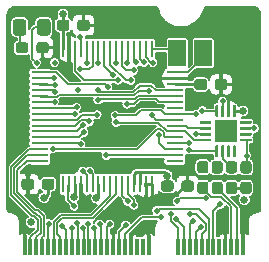
<source format=gtl>
%TF.GenerationSoftware,KiCad,Pcbnew,(5.1.8)-1*%
%TF.CreationDate,2020-12-19T10:03:23+01:00*%
%TF.ProjectId,MM32,4d4d3332-2e6b-4696-9361-645f70636258,rev?*%
%TF.SameCoordinates,Original*%
%TF.FileFunction,Copper,L1,Top*%
%TF.FilePolarity,Positive*%
%FSLAX46Y46*%
G04 Gerber Fmt 4.6, Leading zero omitted, Abs format (unit mm)*
G04 Created by KiCad (PCBNEW (5.1.8)-1) date 2020-12-19 10:03:23*
%MOMM*%
%LPD*%
G01*
G04 APERTURE LIST*
%TA.AperFunction,SMDPad,CuDef*%
%ADD10R,1.900000X1.900000*%
%TD*%
%TA.AperFunction,SMDPad,CuDef*%
%ADD11R,1.500000X2.200000*%
%TD*%
%TA.AperFunction,SMDPad,CuDef*%
%ADD12R,0.350000X1.450000*%
%TD*%
%TA.AperFunction,SMDPad,CuDef*%
%ADD13R,1.473200X0.279400*%
%TD*%
%TA.AperFunction,SMDPad,CuDef*%
%ADD14R,0.279400X1.473200*%
%TD*%
%TA.AperFunction,ViaPad*%
%ADD15C,0.469900*%
%TD*%
%TA.AperFunction,ViaPad*%
%ADD16C,0.635000*%
%TD*%
%TA.AperFunction,Conductor*%
%ADD17C,0.279400*%
%TD*%
%TA.AperFunction,Conductor*%
%ADD18C,0.127000*%
%TD*%
%TA.AperFunction,Conductor*%
%ADD19C,0.152400*%
%TD*%
%TA.AperFunction,Conductor*%
%ADD20C,0.100000*%
%TD*%
G04 APERTURE END LIST*
%TO.P,R4,2*%
%TO.N,USB-D-*%
%TA.AperFunction,SMDPad,CuDef*%
G36*
G01*
X138235700Y-68040800D02*
X137760700Y-68040800D01*
G75*
G02*
X137523200Y-67803300I0J237500D01*
G01*
X137523200Y-67228300D01*
G75*
G02*
X137760700Y-66990800I237500J0D01*
G01*
X138235700Y-66990800D01*
G75*
G02*
X138473200Y-67228300I0J-237500D01*
G01*
X138473200Y-67803300D01*
G75*
G02*
X138235700Y-68040800I-237500J0D01*
G01*
G37*
%TD.AperFunction*%
%TO.P,R4,1*%
%TO.N,Net-(J1-Pad5)*%
%TA.AperFunction,SMDPad,CuDef*%
G36*
G01*
X138235700Y-69790800D02*
X137760700Y-69790800D01*
G75*
G02*
X137523200Y-69553300I0J237500D01*
G01*
X137523200Y-68978300D01*
G75*
G02*
X137760700Y-68740800I237500J0D01*
G01*
X138235700Y-68740800D01*
G75*
G02*
X138473200Y-68978300I0J-237500D01*
G01*
X138473200Y-69553300D01*
G75*
G02*
X138235700Y-69790800I-237500J0D01*
G01*
G37*
%TD.AperFunction*%
%TD*%
%TO.P,R5,2*%
%TO.N,USB-D+*%
%TA.AperFunction,SMDPad,CuDef*%
G36*
G01*
X139454900Y-68052200D02*
X138979900Y-68052200D01*
G75*
G02*
X138742400Y-67814700I0J237500D01*
G01*
X138742400Y-67239700D01*
G75*
G02*
X138979900Y-67002200I237500J0D01*
G01*
X139454900Y-67002200D01*
G75*
G02*
X139692400Y-67239700I0J-237500D01*
G01*
X139692400Y-67814700D01*
G75*
G02*
X139454900Y-68052200I-237500J0D01*
G01*
G37*
%TD.AperFunction*%
%TO.P,R5,1*%
%TO.N,Net-(J1-Pad3)*%
%TA.AperFunction,SMDPad,CuDef*%
G36*
G01*
X139454900Y-69802200D02*
X138979900Y-69802200D01*
G75*
G02*
X138742400Y-69564700I0J237500D01*
G01*
X138742400Y-68989700D01*
G75*
G02*
X138979900Y-68752200I237500J0D01*
G01*
X139454900Y-68752200D01*
G75*
G02*
X139692400Y-68989700I0J-237500D01*
G01*
X139692400Y-69564700D01*
G75*
G02*
X139454900Y-69802200I-237500J0D01*
G01*
G37*
%TD.AperFunction*%
%TD*%
D10*
%TO.P,U2,17*%
%TO.N,GND*%
X139928600Y-64465200D03*
%TO.P,U2,16*%
%TO.N,N/C*%
%TA.AperFunction,SMDPad,CuDef*%
G36*
G01*
X141191100Y-63590200D02*
X142066100Y-63590200D01*
G75*
G02*
X142128600Y-63652700I0J-62500D01*
G01*
X142128600Y-63777700D01*
G75*
G02*
X142066100Y-63840200I-62500J0D01*
G01*
X141191100Y-63840200D01*
G75*
G02*
X141128600Y-63777700I0J62500D01*
G01*
X141128600Y-63652700D01*
G75*
G02*
X141191100Y-63590200I62500J0D01*
G01*
G37*
%TD.AperFunction*%
%TO.P,U2,15*%
%TO.N,/PTA1*%
%TA.AperFunction,SMDPad,CuDef*%
G36*
G01*
X141191100Y-64090200D02*
X142066100Y-64090200D01*
G75*
G02*
X142128600Y-64152700I0J-62500D01*
G01*
X142128600Y-64277700D01*
G75*
G02*
X142066100Y-64340200I-62500J0D01*
G01*
X141191100Y-64340200D01*
G75*
G02*
X141128600Y-64277700I0J62500D01*
G01*
X141128600Y-64152700D01*
G75*
G02*
X141191100Y-64090200I62500J0D01*
G01*
G37*
%TD.AperFunction*%
%TO.P,U2,14*%
%TO.N,N/C*%
%TA.AperFunction,SMDPad,CuDef*%
G36*
G01*
X141191100Y-64590200D02*
X142066100Y-64590200D01*
G75*
G02*
X142128600Y-64652700I0J-62500D01*
G01*
X142128600Y-64777700D01*
G75*
G02*
X142066100Y-64840200I-62500J0D01*
G01*
X141191100Y-64840200D01*
G75*
G02*
X141128600Y-64777700I0J62500D01*
G01*
X141128600Y-64652700D01*
G75*
G02*
X141191100Y-64590200I62500J0D01*
G01*
G37*
%TD.AperFunction*%
%TO.P,U2,13*%
%TO.N,RESET*%
%TA.AperFunction,SMDPad,CuDef*%
G36*
G01*
X141191100Y-65090200D02*
X142066100Y-65090200D01*
G75*
G02*
X142128600Y-65152700I0J-62500D01*
G01*
X142128600Y-65277700D01*
G75*
G02*
X142066100Y-65340200I-62500J0D01*
G01*
X141191100Y-65340200D01*
G75*
G02*
X141128600Y-65277700I0J62500D01*
G01*
X141128600Y-65152700D01*
G75*
G02*
X141191100Y-65090200I62500J0D01*
G01*
G37*
%TD.AperFunction*%
%TO.P,U2,12*%
%TO.N,N/C*%
%TA.AperFunction,SMDPad,CuDef*%
G36*
G01*
X140616100Y-65665200D02*
X140741100Y-65665200D01*
G75*
G02*
X140803600Y-65727700I0J-62500D01*
G01*
X140803600Y-66602700D01*
G75*
G02*
X140741100Y-66665200I-62500J0D01*
G01*
X140616100Y-66665200D01*
G75*
G02*
X140553600Y-66602700I0J62500D01*
G01*
X140553600Y-65727700D01*
G75*
G02*
X140616100Y-65665200I62500J0D01*
G01*
G37*
%TD.AperFunction*%
%TO.P,U2,11*%
%TA.AperFunction,SMDPad,CuDef*%
G36*
G01*
X140116100Y-65665200D02*
X140241100Y-65665200D01*
G75*
G02*
X140303600Y-65727700I0J-62500D01*
G01*
X140303600Y-66602700D01*
G75*
G02*
X140241100Y-66665200I-62500J0D01*
G01*
X140116100Y-66665200D01*
G75*
G02*
X140053600Y-66602700I0J62500D01*
G01*
X140053600Y-65727700D01*
G75*
G02*
X140116100Y-65665200I62500J0D01*
G01*
G37*
%TD.AperFunction*%
%TO.P,U2,10*%
%TO.N,BOOT*%
%TA.AperFunction,SMDPad,CuDef*%
G36*
G01*
X139616100Y-65665200D02*
X139741100Y-65665200D01*
G75*
G02*
X139803600Y-65727700I0J-62500D01*
G01*
X139803600Y-66602700D01*
G75*
G02*
X139741100Y-66665200I-62500J0D01*
G01*
X139616100Y-66665200D01*
G75*
G02*
X139553600Y-66602700I0J62500D01*
G01*
X139553600Y-65727700D01*
G75*
G02*
X139616100Y-65665200I62500J0D01*
G01*
G37*
%TD.AperFunction*%
%TO.P,U2,9*%
%TO.N,/PTB1*%
%TA.AperFunction,SMDPad,CuDef*%
G36*
G01*
X139116100Y-65665200D02*
X139241100Y-65665200D01*
G75*
G02*
X139303600Y-65727700I0J-62500D01*
G01*
X139303600Y-66602700D01*
G75*
G02*
X139241100Y-66665200I-62500J0D01*
G01*
X139116100Y-66665200D01*
G75*
G02*
X139053600Y-66602700I0J62500D01*
G01*
X139053600Y-65727700D01*
G75*
G02*
X139116100Y-65665200I62500J0D01*
G01*
G37*
%TD.AperFunction*%
%TO.P,U2,8*%
%TO.N,SWD_CLK*%
%TA.AperFunction,SMDPad,CuDef*%
G36*
G01*
X137791100Y-65090200D02*
X138666100Y-65090200D01*
G75*
G02*
X138728600Y-65152700I0J-62500D01*
G01*
X138728600Y-65277700D01*
G75*
G02*
X138666100Y-65340200I-62500J0D01*
G01*
X137791100Y-65340200D01*
G75*
G02*
X137728600Y-65277700I0J62500D01*
G01*
X137728600Y-65152700D01*
G75*
G02*
X137791100Y-65090200I62500J0D01*
G01*
G37*
%TD.AperFunction*%
%TO.P,U2,7*%
%TO.N,SWD_DIO*%
%TA.AperFunction,SMDPad,CuDef*%
G36*
G01*
X137791100Y-64590200D02*
X138666100Y-64590200D01*
G75*
G02*
X138728600Y-64652700I0J-62500D01*
G01*
X138728600Y-64777700D01*
G75*
G02*
X138666100Y-64840200I-62500J0D01*
G01*
X137791100Y-64840200D01*
G75*
G02*
X137728600Y-64777700I0J62500D01*
G01*
X137728600Y-64652700D01*
G75*
G02*
X137791100Y-64590200I62500J0D01*
G01*
G37*
%TD.AperFunction*%
%TO.P,U2,6*%
%TO.N,/PTA6*%
%TA.AperFunction,SMDPad,CuDef*%
G36*
G01*
X137791100Y-64090200D02*
X138666100Y-64090200D01*
G75*
G02*
X138728600Y-64152700I0J-62500D01*
G01*
X138728600Y-64277700D01*
G75*
G02*
X138666100Y-64340200I-62500J0D01*
G01*
X137791100Y-64340200D01*
G75*
G02*
X137728600Y-64277700I0J62500D01*
G01*
X137728600Y-64152700D01*
G75*
G02*
X137791100Y-64090200I62500J0D01*
G01*
G37*
%TD.AperFunction*%
%TO.P,U2,5*%
%TO.N,N/C*%
%TA.AperFunction,SMDPad,CuDef*%
G36*
G01*
X137791100Y-63590200D02*
X138666100Y-63590200D01*
G75*
G02*
X138728600Y-63652700I0J-62500D01*
G01*
X138728600Y-63777700D01*
G75*
G02*
X138666100Y-63840200I-62500J0D01*
G01*
X137791100Y-63840200D01*
G75*
G02*
X137728600Y-63777700I0J62500D01*
G01*
X137728600Y-63652700D01*
G75*
G02*
X137791100Y-63590200I62500J0D01*
G01*
G37*
%TD.AperFunction*%
%TO.P,U2,4*%
%TO.N,RESET*%
%TA.AperFunction,SMDPad,CuDef*%
G36*
G01*
X139116100Y-62265200D02*
X139241100Y-62265200D01*
G75*
G02*
X139303600Y-62327700I0J-62500D01*
G01*
X139303600Y-63202700D01*
G75*
G02*
X139241100Y-63265200I-62500J0D01*
G01*
X139116100Y-63265200D01*
G75*
G02*
X139053600Y-63202700I0J62500D01*
G01*
X139053600Y-62327700D01*
G75*
G02*
X139116100Y-62265200I62500J0D01*
G01*
G37*
%TD.AperFunction*%
%TO.P,U2,3*%
%TO.N,/PTA3*%
%TA.AperFunction,SMDPad,CuDef*%
G36*
G01*
X139616100Y-62265200D02*
X139741100Y-62265200D01*
G75*
G02*
X139803600Y-62327700I0J-62500D01*
G01*
X139803600Y-63202700D01*
G75*
G02*
X139741100Y-63265200I-62500J0D01*
G01*
X139616100Y-63265200D01*
G75*
G02*
X139553600Y-63202700I0J62500D01*
G01*
X139553600Y-62327700D01*
G75*
G02*
X139616100Y-62265200I62500J0D01*
G01*
G37*
%TD.AperFunction*%
%TO.P,U2,2*%
%TO.N,GND*%
%TA.AperFunction,SMDPad,CuDef*%
G36*
G01*
X140116100Y-62265200D02*
X140241100Y-62265200D01*
G75*
G02*
X140303600Y-62327700I0J-62500D01*
G01*
X140303600Y-63202700D01*
G75*
G02*
X140241100Y-63265200I-62500J0D01*
G01*
X140116100Y-63265200D01*
G75*
G02*
X140053600Y-63202700I0J62500D01*
G01*
X140053600Y-62327700D01*
G75*
G02*
X140116100Y-62265200I62500J0D01*
G01*
G37*
%TD.AperFunction*%
%TO.P,U2,1*%
%TO.N,+3V3*%
%TA.AperFunction,SMDPad,CuDef*%
G36*
G01*
X140616100Y-62265200D02*
X140741100Y-62265200D01*
G75*
G02*
X140803600Y-62327700I0J-62500D01*
G01*
X140803600Y-63202700D01*
G75*
G02*
X140741100Y-63265200I-62500J0D01*
G01*
X140616100Y-63265200D01*
G75*
G02*
X140553600Y-63202700I0J62500D01*
G01*
X140553600Y-62327700D01*
G75*
G02*
X140616100Y-62265200I62500J0D01*
G01*
G37*
%TD.AperFunction*%
%TD*%
D11*
%TO.P,Y1,2*%
%TO.N,Net-(U1-Pad33)*%
X135831400Y-57861200D03*
%TO.P,Y1,1*%
%TO.N,Net-(U1-Pad32)*%
X138031400Y-57861200D03*
%TD*%
D12*
%TO.P,J1,75*%
%TO.N,GND*%
X122905100Y-74290000D03*
%TO.P,J1,73*%
%TO.N,D20-PTD5*%
X123405100Y-74290000D03*
%TO.P,J1,71*%
%TO.N,D21-PTD6*%
X123905100Y-74290000D03*
%TO.P,J1,69*%
%TO.N,D05-PTD7*%
X124405100Y-74290000D03*
%TO.P,J1,67*%
%TO.N,D27_A16*%
X124905100Y-74290000D03*
%TO.P,J1,65*%
%TO.N,ADC0_P*%
X125405100Y-74290000D03*
%TO.P,J1,63*%
%TO.N,ADC0_N*%
X125905100Y-74290000D03*
%TO.P,J1,61*%
%TO.N,D12-MISO*%
X126405100Y-74290000D03*
%TO.P,J1,59*%
%TO.N,D11-MOSI*%
X126905100Y-74290000D03*
%TO.P,J1,57*%
%TO.N,D13-SCK*%
X127405100Y-74290000D03*
%TO.P,J1,55*%
%TO.N,D15-CS*%
X127905100Y-74290000D03*
%TO.P,J1,53*%
%TO.N,D29-SCL1*%
X128405100Y-74290000D03*
%TO.P,J1,51*%
%TO.N,D30-SDA1*%
X128905100Y-74290000D03*
%TO.P,J1,49*%
%TO.N,D26_A15-BAT_VIN3*%
X129405100Y-74290000D03*
%TO.P,J1,47*%
%TO.N,D22-A8*%
X129905100Y-74290000D03*
%TO.P,J1,45*%
%TO.N,GND*%
X130405100Y-74290000D03*
%TO.P,J1,43*%
%TO.N,D03-CAN-TX*%
X130905100Y-74290000D03*
%TO.P,J1,41*%
%TO.N,D04-CAN-TX*%
X131405100Y-74290000D03*
%TO.P,J1,39*%
%TO.N,GND*%
X131905100Y-74290000D03*
%TO.P,J1,37*%
%TO.N,N/C*%
X132405100Y-74290000D03*
%TO.P,J1,35*%
X132905100Y-74290000D03*
%TO.P,J1,33*%
%TO.N,GND*%
X133405100Y-74290000D03*
%TO.P,J1,23*%
%TO.N,SWD_DIO*%
X135905100Y-74290000D03*
%TO.P,J1,21*%
%TO.N,SWD_CLK*%
X136405100Y-74290000D03*
%TO.P,J1,19*%
%TO.N,D00-RX1*%
X136905100Y-74290000D03*
%TO.P,J1,17*%
%TO.N,D01-TX1*%
X137405100Y-74290000D03*
%TO.P,J1,15*%
%TO.N,D32-CTS1*%
X137905100Y-74290000D03*
%TO.P,J1,13*%
%TO.N,D25-RTS1*%
X138405100Y-74290000D03*
%TO.P,J1,11*%
%TO.N,BOOT*%
X138905100Y-74290000D03*
%TO.P,J1,9*%
%TO.N,N/C*%
X139405100Y-74290000D03*
%TO.P,J1,7*%
%TO.N,GND*%
X139905100Y-74290000D03*
%TO.P,J1,5*%
%TO.N,Net-(J1-Pad5)*%
X140405100Y-74290000D03*
%TO.P,J1,3*%
%TO.N,Net-(J1-Pad3)*%
X140905100Y-74290000D03*
%TO.P,J1,1*%
%TO.N,GND*%
X141405100Y-74290000D03*
%TD*%
D13*
%TO.P,U1,64*%
%TO.N,D05-PTD7*%
X124206000Y-67005200D03*
%TO.P,U1,63*%
%TO.N,D21-PTD6*%
X124206000Y-66497200D03*
%TO.P,U1,62*%
%TO.N,D20-PTD5*%
X124206000Y-65989200D03*
%TO.P,U1,61*%
%TO.N,D06-PTD4*%
X124206000Y-65506600D03*
%TO.P,U1,60*%
%TO.N,D08-PTD3*%
X124206000Y-64998600D03*
%TO.P,U1,59*%
%TO.N,D07-PTD2*%
X124206000Y-64490600D03*
%TO.P,U1,58*%
%TO.N,D14-PTD1*%
X124206000Y-64008000D03*
%TO.P,U1,57*%
%TO.N,D02-PTD0*%
X124206000Y-63500000D03*
%TO.P,U1,56*%
%TO.N,D30-SDA1*%
X124206000Y-62992000D03*
%TO.P,U1,55*%
%TO.N,D29-SCL1*%
X124206000Y-62484000D03*
%TO.P,U1,54*%
%TO.N,D27_A16*%
X124206000Y-62001400D03*
%TO.P,U1,53*%
%TO.N,D28_A17*%
X124206000Y-61493400D03*
%TO.P,U1,52*%
%TO.N,D12-MISO*%
X124206000Y-60985400D03*
%TO.P,U1,51*%
%TO.N,D11-MOSI*%
X124206000Y-60502800D03*
%TO.P,U1,50*%
%TO.N,D13-SCK*%
X124206000Y-59994800D03*
%TO.P,U1,49*%
%TO.N,D10-TX2*%
X124206000Y-59486800D03*
D14*
%TO.P,U1,48*%
%TO.N,+3V3*%
X126161800Y-57531000D03*
%TO.P,U1,47*%
%TO.N,GND*%
X126669800Y-57531000D03*
%TO.P,U1,46*%
%TO.N,D09-RX2*%
X127177800Y-57531000D03*
%TO.P,U1,45*%
%TO.N,D23*%
X127660400Y-57531000D03*
%TO.P,U1,44*%
%TO.N,D22-A8*%
X128168400Y-57531000D03*
%TO.P,U1,43*%
%TO.N,D15-CS*%
X128676400Y-57531000D03*
%TO.P,U1,42*%
%TO.N,D25-RTS1*%
X129159000Y-57531000D03*
%TO.P,U1,41*%
%TO.N,D32-CTS1*%
X129667000Y-57531000D03*
%TO.P,U1,40*%
%TO.N,D01-TX1*%
X130175000Y-57531000D03*
%TO.P,U1,39*%
%TO.N,D00-RX1*%
X130683000Y-57531000D03*
%TO.P,U1,38*%
%TO.N,D18-SDA0*%
X131165600Y-57531000D03*
%TO.P,U1,37*%
%TO.N,D19-SCL0*%
X131673600Y-57531000D03*
%TO.P,U1,36*%
%TO.N,D17_A3*%
X132181600Y-57531000D03*
%TO.P,U1,35*%
%TO.N,D16_A2*%
X132664200Y-57531000D03*
%TO.P,U1,34*%
%TO.N,RESET*%
X133172200Y-57531000D03*
%TO.P,U1,33*%
%TO.N,Net-(U1-Pad33)*%
X133680200Y-57531000D03*
D13*
%TO.P,U1,32*%
%TO.N,Net-(U1-Pad32)*%
X135636000Y-59486800D03*
%TO.P,U1,31*%
%TO.N,GND*%
X135636000Y-59994800D03*
%TO.P,U1,30*%
%TO.N,+3V3*%
X135636000Y-60502800D03*
%TO.P,U1,29*%
%TO.N,D04-CAN-TX*%
X135636000Y-60985400D03*
%TO.P,U1,28*%
%TO.N,D03-CAN-TX*%
X135636000Y-61493400D03*
%TO.P,U1,27*%
%TO.N,D24-I2C-INT*%
X135636000Y-62001400D03*
%TO.P,U1,26*%
%TO.N,N/C*%
X135636000Y-62484000D03*
%TO.P,U1,25*%
%TO.N,SWD_DIO*%
X135636000Y-62992000D03*
%TO.P,U1,24*%
%TO.N,/PTB1*%
X135636000Y-63500000D03*
%TO.P,U1,23*%
%TO.N,/PTA6*%
X135636000Y-64008000D03*
%TO.P,U1,22*%
%TO.N,SWD_CLK*%
X135636000Y-64490600D03*
%TO.P,U1,21*%
%TO.N,Net-(D2-Pad3)*%
X135636000Y-64998600D03*
%TO.P,U1,20*%
%TO.N,Net-(U1-Pad20)*%
X135636000Y-65506600D03*
%TO.P,U1,19*%
%TO.N,Net-(U1-Pad19)*%
X135636000Y-65989200D03*
%TO.P,U1,18*%
%TO.N,DAC*%
X135636000Y-66497200D03*
%TO.P,U1,17*%
%TO.N,N/C*%
X135636000Y-67005200D03*
D14*
%TO.P,U1,16*%
%TO.N,GND*%
X133680200Y-68961000D03*
%TO.P,U1,15*%
X133172200Y-68961000D03*
%TO.P,U1,14*%
%TO.N,+3V3*%
X132664200Y-68961000D03*
%TO.P,U1,13*%
X132181600Y-68961000D03*
%TO.P,U1,12*%
%TO.N,ADC1_N*%
X131673600Y-68961000D03*
%TO.P,U1,11*%
%TO.N,ADC1_P*%
X131165600Y-68961000D03*
%TO.P,U1,10*%
%TO.N,ADC0_N*%
X130683000Y-68961000D03*
%TO.P,U1,9*%
%TO.N,ADC0_P*%
X130175000Y-68961000D03*
%TO.P,U1,8*%
%TO.N,N/C*%
X129667000Y-68961000D03*
%TO.P,U1,7*%
%TO.N,+3V3*%
X129159000Y-68961000D03*
%TO.P,U1,6*%
%TO.N,USB-D-*%
X128676400Y-68961000D03*
%TO.P,U1,5*%
%TO.N,USB-D+*%
X128168400Y-68961000D03*
%TO.P,U1,4*%
%TO.N,GND*%
X127660400Y-68961000D03*
%TO.P,U1,3*%
%TO.N,+3V3*%
X127177800Y-68961000D03*
%TO.P,U1,2*%
%TO.N,D26_A15-BAT_VIN3*%
X126669800Y-68961000D03*
%TO.P,U1,1*%
%TO.N,N/C*%
X126161800Y-68961000D03*
%TD*%
%TO.P,C1,2*%
%TO.N,GND*%
%TA.AperFunction,SMDPad,CuDef*%
G36*
G01*
X123717000Y-68723500D02*
X123717000Y-69198500D01*
G75*
G02*
X123479500Y-69436000I-237500J0D01*
G01*
X122879500Y-69436000D01*
G75*
G02*
X122642000Y-69198500I0J237500D01*
G01*
X122642000Y-68723500D01*
G75*
G02*
X122879500Y-68486000I237500J0D01*
G01*
X123479500Y-68486000D01*
G75*
G02*
X123717000Y-68723500I0J-237500D01*
G01*
G37*
%TD.AperFunction*%
%TO.P,C1,1*%
%TO.N,+3V3*%
%TA.AperFunction,SMDPad,CuDef*%
G36*
G01*
X125442000Y-68723500D02*
X125442000Y-69198500D01*
G75*
G02*
X125204500Y-69436000I-237500J0D01*
G01*
X124604500Y-69436000D01*
G75*
G02*
X124367000Y-69198500I0J237500D01*
G01*
X124367000Y-68723500D01*
G75*
G02*
X124604500Y-68486000I237500J0D01*
G01*
X125204500Y-68486000D01*
G75*
G02*
X125442000Y-68723500I0J-237500D01*
G01*
G37*
%TD.AperFunction*%
%TD*%
%TO.P,R1,2*%
%TO.N,GND*%
%TA.AperFunction,SMDPad,CuDef*%
G36*
G01*
X123909600Y-57641500D02*
X123909600Y-57166500D01*
G75*
G02*
X124147100Y-56929000I237500J0D01*
G01*
X124722100Y-56929000D01*
G75*
G02*
X124959600Y-57166500I0J-237500D01*
G01*
X124959600Y-57641500D01*
G75*
G02*
X124722100Y-57879000I-237500J0D01*
G01*
X124147100Y-57879000D01*
G75*
G02*
X123909600Y-57641500I0J237500D01*
G01*
G37*
%TD.AperFunction*%
%TO.P,R1,1*%
%TO.N,Net-(D1-Pad1)*%
%TA.AperFunction,SMDPad,CuDef*%
G36*
G01*
X122159600Y-57641500D02*
X122159600Y-57166500D01*
G75*
G02*
X122397100Y-56929000I237500J0D01*
G01*
X122972100Y-56929000D01*
G75*
G02*
X123209600Y-57166500I0J-237500D01*
G01*
X123209600Y-57641500D01*
G75*
G02*
X122972100Y-57879000I-237500J0D01*
G01*
X122397100Y-57879000D01*
G75*
G02*
X122159600Y-57641500I0J237500D01*
G01*
G37*
%TD.AperFunction*%
%TD*%
%TO.P,D1,2*%
%TO.N,Net-(D1-Pad2)*%
%TA.AperFunction,SMDPad,CuDef*%
G36*
G01*
X123961200Y-56126801D02*
X123961200Y-55226799D01*
G75*
G02*
X124211199Y-54976800I249999J0D01*
G01*
X124861201Y-54976800D01*
G75*
G02*
X125111200Y-55226799I0J-249999D01*
G01*
X125111200Y-56126801D01*
G75*
G02*
X124861201Y-56376800I-249999J0D01*
G01*
X124211199Y-56376800D01*
G75*
G02*
X123961200Y-56126801I0J249999D01*
G01*
G37*
%TD.AperFunction*%
%TO.P,D1,1*%
%TO.N,Net-(D1-Pad1)*%
%TA.AperFunction,SMDPad,CuDef*%
G36*
G01*
X121911200Y-56126801D02*
X121911200Y-55226799D01*
G75*
G02*
X122161199Y-54976800I249999J0D01*
G01*
X122811201Y-54976800D01*
G75*
G02*
X123061200Y-55226799I0J-249999D01*
G01*
X123061200Y-56126801D01*
G75*
G02*
X122811201Y-56376800I-249999J0D01*
G01*
X122161199Y-56376800D01*
G75*
G02*
X121911200Y-56126801I0J249999D01*
G01*
G37*
%TD.AperFunction*%
%TD*%
%TO.P,C4,2*%
%TO.N,GND*%
%TA.AperFunction,SMDPad,CuDef*%
G36*
G01*
X136188500Y-69350900D02*
X136188500Y-68875900D01*
G75*
G02*
X136426000Y-68638400I237500J0D01*
G01*
X137026000Y-68638400D01*
G75*
G02*
X137263500Y-68875900I0J-237500D01*
G01*
X137263500Y-69350900D01*
G75*
G02*
X137026000Y-69588400I-237500J0D01*
G01*
X136426000Y-69588400D01*
G75*
G02*
X136188500Y-69350900I0J237500D01*
G01*
G37*
%TD.AperFunction*%
%TO.P,C4,1*%
%TO.N,+3V3*%
%TA.AperFunction,SMDPad,CuDef*%
G36*
G01*
X134463500Y-69350900D02*
X134463500Y-68875900D01*
G75*
G02*
X134701000Y-68638400I237500J0D01*
G01*
X135301000Y-68638400D01*
G75*
G02*
X135538500Y-68875900I0J-237500D01*
G01*
X135538500Y-69350900D01*
G75*
G02*
X135301000Y-69588400I-237500J0D01*
G01*
X134701000Y-69588400D01*
G75*
G02*
X134463500Y-69350900I0J237500D01*
G01*
G37*
%TD.AperFunction*%
%TD*%
%TO.P,C3,2*%
%TO.N,GND*%
%TA.AperFunction,SMDPad,CuDef*%
G36*
G01*
X127362000Y-55736500D02*
X127362000Y-55261500D01*
G75*
G02*
X127599500Y-55024000I237500J0D01*
G01*
X128199500Y-55024000D01*
G75*
G02*
X128437000Y-55261500I0J-237500D01*
G01*
X128437000Y-55736500D01*
G75*
G02*
X128199500Y-55974000I-237500J0D01*
G01*
X127599500Y-55974000D01*
G75*
G02*
X127362000Y-55736500I0J237500D01*
G01*
G37*
%TD.AperFunction*%
%TO.P,C3,1*%
%TO.N,+3V3*%
%TA.AperFunction,SMDPad,CuDef*%
G36*
G01*
X125637000Y-55736500D02*
X125637000Y-55261500D01*
G75*
G02*
X125874500Y-55024000I237500J0D01*
G01*
X126474500Y-55024000D01*
G75*
G02*
X126712000Y-55261500I0J-237500D01*
G01*
X126712000Y-55736500D01*
G75*
G02*
X126474500Y-55974000I-237500J0D01*
G01*
X125874500Y-55974000D01*
G75*
G02*
X125637000Y-55736500I0J237500D01*
G01*
G37*
%TD.AperFunction*%
%TD*%
%TO.P,C2,2*%
%TO.N,GND*%
%TA.AperFunction,SMDPad,CuDef*%
G36*
G01*
X139009000Y-60753000D02*
X139009000Y-60278000D01*
G75*
G02*
X139246500Y-60040500I237500J0D01*
G01*
X139846500Y-60040500D01*
G75*
G02*
X140084000Y-60278000I0J-237500D01*
G01*
X140084000Y-60753000D01*
G75*
G02*
X139846500Y-60990500I-237500J0D01*
G01*
X139246500Y-60990500D01*
G75*
G02*
X139009000Y-60753000I0J237500D01*
G01*
G37*
%TD.AperFunction*%
%TO.P,C2,1*%
%TO.N,+3V3*%
%TA.AperFunction,SMDPad,CuDef*%
G36*
G01*
X137284000Y-60753000D02*
X137284000Y-60278000D01*
G75*
G02*
X137521500Y-60040500I237500J0D01*
G01*
X138121500Y-60040500D01*
G75*
G02*
X138359000Y-60278000I0J-237500D01*
G01*
X138359000Y-60753000D01*
G75*
G02*
X138121500Y-60990500I-237500J0D01*
G01*
X137521500Y-60990500D01*
G75*
G02*
X137284000Y-60753000I0J237500D01*
G01*
G37*
%TD.AperFunction*%
%TD*%
%TO.P,R2,2*%
%TO.N,RESET*%
%TA.AperFunction,SMDPad,CuDef*%
G36*
G01*
X141893300Y-68052200D02*
X141418300Y-68052200D01*
G75*
G02*
X141180800Y-67814700I0J237500D01*
G01*
X141180800Y-67239700D01*
G75*
G02*
X141418300Y-67002200I237500J0D01*
G01*
X141893300Y-67002200D01*
G75*
G02*
X142130800Y-67239700I0J-237500D01*
G01*
X142130800Y-67814700D01*
G75*
G02*
X141893300Y-68052200I-237500J0D01*
G01*
G37*
%TD.AperFunction*%
%TO.P,R2,1*%
%TO.N,+3V3*%
%TA.AperFunction,SMDPad,CuDef*%
G36*
G01*
X141893300Y-69802200D02*
X141418300Y-69802200D01*
G75*
G02*
X141180800Y-69564700I0J237500D01*
G01*
X141180800Y-68989700D01*
G75*
G02*
X141418300Y-68752200I237500J0D01*
G01*
X141893300Y-68752200D01*
G75*
G02*
X142130800Y-68989700I0J-237500D01*
G01*
X142130800Y-69564700D01*
G75*
G02*
X141893300Y-69802200I-237500J0D01*
G01*
G37*
%TD.AperFunction*%
%TD*%
%TO.P,R3,2*%
%TO.N,+3V3*%
%TA.AperFunction,SMDPad,CuDef*%
G36*
G01*
X140199100Y-68752200D02*
X140674100Y-68752200D01*
G75*
G02*
X140911600Y-68989700I0J-237500D01*
G01*
X140911600Y-69564700D01*
G75*
G02*
X140674100Y-69802200I-237500J0D01*
G01*
X140199100Y-69802200D01*
G75*
G02*
X139961600Y-69564700I0J237500D01*
G01*
X139961600Y-68989700D01*
G75*
G02*
X140199100Y-68752200I237500J0D01*
G01*
G37*
%TD.AperFunction*%
%TO.P,R3,1*%
%TO.N,BOOT*%
%TA.AperFunction,SMDPad,CuDef*%
G36*
G01*
X140199100Y-67002200D02*
X140674100Y-67002200D01*
G75*
G02*
X140911600Y-67239700I0J-237500D01*
G01*
X140911600Y-67814700D01*
G75*
G02*
X140674100Y-68052200I-237500J0D01*
G01*
X140199100Y-68052200D01*
G75*
G02*
X139961600Y-67814700I0J237500D01*
G01*
X139961600Y-67239700D01*
G75*
G02*
X140199100Y-67002200I237500J0D01*
G01*
G37*
%TD.AperFunction*%
%TD*%
D15*
%TO.N,GND*%
X128651000Y-62230000D03*
D16*
X129209800Y-55473600D03*
X139877800Y-64427100D03*
X141554200Y-71272400D03*
X132664190Y-72694800D03*
X123190000Y-68041098D03*
X121869200Y-70739000D03*
X139647090Y-71577200D03*
D15*
X128003300Y-70396092D03*
X130352800Y-64998600D03*
X139546500Y-60515500D03*
D16*
X132714283Y-71247717D03*
D15*
%TO.N,+3V3*%
X127393700Y-60947300D03*
D16*
X141401800Y-62763400D03*
D15*
X125450600Y-58674000D03*
D16*
X124548900Y-70091300D03*
X123469390Y-72186800D03*
X134956506Y-68224400D03*
X141655800Y-69277200D03*
X141528800Y-70256400D03*
X127088977Y-70060765D03*
X128993894Y-70142122D03*
X137821500Y-60515472D03*
X126161800Y-54559198D03*
D15*
%TO.N,USB-D-*%
X137998200Y-67515896D03*
X128447800Y-67856100D03*
%TO.N,USB-D+*%
X139217400Y-67527166D03*
X127819110Y-67862418D03*
%TO.N,BOOT*%
X140265140Y-67527200D03*
X139477771Y-70637396D03*
%TO.N,RESET*%
X133781798Y-58674000D03*
X137972800Y-62738000D03*
X141706600Y-66547996D03*
%TO.N,SWD_CLK*%
X130644801Y-63728281D03*
X135768284Y-71905559D03*
%TO.N,SWD_DIO*%
X137439400Y-63017400D03*
X137433060Y-64708097D03*
X130586352Y-63134237D03*
X135342824Y-71483522D03*
%TO.N,/PTB1*%
X136804402Y-66040000D03*
X133675056Y-63138021D03*
%TO.N,D06-PTD4*%
X127679562Y-65570100D03*
%TO.N,D08-PTD3*%
X127917846Y-64577124D03*
%TO.N,D07-PTD2*%
X127895155Y-63980644D03*
%TO.N,D14-PTD1*%
X128388808Y-63645069D03*
%TO.N,D02-PTD0*%
X129047064Y-63083329D03*
%TO.N,Net-(D1-Pad2)*%
X123926600Y-58674000D03*
%TO.N,DAC*%
X129808110Y-66524652D03*
%TO.N,D32-CTS1*%
X130377905Y-59690287D03*
X136919094Y-71495274D03*
%TO.N,D25-RTS1*%
X129159002Y-58674000D03*
X134092940Y-71197611D03*
%TO.N,ADC1_P*%
X131643926Y-70414800D03*
%TO.N,ADC1_N*%
X132148009Y-70734493D03*
%TO.N,D13-SCK*%
X125425617Y-59931811D03*
X127339300Y-72284142D03*
%TO.N,/PTA3*%
X139674600Y-61925200D03*
%TO.N,/PTA1*%
X142367000Y-64211200D03*
%TO.N,D01-TX1*%
X131904630Y-60167152D03*
X137808847Y-72606859D03*
%TO.N,D00-RX1*%
X130611191Y-58666684D03*
X137141957Y-72049021D03*
%TO.N,D10-TX2*%
X129937010Y-60724189D03*
%TO.N,D09-RX2*%
X130797499Y-60151191D03*
%TO.N,D12-MISO*%
X125450589Y-61125111D03*
X126084571Y-72491044D03*
%TO.N,D11-MOSI*%
X126918286Y-72708366D03*
X125450600Y-60528200D03*
%TO.N,D15-CS*%
X127635000Y-59217489D03*
X127886027Y-72705838D03*
%TO.N,D17_A3*%
X132308600Y-58645444D03*
X135836644Y-70386756D03*
X138248452Y-70162609D03*
%TO.N,D19-SCL0*%
X131591060Y-58674000D03*
%TO.N,D18-SDA0*%
X132142382Y-59317563D03*
%TO.N,D16_A2*%
X132990595Y-58647699D03*
%TO.N,D22-A8*%
X128229206Y-58679972D03*
X130117787Y-72339194D03*
%TO.N,D27_A16*%
X125450600Y-61976022D03*
X124942679Y-72288400D03*
%TO.N,D28_A17*%
X133419893Y-61030325D03*
%TO.N,D03-CAN-TX*%
X129108200Y-61829983D03*
X131476721Y-72411038D03*
%TO.N,D04-CAN-TX*%
X129086099Y-60971206D03*
X134425227Y-71769310D03*
%TO.N,D29-SCL1*%
X128320374Y-72296391D03*
X127312834Y-62456075D03*
%TO.N,D30-SDA1*%
X128799040Y-72703050D03*
X127209544Y-63043982D03*
%TO.N,D24-I2C-INT*%
X131567093Y-62178571D03*
%TO.N,D26_A15-BAT_VIN3*%
X129266875Y-72332329D03*
X127095821Y-70809421D03*
%TO.N,D23*%
X127635000Y-56515000D03*
%TO.N,Net-(U1-Pad20)*%
X136799840Y-65443106D03*
%TO.N,Net-(U1-Pad19)*%
X134251842Y-64812751D03*
%TO.N,Net-(D2-Pad3)*%
X125304584Y-65936358D03*
%TD*%
D17*
%TO.N,GND*%
X139569000Y-60538000D02*
X139546500Y-60515500D01*
X131905100Y-73285600D02*
X131905100Y-74290000D01*
X132664190Y-72694800D02*
X132495900Y-72694800D01*
X132495900Y-72694800D02*
X131905100Y-73285600D01*
X132867400Y-72694800D02*
X132664190Y-72694800D01*
X133405100Y-74290000D02*
X133405100Y-73232500D01*
X133405100Y-73232500D02*
X132867400Y-72694800D01*
X123179500Y-68051598D02*
X123190000Y-68041098D01*
X123179500Y-68961000D02*
X123179500Y-68051598D01*
X122905100Y-73285600D02*
X122885189Y-73265689D01*
X122885189Y-71754989D02*
X121869200Y-70739000D01*
X122905100Y-74290000D02*
X122905100Y-73285600D01*
X122885189Y-73265689D02*
X122885189Y-71754989D01*
X139905100Y-74290000D02*
X139905100Y-71835210D01*
X139905100Y-71835210D02*
X139647090Y-71577200D01*
X127660400Y-69720923D02*
X128003300Y-70063823D01*
X127660400Y-68961000D02*
X127660400Y-69720923D01*
X128003300Y-70063823D02*
X128003300Y-70396092D01*
X123179500Y-68961000D02*
X123179500Y-69679884D01*
X139546500Y-60515500D02*
X139546500Y-60515500D01*
X139546500Y-60515500D02*
X139546500Y-60515500D01*
X134053441Y-69908559D02*
X132714283Y-71247717D01*
X133172200Y-68961000D02*
X133172200Y-70789800D01*
X133172200Y-70789800D02*
X132714283Y-71247717D01*
X133680200Y-68961000D02*
X133680200Y-70281800D01*
X135677941Y-69908559D02*
X134053441Y-69908559D01*
X133680200Y-70281800D02*
X132714283Y-71247717D01*
X136625500Y-68961000D02*
X135677941Y-69908559D01*
%TO.N,+3V3*%
X126161800Y-55257700D02*
X126174500Y-55245000D01*
X126161800Y-57531000D02*
X126161800Y-55257700D01*
X137808800Y-60502800D02*
X137821500Y-60515500D01*
X135636000Y-60502800D02*
X137808800Y-60502800D01*
X124904500Y-68961000D02*
X124904500Y-69811910D01*
X124904500Y-69811910D02*
X124587010Y-70129400D01*
X141400000Y-62765200D02*
X141401800Y-62763400D01*
X140678600Y-62765200D02*
X141400000Y-62765200D01*
X134747000Y-67970400D02*
X134734299Y-67957699D01*
X132664200Y-67970400D02*
X132651499Y-67957699D01*
X132664200Y-68961000D02*
X132664200Y-67970400D01*
X132651499Y-67957699D02*
X132346699Y-67957699D01*
X134734299Y-67957699D02*
X132651499Y-67957699D01*
X132181600Y-68122798D02*
X132346699Y-67957699D01*
X132181600Y-68961000D02*
X132181600Y-68122798D01*
X134956506Y-68179906D02*
X134956506Y-68224400D01*
X135001000Y-69113400D02*
X135001000Y-68268894D01*
X135001000Y-68268894D02*
X134956506Y-68224400D01*
X134734299Y-67957699D02*
X134956506Y-68179906D01*
X140436600Y-69277200D02*
X141655800Y-69277200D01*
X127177800Y-69971942D02*
X127088977Y-70060765D01*
X127177800Y-68961000D02*
X127177800Y-69971942D01*
X129159000Y-68961000D02*
X129159000Y-69977016D01*
X129159000Y-69977016D02*
X128993894Y-70142122D01*
X137821500Y-60515500D02*
X137821500Y-60515472D01*
X126174500Y-55499000D02*
X126174500Y-54571898D01*
X126174500Y-54571898D02*
X126161800Y-54559198D01*
D18*
%TO.N,Net-(U1-Pad33)*%
X133680200Y-57531000D02*
X135933000Y-57531000D01*
%TO.N,Net-(U1-Pad32)*%
X138133000Y-58082000D02*
X138133000Y-57531000D01*
X135636000Y-59486800D02*
X136728200Y-59486800D01*
X136728200Y-59486800D02*
X138133000Y-58082000D01*
%TO.N,USB-D-*%
X128676400Y-68961000D02*
X128676400Y-68084700D01*
X128676400Y-68084700D02*
X128447800Y-67856100D01*
X137998200Y-67515800D02*
X137998200Y-67515896D01*
X128676400Y-68961000D02*
X128701800Y-68935600D01*
%TO.N,USB-D+*%
X128168400Y-68211708D02*
X127819110Y-67862418D01*
X128168400Y-68961000D02*
X128168400Y-68211708D01*
X139217400Y-67527200D02*
X139217400Y-67527166D01*
%TO.N,BOOT*%
X139678600Y-66165200D02*
X139678600Y-66858100D01*
X139678600Y-66858100D02*
X140265140Y-67444640D01*
X140265140Y-67444640D02*
X140265140Y-67527200D01*
X138905100Y-74290000D02*
X138905100Y-71210067D01*
X138905100Y-71210067D02*
X139477771Y-70637396D01*
%TO.N,RESET*%
X133172200Y-58203881D02*
X133642319Y-58674000D01*
X133642319Y-58674000D02*
X133781798Y-58674000D01*
X133172200Y-57531000D02*
X133172200Y-58203881D01*
X138000000Y-62765200D02*
X137972800Y-62738000D01*
X139178600Y-62765200D02*
X138000000Y-62765200D01*
X141831800Y-65215200D02*
X141628600Y-65215200D01*
X141706600Y-65293200D02*
X141706600Y-66547996D01*
X141628600Y-65215200D02*
X141706600Y-65293200D01*
X141706600Y-67578000D02*
X141693900Y-67590700D01*
X141706600Y-67476400D02*
X141655800Y-67527200D01*
X141706600Y-66547996D02*
X141706600Y-67476400D01*
%TO.N,SWD_CLK*%
X137254930Y-65215200D02*
X138431800Y-65215200D01*
X135636000Y-64490600D02*
X136530330Y-64490600D01*
X136530330Y-64490600D02*
X137254930Y-65215200D01*
X130670531Y-63754011D02*
X130644801Y-63728281D01*
X134233039Y-63754011D02*
X130670531Y-63754011D01*
X134969628Y-64490600D02*
X134233039Y-63754011D01*
X135636000Y-64490600D02*
X134969628Y-64490600D01*
X136405100Y-74290000D02*
X136405100Y-72542375D01*
X136405100Y-72542375D02*
X135768284Y-71905559D01*
%TO.N,SWD_DIO*%
X135636000Y-62992000D02*
X136276444Y-62992000D01*
X137414000Y-62992000D02*
X137439400Y-63017400D01*
X135636000Y-62992000D02*
X137414000Y-62992000D01*
X138431800Y-64715200D02*
X138424697Y-64708097D01*
X138424697Y-64708097D02*
X137765329Y-64708097D01*
X137765329Y-64708097D02*
X137433060Y-64708097D01*
X132742427Y-62712600D02*
X132320790Y-63134237D01*
X133470839Y-62712570D02*
X133470809Y-62712600D01*
X134492970Y-62712570D02*
X133470839Y-62712570D01*
X132320790Y-63134237D02*
X130586352Y-63134237D01*
X134772400Y-62992000D02*
X134492970Y-62712570D01*
X133470809Y-62712600D02*
X132742427Y-62712600D01*
X135636000Y-62992000D02*
X134772400Y-62992000D01*
X135905100Y-72647490D02*
X135342824Y-72085214D01*
X135342824Y-72085214D02*
X135342824Y-71483522D01*
X135905100Y-74290000D02*
X135905100Y-72647490D01*
%TO.N,/PTB1*%
X136929602Y-66165200D02*
X136804402Y-66040000D01*
X139178600Y-66165200D02*
X136929602Y-66165200D01*
X135636000Y-63500000D02*
X134037035Y-63500000D01*
X134037035Y-63500000D02*
X133675056Y-63138021D01*
%TO.N,/PTA6*%
X138078400Y-64215200D02*
X138228600Y-64215200D01*
X136537700Y-64008000D02*
X135636000Y-64008000D01*
X136744900Y-64215200D02*
X136537700Y-64008000D01*
X138228600Y-64215200D02*
X136744900Y-64215200D01*
%TO.N,D20-PTD5*%
X124206000Y-65989200D02*
X123291600Y-65989200D01*
X123718714Y-71658872D02*
X124009206Y-71949364D01*
X123531122Y-71658872D02*
X123718714Y-71658872D01*
X123405100Y-73438000D02*
X123405100Y-74290000D01*
X124009206Y-71949364D02*
X124009206Y-72833894D01*
X124009206Y-72833894D02*
X123405100Y-73438000D01*
X121780280Y-69908030D02*
X123531122Y-71658872D01*
X121780280Y-67500520D02*
X121780280Y-69908030D01*
X123291600Y-65989200D02*
X121780280Y-67500520D01*
%TO.N,D21-PTD6*%
X124263217Y-71844150D02*
X124263217Y-73079883D01*
X124206000Y-66497200D02*
X123142824Y-66497200D01*
X122034291Y-69739315D02*
X123699836Y-71404861D01*
X123905100Y-73438000D02*
X123905100Y-74290000D01*
X122034291Y-67605733D02*
X122034291Y-69739315D01*
X124263217Y-73079883D02*
X123905100Y-73438000D01*
X123823928Y-71404861D02*
X124263217Y-71844150D01*
X123142824Y-66497200D02*
X122034291Y-67605733D01*
X123699836Y-71404861D02*
X123823928Y-71404861D01*
%TO.N,D05-PTD7*%
X124015500Y-71150850D02*
X124517228Y-71652578D01*
X124517228Y-73325872D02*
X124405100Y-73438000D01*
X124405100Y-73438000D02*
X124405100Y-74290000D01*
X124517228Y-71652578D02*
X124517228Y-73325872D01*
X124015500Y-71150850D02*
X123805050Y-71150850D01*
X123805050Y-71150850D02*
X122288300Y-69634100D01*
X122288300Y-69634100D02*
X122288300Y-67792600D01*
X123075700Y-67005200D02*
X124206000Y-67005200D01*
X122288300Y-67792600D02*
X123075700Y-67005200D01*
%TO.N,D06-PTD4*%
X124206000Y-65506600D02*
X127616062Y-65506600D01*
X127616062Y-65506600D02*
X127679562Y-65570100D01*
%TO.N,D08-PTD3*%
X127496370Y-64998600D02*
X127917846Y-64577124D01*
X124206000Y-64998600D02*
X127496370Y-64998600D01*
%TO.N,D07-PTD2*%
X127385199Y-64490600D02*
X127895155Y-63980644D01*
X124206000Y-64490600D02*
X127385199Y-64490600D01*
%TO.N,D14-PTD1*%
X128281839Y-63538100D02*
X128388808Y-63645069D01*
X127688660Y-63538100D02*
X128281839Y-63538100D01*
X127218760Y-64008000D02*
X127688660Y-63538100D01*
X124206000Y-64008000D02*
X127218760Y-64008000D01*
%TO.N,D02-PTD0*%
X127771889Y-63083329D02*
X129047064Y-63083329D01*
X127355218Y-63500000D02*
X127771889Y-63083329D01*
X124206000Y-63500000D02*
X127355218Y-63500000D01*
%TO.N,Net-(D1-Pad2)*%
X123825000Y-58674000D02*
X123926600Y-58674000D01*
X123774200Y-55676800D02*
X124536200Y-55676800D01*
X123571000Y-55880000D02*
X123774200Y-55676800D01*
X123926600Y-58674000D02*
X123571000Y-58318400D01*
X123571000Y-58318400D02*
X123571000Y-55880000D01*
%TO.N,Net-(D1-Pad1)*%
X122546000Y-57254000D02*
X122696000Y-57404000D01*
X122546000Y-55676800D02*
X122546000Y-57254000D01*
%TO.N,DAC*%
X129835562Y-66497200D02*
X129808110Y-66524652D01*
X135636000Y-66497200D02*
X129835562Y-66497200D01*
%TO.N,D32-CTS1*%
X129667000Y-57531000D02*
X129667000Y-58979382D01*
X129667000Y-58979382D02*
X130377905Y-59690287D01*
X138245689Y-72806317D02*
X138245689Y-72328245D01*
X137905100Y-73146906D02*
X138245689Y-72806317D01*
X137412718Y-71495274D02*
X136919094Y-71495274D01*
X138245689Y-72328245D02*
X137412718Y-71495274D01*
X137905100Y-74290000D02*
X137905100Y-73146906D01*
%TO.N,D25-RTS1*%
X129159000Y-57531000D02*
X129159000Y-58673998D01*
X129159000Y-58673998D02*
X129159002Y-58674000D01*
X134259451Y-71031100D02*
X134092940Y-71197611D01*
X138506189Y-74188911D02*
X138506189Y-71898314D01*
X137638975Y-71031100D02*
X134259451Y-71031100D01*
X138506189Y-71898314D02*
X137638975Y-71031100D01*
X138405100Y-74290000D02*
X138506189Y-74188911D01*
%TO.N,ADC1_P*%
X131165600Y-68961000D02*
X131165600Y-69936474D01*
X131165600Y-69936474D02*
X131643926Y-70414800D01*
%TO.N,ADC0_P*%
X125972553Y-71577198D02*
X128536702Y-71577198D01*
X125405100Y-74290000D02*
X125405100Y-72144651D01*
X130175000Y-69938900D02*
X130175000Y-68961000D01*
X128536702Y-71577198D02*
X130175000Y-69938900D01*
X125405100Y-72144651D02*
X125972553Y-71577198D01*
%TO.N,ADC1_N*%
X132148009Y-70299009D02*
X132148009Y-70734493D01*
X131673600Y-69824600D02*
X132148009Y-70299009D01*
X131673600Y-68961000D02*
X131673600Y-69824600D01*
%TO.N,ADC0_N*%
X130683000Y-68961000D02*
X130683000Y-69824600D01*
X128676389Y-71831211D02*
X126077765Y-71831211D01*
X125659111Y-73192011D02*
X125905100Y-73438000D01*
X130683000Y-69824600D02*
X128676389Y-71831211D01*
X125905100Y-73438000D02*
X125905100Y-74290000D01*
X125659111Y-72249865D02*
X125659111Y-73192011D01*
X126077765Y-71831211D02*
X125659111Y-72249865D01*
%TO.N,D13-SCK*%
X124206000Y-59994800D02*
X125362628Y-59994800D01*
X125362628Y-59994800D02*
X125425617Y-59931811D01*
X127405100Y-74290000D02*
X127405100Y-72349942D01*
X127405100Y-72349942D02*
X127339300Y-72284142D01*
%TO.N,/PTA3*%
X139678600Y-61929200D02*
X139674600Y-61925200D01*
X139678600Y-62765200D02*
X139678600Y-61929200D01*
%TO.N,/PTA1*%
X141632600Y-64211200D02*
X141628600Y-64215200D01*
X142367000Y-64211200D02*
X141632600Y-64211200D01*
%TO.N,D01-TX1*%
X131456462Y-60167152D02*
X131904630Y-60167152D01*
X130175000Y-58885690D02*
X131456462Y-60167152D01*
X130175000Y-57531000D02*
X130175000Y-58885690D01*
X137405100Y-73010606D02*
X137808847Y-72606859D01*
X137405100Y-74290000D02*
X137405100Y-73010606D01*
%TO.N,D00-RX1*%
X130683000Y-58594875D02*
X130611191Y-58666684D01*
X130683000Y-57531000D02*
X130683000Y-58594875D01*
X136905100Y-74290000D02*
X136905100Y-72285878D01*
X136905100Y-72285878D02*
X137141957Y-72049021D01*
%TO.N,D10-TX2*%
X126626274Y-60502800D02*
X129715621Y-60502800D01*
X124206000Y-59486800D02*
X125610274Y-59486800D01*
X129715621Y-60502800D02*
X129937010Y-60724189D01*
X125610274Y-59486800D02*
X126626274Y-60502800D01*
%TO.N,D09-RX2*%
X127943791Y-60151191D02*
X130797499Y-60151191D01*
X127177800Y-57531000D02*
X127177800Y-59385200D01*
X127177800Y-59385200D02*
X127943791Y-60151191D01*
%TO.N,D12-MISO*%
X125310878Y-60985400D02*
X125450589Y-61125111D01*
X124206000Y-60985400D02*
X125310878Y-60985400D01*
X126405100Y-74290000D02*
X126405100Y-72811573D01*
X126405100Y-72811573D02*
X126084571Y-72491044D01*
%TO.N,D11-MOSI*%
X126905100Y-73438000D02*
X126898400Y-73431300D01*
X126905100Y-74290000D02*
X126905100Y-73438000D01*
X126898400Y-73431300D02*
X126898400Y-72728252D01*
X126898400Y-72728252D02*
X126918286Y-72708366D01*
X124231400Y-60528200D02*
X124206000Y-60502800D01*
X125450600Y-60528200D02*
X124231400Y-60528200D01*
%TO.N,D15-CS*%
X128370711Y-59217489D02*
X127690896Y-59217489D01*
X128676400Y-57531000D02*
X128676400Y-58911800D01*
X128676400Y-58911800D02*
X128370711Y-59217489D01*
X127905100Y-74290000D02*
X127905100Y-72724911D01*
X127905100Y-72724911D02*
X127886027Y-72705838D01*
%TO.N,D17_A3*%
X132181600Y-58518444D02*
X132308600Y-58645444D01*
X132181600Y-57531000D02*
X132181600Y-58518444D01*
X138227943Y-70142100D02*
X138248452Y-70162609D01*
X136081300Y-70142100D02*
X138227943Y-70142100D01*
X135836644Y-70386756D02*
X136081300Y-70142100D01*
%TO.N,D19-SCL0*%
X131673600Y-58591460D02*
X131591060Y-58674000D01*
X131673600Y-57531000D02*
X131673600Y-58591460D01*
%TO.N,D18-SDA0*%
X131165600Y-57531000D02*
X131165600Y-58973470D01*
X131165600Y-58973470D02*
X131509693Y-59317563D01*
X131509693Y-59317563D02*
X132142382Y-59317563D01*
%TO.N,D16_A2*%
X132664200Y-57531000D02*
X132664200Y-58394600D01*
X132917299Y-58647699D02*
X132990595Y-58647699D01*
X132664200Y-58394600D02*
X132917299Y-58647699D01*
%TO.N,D22-A8*%
X128168400Y-58619166D02*
X128229206Y-58679972D01*
X128168400Y-57531000D02*
X128168400Y-58619166D01*
X129905100Y-72551881D02*
X130117787Y-72339194D01*
X129905100Y-74290000D02*
X129905100Y-72551881D01*
%TO.N,D27_A16*%
X125425222Y-62001400D02*
X125450600Y-61976022D01*
X124206000Y-62001400D02*
X125425222Y-62001400D01*
X124905100Y-74290000D02*
X124905100Y-72325979D01*
X124905100Y-72325979D02*
X124942679Y-72288400D01*
%TO.N,D28_A17*%
X132212427Y-61404523D02*
X132586625Y-61030325D01*
X132586625Y-61030325D02*
X133419893Y-61030325D01*
X125800845Y-61404523D02*
X132212427Y-61404523D01*
X124263162Y-61550562D02*
X125654806Y-61550562D01*
X125654806Y-61550562D02*
X125800845Y-61404523D01*
X124206000Y-61493400D02*
X124263162Y-61550562D01*
%TO.N,D03-CAN-TX*%
X130905100Y-74290000D02*
X130905100Y-72982659D01*
X130905100Y-72982659D02*
X131476721Y-72411038D01*
X135636000Y-61493400D02*
X135598385Y-61455785D01*
X135598385Y-61455785D02*
X132520390Y-61455785D01*
X132520390Y-61455785D02*
X132223057Y-61753119D01*
X129185064Y-61753119D02*
X129108200Y-61829983D01*
X132223057Y-61753119D02*
X129185064Y-61753119D01*
%TO.N,D04-CAN-TX*%
X131405100Y-74290000D02*
X131405100Y-73191900D01*
X132827690Y-71769310D02*
X134425227Y-71769310D01*
X131405100Y-73191900D02*
X132827690Y-71769310D01*
X132652853Y-60604873D02*
X132107214Y-61150512D01*
X135636000Y-60985400D02*
X134004638Y-60985400D01*
X129265405Y-61150512D02*
X129086099Y-60971206D01*
X132107214Y-61150512D02*
X129265405Y-61150512D01*
X134004638Y-60985400D02*
X133624111Y-60604873D01*
X133624111Y-60604873D02*
X132652853Y-60604873D01*
%TO.N,D29-SCL1*%
X128320374Y-74205274D02*
X128320374Y-72296391D01*
X128405100Y-74290000D02*
X128320374Y-74205274D01*
X127284909Y-62484000D02*
X127312834Y-62456075D01*
X124206000Y-62484000D02*
X127284909Y-62484000D01*
%TO.N,D30-SDA1*%
X128905100Y-72809110D02*
X128799040Y-72703050D01*
X128905100Y-74290000D02*
X128905100Y-72809110D01*
X127157562Y-62992000D02*
X127209544Y-63043982D01*
X124206000Y-62992000D02*
X127157562Y-62992000D01*
%TO.N,D24-I2C-INT*%
X132625604Y-61709796D02*
X132156829Y-62178571D01*
X134296474Y-62001400D02*
X134004870Y-61709796D01*
X135636000Y-62001400D02*
X134296474Y-62001400D01*
X132156829Y-62178571D02*
X131567093Y-62178571D01*
X134004870Y-61709796D02*
X132625604Y-61709796D01*
%TO.N,D26_A15-BAT_VIN3*%
X129405100Y-74290000D02*
X129405100Y-72470554D01*
X129405100Y-72470554D02*
X129266875Y-72332329D01*
X126549139Y-70262739D02*
X127095821Y-70809421D01*
X126669800Y-68961000D02*
X126549139Y-69081661D01*
X126549139Y-69081661D02*
X126549139Y-70262739D01*
%TO.N,D23*%
X127660400Y-57531000D02*
X127660400Y-56540400D01*
X127660400Y-56540400D02*
X127635000Y-56515000D01*
%TO.N,Net-(U1-Pad20)*%
X135636000Y-65506600D02*
X136736346Y-65506600D01*
X136736346Y-65506600D02*
X136799840Y-65443106D01*
%TO.N,Net-(U1-Pad19)*%
X134772400Y-65989200D02*
X134251842Y-65468642D01*
X134251842Y-65468642D02*
X134251842Y-64812751D01*
X135636000Y-65989200D02*
X134772400Y-65989200D01*
%TO.N,Net-(D2-Pad3)*%
X125382826Y-66014600D02*
X125304584Y-65936358D01*
X135636000Y-64998600D02*
X134772400Y-64998600D01*
X134403106Y-64300100D02*
X134162800Y-64300100D01*
X132448300Y-66014600D02*
X125382826Y-66014600D01*
X134772400Y-64998600D02*
X134677295Y-64903495D01*
X134677295Y-64903495D02*
X134677295Y-64574289D01*
X134162800Y-64300100D02*
X132448300Y-66014600D01*
X134677295Y-64574289D02*
X134403106Y-64300100D01*
%TO.N,Net-(J1-Pad5)*%
X137938448Y-69206048D02*
X137938448Y-69155136D01*
X137998200Y-69265800D02*
X137938448Y-69206048D01*
X137998200Y-69265800D02*
X138734800Y-70002400D01*
X140413109Y-70842509D02*
X140413109Y-74281991D01*
X138734800Y-70002400D02*
X139573000Y-70002400D01*
X139573000Y-70002400D02*
X140413109Y-70842509D01*
X140413109Y-74281991D02*
X140405100Y-74290000D01*
%TO.N,Net-(J1-Pad3)*%
X140905100Y-70964900D02*
X140905100Y-74290000D01*
X139217400Y-69277200D02*
X140905100Y-70964900D01*
%TD*%
D19*
%TO.N,GND*%
X134065164Y-72064806D02*
X134126618Y-72126260D01*
X134055086Y-72213966D01*
X134040448Y-72235997D01*
X134025477Y-72257862D01*
X134023538Y-72261449D01*
X133968563Y-72364842D01*
X133958494Y-72389272D01*
X133948044Y-72413653D01*
X133946839Y-72417549D01*
X133912994Y-72529650D01*
X133907857Y-72555595D01*
X133902347Y-72581516D01*
X133901921Y-72585572D01*
X133890494Y-72702113D01*
X133890494Y-72702119D01*
X133889100Y-72716272D01*
X133889100Y-73227137D01*
X133835336Y-73183013D01*
X133755909Y-73140559D01*
X133669727Y-73114415D01*
X133580100Y-73105588D01*
X133570200Y-73107800D01*
X133455900Y-73222100D01*
X133455900Y-74239200D01*
X133475900Y-74239200D01*
X133475900Y-74340800D01*
X133455900Y-74340800D01*
X133455900Y-74360800D01*
X133354300Y-74360800D01*
X133354300Y-74340800D01*
X133334300Y-74340800D01*
X133334300Y-74239200D01*
X133354300Y-74239200D01*
X133354300Y-73222100D01*
X133240000Y-73107800D01*
X133230100Y-73105588D01*
X133140473Y-73114415D01*
X133054291Y-73140559D01*
X132974864Y-73183013D01*
X132905247Y-73240147D01*
X132848113Y-73309764D01*
X132834467Y-73335294D01*
X132730100Y-73335294D01*
X132685287Y-73339708D01*
X132655100Y-73348865D01*
X132624913Y-73339708D01*
X132580100Y-73335294D01*
X132475733Y-73335294D01*
X132462087Y-73309764D01*
X132404953Y-73240147D01*
X132335336Y-73183013D01*
X132255909Y-73140559D01*
X132169727Y-73114415D01*
X132080100Y-73105588D01*
X132070200Y-73107800D01*
X131955900Y-73222100D01*
X131955900Y-74239200D01*
X131975900Y-74239200D01*
X131975900Y-74340800D01*
X131955900Y-74340800D01*
X131955900Y-74360800D01*
X131854300Y-74360800D01*
X131854300Y-74340800D01*
X131834300Y-74340800D01*
X131834300Y-74239200D01*
X131854300Y-74239200D01*
X131854300Y-73222100D01*
X131821146Y-73188946D01*
X132948681Y-72061410D01*
X134062895Y-72061410D01*
X134065164Y-72064806D01*
%TA.AperFunction,Conductor*%
D20*
G36*
X134065164Y-72064806D02*
G01*
X134126618Y-72126260D01*
X134055086Y-72213966D01*
X134040448Y-72235997D01*
X134025477Y-72257862D01*
X134023538Y-72261449D01*
X133968563Y-72364842D01*
X133958494Y-72389272D01*
X133948044Y-72413653D01*
X133946839Y-72417549D01*
X133912994Y-72529650D01*
X133907857Y-72555595D01*
X133902347Y-72581516D01*
X133901921Y-72585572D01*
X133890494Y-72702113D01*
X133890494Y-72702119D01*
X133889100Y-72716272D01*
X133889100Y-73227137D01*
X133835336Y-73183013D01*
X133755909Y-73140559D01*
X133669727Y-73114415D01*
X133580100Y-73105588D01*
X133570200Y-73107800D01*
X133455900Y-73222100D01*
X133455900Y-74239200D01*
X133475900Y-74239200D01*
X133475900Y-74340800D01*
X133455900Y-74340800D01*
X133455900Y-74360800D01*
X133354300Y-74360800D01*
X133354300Y-74340800D01*
X133334300Y-74340800D01*
X133334300Y-74239200D01*
X133354300Y-74239200D01*
X133354300Y-73222100D01*
X133240000Y-73107800D01*
X133230100Y-73105588D01*
X133140473Y-73114415D01*
X133054291Y-73140559D01*
X132974864Y-73183013D01*
X132905247Y-73240147D01*
X132848113Y-73309764D01*
X132834467Y-73335294D01*
X132730100Y-73335294D01*
X132685287Y-73339708D01*
X132655100Y-73348865D01*
X132624913Y-73339708D01*
X132580100Y-73335294D01*
X132475733Y-73335294D01*
X132462087Y-73309764D01*
X132404953Y-73240147D01*
X132335336Y-73183013D01*
X132255909Y-73140559D01*
X132169727Y-73114415D01*
X132080100Y-73105588D01*
X132070200Y-73107800D01*
X131955900Y-73222100D01*
X131955900Y-74239200D01*
X131975900Y-74239200D01*
X131975900Y-74340800D01*
X131955900Y-74340800D01*
X131955900Y-74360800D01*
X131854300Y-74360800D01*
X131854300Y-74340800D01*
X131834300Y-74340800D01*
X131834300Y-74239200D01*
X131854300Y-74239200D01*
X131854300Y-73222100D01*
X131821146Y-73188946D01*
X132948681Y-72061410D01*
X134062895Y-72061410D01*
X134065164Y-72064806D01*
G37*
%TD.AperFunction*%
D19*
X135729088Y-69588400D02*
X135737915Y-69678027D01*
X135764059Y-69764209D01*
X135806513Y-69843636D01*
X135863647Y-69913253D01*
X135875775Y-69923206D01*
X135790988Y-69923206D01*
X135701431Y-69941020D01*
X135617071Y-69975963D01*
X135541148Y-70026693D01*
X135476581Y-70091260D01*
X135425851Y-70167183D01*
X135390908Y-70251543D01*
X135373094Y-70341100D01*
X135373094Y-70432412D01*
X135390908Y-70521969D01*
X135425851Y-70606329D01*
X135476581Y-70682252D01*
X135533329Y-70739000D01*
X134273786Y-70739000D01*
X134259450Y-70737588D01*
X134245114Y-70739000D01*
X134245105Y-70739000D01*
X134202189Y-70743227D01*
X134195253Y-70745331D01*
X134138596Y-70734061D01*
X134047284Y-70734061D01*
X133957727Y-70751875D01*
X133873367Y-70786818D01*
X133797444Y-70837548D01*
X133732877Y-70902115D01*
X133682147Y-70978038D01*
X133647204Y-71062398D01*
X133629390Y-71151955D01*
X133629390Y-71243267D01*
X133647204Y-71332824D01*
X133682147Y-71417184D01*
X133722255Y-71477210D01*
X132842027Y-71477210D01*
X132827689Y-71475798D01*
X132813351Y-71477210D01*
X132813344Y-71477210D01*
X132770428Y-71481437D01*
X132715367Y-71498139D01*
X132664623Y-71525263D01*
X132620145Y-71561765D01*
X132610997Y-71572912D01*
X131918247Y-72265662D01*
X131887514Y-72191465D01*
X131836784Y-72115542D01*
X131772217Y-72050975D01*
X131696294Y-72000245D01*
X131611934Y-71965302D01*
X131522377Y-71947488D01*
X131431065Y-71947488D01*
X131341508Y-71965302D01*
X131257148Y-72000245D01*
X131181225Y-72050975D01*
X131116658Y-72115542D01*
X131065928Y-72191465D01*
X131030985Y-72275825D01*
X131013171Y-72365382D01*
X131013171Y-72456694D01*
X131013968Y-72460700D01*
X130708698Y-72765970D01*
X130697556Y-72775114D01*
X130688412Y-72786256D01*
X130688410Y-72786258D01*
X130661053Y-72819593D01*
X130633929Y-72870337D01*
X130617227Y-72925398D01*
X130611588Y-72982659D01*
X130613001Y-72997007D01*
X130613001Y-73108828D01*
X130580100Y-73105588D01*
X130570200Y-73107800D01*
X130455900Y-73222100D01*
X130455900Y-74239200D01*
X130475900Y-74239200D01*
X130475900Y-74340800D01*
X130455900Y-74340800D01*
X130455900Y-74360800D01*
X130354300Y-74360800D01*
X130354300Y-74340800D01*
X130334300Y-74340800D01*
X130334300Y-74239200D01*
X130354300Y-74239200D01*
X130354300Y-73222100D01*
X130240000Y-73107800D01*
X130230100Y-73105588D01*
X130197200Y-73108828D01*
X130197200Y-72796029D01*
X130253000Y-72784930D01*
X130337360Y-72749987D01*
X130413283Y-72699257D01*
X130477850Y-72634690D01*
X130528580Y-72558767D01*
X130563523Y-72474407D01*
X130581337Y-72384850D01*
X130581337Y-72293538D01*
X130563523Y-72203981D01*
X130528580Y-72119621D01*
X130477850Y-72043698D01*
X130413283Y-71979131D01*
X130337360Y-71928401D01*
X130253000Y-71893458D01*
X130163443Y-71875644D01*
X130072131Y-71875644D01*
X129982574Y-71893458D01*
X129898214Y-71928401D01*
X129822291Y-71979131D01*
X129757724Y-72043698D01*
X129706994Y-72119621D01*
X129693753Y-72151588D01*
X129677668Y-72112756D01*
X129626938Y-72036833D01*
X129562371Y-71972266D01*
X129486448Y-71921536D01*
X129402088Y-71886593D01*
X129312531Y-71868779D01*
X129221219Y-71868779D01*
X129131662Y-71886593D01*
X129047302Y-71921536D01*
X128971379Y-71972266D01*
X128906812Y-72036833D01*
X128856082Y-72112756D01*
X128821139Y-72197116D01*
X128812708Y-72239500D01*
X128781689Y-72239500D01*
X128766110Y-72161178D01*
X128746997Y-72115036D01*
X128788712Y-72102382D01*
X128839456Y-72075258D01*
X128883934Y-72038756D01*
X128893082Y-72027609D01*
X130879403Y-70041289D01*
X130889611Y-70032912D01*
X130894429Y-70048796D01*
X130921553Y-70099540D01*
X130946059Y-70129400D01*
X130958056Y-70144019D01*
X130969198Y-70153163D01*
X131181173Y-70365138D01*
X131180376Y-70369144D01*
X131180376Y-70460456D01*
X131198190Y-70550013D01*
X131233133Y-70634373D01*
X131283863Y-70710296D01*
X131348430Y-70774863D01*
X131424353Y-70825593D01*
X131508713Y-70860536D01*
X131598270Y-70878350D01*
X131689582Y-70878350D01*
X131704615Y-70875360D01*
X131737216Y-70954066D01*
X131787946Y-71029989D01*
X131852513Y-71094556D01*
X131928436Y-71145286D01*
X132012796Y-71180229D01*
X132102353Y-71198043D01*
X132193665Y-71198043D01*
X132283222Y-71180229D01*
X132367582Y-71145286D01*
X132443505Y-71094556D01*
X132508072Y-71029989D01*
X132558802Y-70954066D01*
X132593745Y-70869706D01*
X132611559Y-70780149D01*
X132611559Y-70688837D01*
X132593745Y-70599280D01*
X132558802Y-70514920D01*
X132508072Y-70438997D01*
X132443505Y-70374430D01*
X132440109Y-70372161D01*
X132440109Y-70313355D01*
X132441522Y-70299009D01*
X132435882Y-70241747D01*
X132419180Y-70186686D01*
X132392056Y-70135942D01*
X132364699Y-70102607D01*
X132364698Y-70102606D01*
X132355554Y-70091464D01*
X132344413Y-70082321D01*
X132189398Y-69927306D01*
X132321300Y-69927306D01*
X132366113Y-69922892D01*
X132409205Y-69909821D01*
X132422900Y-69902501D01*
X132436595Y-69909821D01*
X132479687Y-69922892D01*
X132524500Y-69927306D01*
X132636584Y-69927306D01*
X132647188Y-69947788D01*
X132703401Y-70018151D01*
X132772261Y-70076196D01*
X132851122Y-70119692D01*
X132936953Y-70146966D01*
X133007100Y-70154800D01*
X133121400Y-70040500D01*
X133121400Y-69882525D01*
X133155188Y-69947788D01*
X133211401Y-70018151D01*
X133223000Y-70027928D01*
X133223000Y-70040500D01*
X133337300Y-70154800D01*
X133407447Y-70146966D01*
X133426200Y-70141007D01*
X133444953Y-70146966D01*
X133515100Y-70154800D01*
X133629400Y-70040500D01*
X133629400Y-70027928D01*
X133640999Y-70018151D01*
X133697212Y-69947788D01*
X133731000Y-69882525D01*
X133731000Y-70040500D01*
X133845300Y-70154800D01*
X133915447Y-70146966D01*
X134001278Y-70119692D01*
X134080139Y-70076196D01*
X134148999Y-70018151D01*
X134205212Y-69947788D01*
X134246618Y-69867810D01*
X134271625Y-69781291D01*
X134279272Y-69691556D01*
X134278718Y-69547203D01*
X134312532Y-69610466D01*
X134370635Y-69681265D01*
X134441434Y-69739368D01*
X134522208Y-69782542D01*
X134609853Y-69809129D01*
X134701000Y-69818106D01*
X135301000Y-69818106D01*
X135392147Y-69809129D01*
X135479792Y-69782542D01*
X135560566Y-69739368D01*
X135631365Y-69681265D01*
X135689468Y-69610466D01*
X135729465Y-69535637D01*
X135729088Y-69588400D01*
%TA.AperFunction,Conductor*%
D20*
G36*
X135729088Y-69588400D02*
G01*
X135737915Y-69678027D01*
X135764059Y-69764209D01*
X135806513Y-69843636D01*
X135863647Y-69913253D01*
X135875775Y-69923206D01*
X135790988Y-69923206D01*
X135701431Y-69941020D01*
X135617071Y-69975963D01*
X135541148Y-70026693D01*
X135476581Y-70091260D01*
X135425851Y-70167183D01*
X135390908Y-70251543D01*
X135373094Y-70341100D01*
X135373094Y-70432412D01*
X135390908Y-70521969D01*
X135425851Y-70606329D01*
X135476581Y-70682252D01*
X135533329Y-70739000D01*
X134273786Y-70739000D01*
X134259450Y-70737588D01*
X134245114Y-70739000D01*
X134245105Y-70739000D01*
X134202189Y-70743227D01*
X134195253Y-70745331D01*
X134138596Y-70734061D01*
X134047284Y-70734061D01*
X133957727Y-70751875D01*
X133873367Y-70786818D01*
X133797444Y-70837548D01*
X133732877Y-70902115D01*
X133682147Y-70978038D01*
X133647204Y-71062398D01*
X133629390Y-71151955D01*
X133629390Y-71243267D01*
X133647204Y-71332824D01*
X133682147Y-71417184D01*
X133722255Y-71477210D01*
X132842027Y-71477210D01*
X132827689Y-71475798D01*
X132813351Y-71477210D01*
X132813344Y-71477210D01*
X132770428Y-71481437D01*
X132715367Y-71498139D01*
X132664623Y-71525263D01*
X132620145Y-71561765D01*
X132610997Y-71572912D01*
X131918247Y-72265662D01*
X131887514Y-72191465D01*
X131836784Y-72115542D01*
X131772217Y-72050975D01*
X131696294Y-72000245D01*
X131611934Y-71965302D01*
X131522377Y-71947488D01*
X131431065Y-71947488D01*
X131341508Y-71965302D01*
X131257148Y-72000245D01*
X131181225Y-72050975D01*
X131116658Y-72115542D01*
X131065928Y-72191465D01*
X131030985Y-72275825D01*
X131013171Y-72365382D01*
X131013171Y-72456694D01*
X131013968Y-72460700D01*
X130708698Y-72765970D01*
X130697556Y-72775114D01*
X130688412Y-72786256D01*
X130688410Y-72786258D01*
X130661053Y-72819593D01*
X130633929Y-72870337D01*
X130617227Y-72925398D01*
X130611588Y-72982659D01*
X130613001Y-72997007D01*
X130613001Y-73108828D01*
X130580100Y-73105588D01*
X130570200Y-73107800D01*
X130455900Y-73222100D01*
X130455900Y-74239200D01*
X130475900Y-74239200D01*
X130475900Y-74340800D01*
X130455900Y-74340800D01*
X130455900Y-74360800D01*
X130354300Y-74360800D01*
X130354300Y-74340800D01*
X130334300Y-74340800D01*
X130334300Y-74239200D01*
X130354300Y-74239200D01*
X130354300Y-73222100D01*
X130240000Y-73107800D01*
X130230100Y-73105588D01*
X130197200Y-73108828D01*
X130197200Y-72796029D01*
X130253000Y-72784930D01*
X130337360Y-72749987D01*
X130413283Y-72699257D01*
X130477850Y-72634690D01*
X130528580Y-72558767D01*
X130563523Y-72474407D01*
X130581337Y-72384850D01*
X130581337Y-72293538D01*
X130563523Y-72203981D01*
X130528580Y-72119621D01*
X130477850Y-72043698D01*
X130413283Y-71979131D01*
X130337360Y-71928401D01*
X130253000Y-71893458D01*
X130163443Y-71875644D01*
X130072131Y-71875644D01*
X129982574Y-71893458D01*
X129898214Y-71928401D01*
X129822291Y-71979131D01*
X129757724Y-72043698D01*
X129706994Y-72119621D01*
X129693753Y-72151588D01*
X129677668Y-72112756D01*
X129626938Y-72036833D01*
X129562371Y-71972266D01*
X129486448Y-71921536D01*
X129402088Y-71886593D01*
X129312531Y-71868779D01*
X129221219Y-71868779D01*
X129131662Y-71886593D01*
X129047302Y-71921536D01*
X128971379Y-71972266D01*
X128906812Y-72036833D01*
X128856082Y-72112756D01*
X128821139Y-72197116D01*
X128812708Y-72239500D01*
X128781689Y-72239500D01*
X128766110Y-72161178D01*
X128746997Y-72115036D01*
X128788712Y-72102382D01*
X128839456Y-72075258D01*
X128883934Y-72038756D01*
X128893082Y-72027609D01*
X130879403Y-70041289D01*
X130889611Y-70032912D01*
X130894429Y-70048796D01*
X130921553Y-70099540D01*
X130946059Y-70129400D01*
X130958056Y-70144019D01*
X130969198Y-70153163D01*
X131181173Y-70365138D01*
X131180376Y-70369144D01*
X131180376Y-70460456D01*
X131198190Y-70550013D01*
X131233133Y-70634373D01*
X131283863Y-70710296D01*
X131348430Y-70774863D01*
X131424353Y-70825593D01*
X131508713Y-70860536D01*
X131598270Y-70878350D01*
X131689582Y-70878350D01*
X131704615Y-70875360D01*
X131737216Y-70954066D01*
X131787946Y-71029989D01*
X131852513Y-71094556D01*
X131928436Y-71145286D01*
X132012796Y-71180229D01*
X132102353Y-71198043D01*
X132193665Y-71198043D01*
X132283222Y-71180229D01*
X132367582Y-71145286D01*
X132443505Y-71094556D01*
X132508072Y-71029989D01*
X132558802Y-70954066D01*
X132593745Y-70869706D01*
X132611559Y-70780149D01*
X132611559Y-70688837D01*
X132593745Y-70599280D01*
X132558802Y-70514920D01*
X132508072Y-70438997D01*
X132443505Y-70374430D01*
X132440109Y-70372161D01*
X132440109Y-70313355D01*
X132441522Y-70299009D01*
X132435882Y-70241747D01*
X132419180Y-70186686D01*
X132392056Y-70135942D01*
X132364699Y-70102607D01*
X132364698Y-70102606D01*
X132355554Y-70091464D01*
X132344413Y-70082321D01*
X132189398Y-69927306D01*
X132321300Y-69927306D01*
X132366113Y-69922892D01*
X132409205Y-69909821D01*
X132422900Y-69902501D01*
X132436595Y-69909821D01*
X132479687Y-69922892D01*
X132524500Y-69927306D01*
X132636584Y-69927306D01*
X132647188Y-69947788D01*
X132703401Y-70018151D01*
X132772261Y-70076196D01*
X132851122Y-70119692D01*
X132936953Y-70146966D01*
X133007100Y-70154800D01*
X133121400Y-70040500D01*
X133121400Y-69882525D01*
X133155188Y-69947788D01*
X133211401Y-70018151D01*
X133223000Y-70027928D01*
X133223000Y-70040500D01*
X133337300Y-70154800D01*
X133407447Y-70146966D01*
X133426200Y-70141007D01*
X133444953Y-70146966D01*
X133515100Y-70154800D01*
X133629400Y-70040500D01*
X133629400Y-70027928D01*
X133640999Y-70018151D01*
X133697212Y-69947788D01*
X133731000Y-69882525D01*
X133731000Y-70040500D01*
X133845300Y-70154800D01*
X133915447Y-70146966D01*
X134001278Y-70119692D01*
X134080139Y-70076196D01*
X134148999Y-70018151D01*
X134205212Y-69947788D01*
X134246618Y-69867810D01*
X134271625Y-69781291D01*
X134279272Y-69691556D01*
X134278718Y-69547203D01*
X134312532Y-69610466D01*
X134370635Y-69681265D01*
X134441434Y-69739368D01*
X134522208Y-69782542D01*
X134609853Y-69809129D01*
X134701000Y-69818106D01*
X135301000Y-69818106D01*
X135392147Y-69809129D01*
X135479792Y-69782542D01*
X135560566Y-69739368D01*
X135631365Y-69681265D01*
X135689468Y-69610466D01*
X135729465Y-69535637D01*
X135729088Y-69588400D01*
G37*
%TD.AperFunction*%
D19*
X140121009Y-70963501D02*
X140121010Y-73109617D01*
X140080100Y-73105588D01*
X140070200Y-73107800D01*
X139955900Y-73222100D01*
X139955900Y-74239200D01*
X139975900Y-74239200D01*
X139975900Y-74340800D01*
X139955900Y-74340800D01*
X139955900Y-74360800D01*
X139854300Y-74360800D01*
X139854300Y-74340800D01*
X139834300Y-74340800D01*
X139834300Y-74239200D01*
X139854300Y-74239200D01*
X139854300Y-73222100D01*
X139740000Y-73107800D01*
X139730100Y-73105588D01*
X139640473Y-73114415D01*
X139554291Y-73140559D01*
X139474864Y-73183013D01*
X139405247Y-73240147D01*
X139348113Y-73309764D01*
X139334467Y-73335294D01*
X139230100Y-73335294D01*
X139197200Y-73338535D01*
X139197200Y-71331058D01*
X139428109Y-71100149D01*
X139432115Y-71100946D01*
X139523427Y-71100946D01*
X139612984Y-71083132D01*
X139697344Y-71048189D01*
X139773267Y-70997459D01*
X139837834Y-70932892D01*
X139888564Y-70856969D01*
X139923507Y-70772609D01*
X139924604Y-70767095D01*
X140121009Y-70963501D01*
%TA.AperFunction,Conductor*%
D20*
G36*
X140121009Y-70963501D02*
G01*
X140121010Y-73109617D01*
X140080100Y-73105588D01*
X140070200Y-73107800D01*
X139955900Y-73222100D01*
X139955900Y-74239200D01*
X139975900Y-74239200D01*
X139975900Y-74340800D01*
X139955900Y-74340800D01*
X139955900Y-74360800D01*
X139854300Y-74360800D01*
X139854300Y-74340800D01*
X139834300Y-74340800D01*
X139834300Y-74239200D01*
X139854300Y-74239200D01*
X139854300Y-73222100D01*
X139740000Y-73107800D01*
X139730100Y-73105588D01*
X139640473Y-73114415D01*
X139554291Y-73140559D01*
X139474864Y-73183013D01*
X139405247Y-73240147D01*
X139348113Y-73309764D01*
X139334467Y-73335294D01*
X139230100Y-73335294D01*
X139197200Y-73338535D01*
X139197200Y-71331058D01*
X139428109Y-71100149D01*
X139432115Y-71100946D01*
X139523427Y-71100946D01*
X139612984Y-71083132D01*
X139697344Y-71048189D01*
X139773267Y-70997459D01*
X139837834Y-70932892D01*
X139888564Y-70856969D01*
X139923507Y-70772609D01*
X139924604Y-70767095D01*
X140121009Y-70963501D01*
G37*
%TD.AperFunction*%
D19*
X134154162Y-54027022D02*
X134159669Y-54052930D01*
X134164809Y-54078888D01*
X134166015Y-54082784D01*
X134269286Y-54408337D01*
X134279710Y-54432657D01*
X134289804Y-54457148D01*
X134291744Y-54460735D01*
X134456282Y-54760029D01*
X134471235Y-54781868D01*
X134485890Y-54803925D01*
X134488489Y-54807067D01*
X134708027Y-55068702D01*
X134726943Y-55087226D01*
X134745597Y-55106011D01*
X134748752Y-55108583D01*
X134748758Y-55108589D01*
X134748765Y-55108593D01*
X135014932Y-55322599D01*
X135037075Y-55337089D01*
X135059034Y-55351901D01*
X135062635Y-55353815D01*
X135365309Y-55512049D01*
X135389875Y-55521974D01*
X135414262Y-55532226D01*
X135418166Y-55533405D01*
X135745811Y-55629836D01*
X135771828Y-55634799D01*
X135797751Y-55640120D01*
X135801810Y-55640518D01*
X136141944Y-55671472D01*
X136168418Y-55671287D01*
X136194891Y-55671472D01*
X136198949Y-55671074D01*
X136198953Y-55671074D01*
X136538618Y-55635374D01*
X136564535Y-55630054D01*
X136590558Y-55625090D01*
X136594462Y-55623911D01*
X136920728Y-55522915D01*
X136945115Y-55512663D01*
X136969681Y-55502738D01*
X136973282Y-55500823D01*
X137273718Y-55338378D01*
X137295639Y-55323592D01*
X137317820Y-55309078D01*
X137320980Y-55306500D01*
X137584141Y-55088794D01*
X137602812Y-55069992D01*
X137621711Y-55051485D01*
X137624311Y-55048342D01*
X137840173Y-54783668D01*
X137854793Y-54761663D01*
X137869782Y-54739773D01*
X137871721Y-54736185D01*
X138032065Y-54434623D01*
X138042151Y-54410153D01*
X138052584Y-54385812D01*
X138053789Y-54381916D01*
X138152505Y-54054953D01*
X138157646Y-54028987D01*
X138163152Y-54003086D01*
X138163578Y-53999031D01*
X138171061Y-53922717D01*
X142138345Y-53922717D01*
X142290802Y-53941429D01*
X142426486Y-53986032D01*
X142550915Y-54056138D01*
X142659361Y-54149078D01*
X142747692Y-54261315D01*
X142812537Y-54388564D01*
X142852270Y-54528951D01*
X142864100Y-54645417D01*
X142864101Y-71012205D01*
X142854878Y-71085132D01*
X142834907Y-71145142D01*
X142803659Y-71200131D01*
X142762325Y-71248003D01*
X142712482Y-71286934D01*
X142656025Y-71315444D01*
X142591625Y-71333415D01*
X142526681Y-71340012D01*
X142525000Y-71340351D01*
X142523288Y-71340377D01*
X142519239Y-71340865D01*
X142461369Y-71348247D01*
X142441327Y-71352826D01*
X142421040Y-71356309D01*
X142417115Y-71357416D01*
X142321382Y-71385126D01*
X142296811Y-71394926D01*
X142272064Y-71404397D01*
X142268429Y-71406245D01*
X142179902Y-71452022D01*
X142157697Y-71466411D01*
X142135267Y-71480505D01*
X142132060Y-71483024D01*
X142054110Y-71545125D01*
X142035128Y-71563548D01*
X142015858Y-71581734D01*
X142013207Y-71584823D01*
X142013201Y-71584829D01*
X142013197Y-71584835D01*
X141948799Y-71660886D01*
X141933758Y-71682644D01*
X141918387Y-71704227D01*
X141916381Y-71707778D01*
X141867977Y-71794897D01*
X141857444Y-71819173D01*
X141846561Y-71843323D01*
X141845284Y-71847196D01*
X141814724Y-71942058D01*
X141809111Y-71967897D01*
X141803123Y-71993718D01*
X141802622Y-71997765D01*
X141794096Y-72070821D01*
X141793327Y-72073356D01*
X141789100Y-72116272D01*
X141789100Y-73158300D01*
X141755909Y-73140559D01*
X141669727Y-73114415D01*
X141580100Y-73105588D01*
X141570200Y-73107800D01*
X141455900Y-73222100D01*
X141455900Y-74239200D01*
X141475900Y-74239200D01*
X141475900Y-74340800D01*
X141455900Y-74340800D01*
X141455900Y-74360800D01*
X141354300Y-74360800D01*
X141354300Y-74340800D01*
X141334300Y-74340800D01*
X141334300Y-74239200D01*
X141354300Y-74239200D01*
X141354300Y-73222100D01*
X141240000Y-73107800D01*
X141230100Y-73105588D01*
X141197200Y-73108828D01*
X141197200Y-70979235D01*
X141198612Y-70964899D01*
X141197200Y-70950563D01*
X141197200Y-70950554D01*
X141192973Y-70907638D01*
X141176271Y-70852577D01*
X141149147Y-70801833D01*
X141112645Y-70757355D01*
X141101499Y-70748208D01*
X140385197Y-70031906D01*
X140674100Y-70031906D01*
X140765247Y-70022929D01*
X140852892Y-69996342D01*
X140933666Y-69953168D01*
X141004465Y-69895065D01*
X141046200Y-69844211D01*
X141087935Y-69895065D01*
X141104413Y-69908588D01*
X141044853Y-69997725D01*
X141003687Y-70097109D01*
X140982700Y-70202614D01*
X140982700Y-70310186D01*
X141003687Y-70415691D01*
X141044853Y-70515075D01*
X141104617Y-70604518D01*
X141180682Y-70680583D01*
X141270125Y-70740347D01*
X141369509Y-70781513D01*
X141475014Y-70802500D01*
X141582586Y-70802500D01*
X141688091Y-70781513D01*
X141787475Y-70740347D01*
X141876918Y-70680583D01*
X141952983Y-70604518D01*
X142012747Y-70515075D01*
X142053913Y-70415691D01*
X142074900Y-70310186D01*
X142074900Y-70202614D01*
X142053913Y-70097109D01*
X142018862Y-70012489D01*
X142072092Y-69996342D01*
X142152866Y-69953168D01*
X142223665Y-69895065D01*
X142281768Y-69824266D01*
X142324942Y-69743492D01*
X142351529Y-69655847D01*
X142360506Y-69564700D01*
X142360506Y-68989700D01*
X142351529Y-68898553D01*
X142324942Y-68810908D01*
X142281768Y-68730134D01*
X142223665Y-68659335D01*
X142152866Y-68601232D01*
X142072092Y-68558058D01*
X141984447Y-68531471D01*
X141893300Y-68522494D01*
X141418300Y-68522494D01*
X141327153Y-68531471D01*
X141239508Y-68558058D01*
X141158734Y-68601232D01*
X141087935Y-68659335D01*
X141046200Y-68710189D01*
X141004465Y-68659335D01*
X140933666Y-68601232D01*
X140852892Y-68558058D01*
X140765247Y-68531471D01*
X140674100Y-68522494D01*
X140199100Y-68522494D01*
X140107953Y-68531471D01*
X140020308Y-68558058D01*
X139939534Y-68601232D01*
X139868735Y-68659335D01*
X139827000Y-68710189D01*
X139785265Y-68659335D01*
X139714466Y-68601232D01*
X139633692Y-68558058D01*
X139546047Y-68531471D01*
X139454900Y-68522494D01*
X138979900Y-68522494D01*
X138888753Y-68531471D01*
X138801108Y-68558058D01*
X138720334Y-68601232D01*
X138649535Y-68659335D01*
X138612478Y-68704489D01*
X138566065Y-68647935D01*
X138495266Y-68589832D01*
X138414492Y-68546658D01*
X138326847Y-68520071D01*
X138235700Y-68511094D01*
X137760700Y-68511094D01*
X137704339Y-68516645D01*
X137687941Y-68462591D01*
X137645487Y-68383164D01*
X137588353Y-68313547D01*
X137518736Y-68256413D01*
X137439309Y-68213959D01*
X137353127Y-68187815D01*
X137263500Y-68178988D01*
X136891100Y-68181200D01*
X136776800Y-68295500D01*
X136776800Y-69062600D01*
X136796800Y-69062600D01*
X136796800Y-69164200D01*
X136776800Y-69164200D01*
X136776800Y-69184200D01*
X136675200Y-69184200D01*
X136675200Y-69164200D01*
X136655200Y-69164200D01*
X136655200Y-69062600D01*
X136675200Y-69062600D01*
X136675200Y-68295500D01*
X136560900Y-68181200D01*
X136188500Y-68178988D01*
X136098873Y-68187815D01*
X136012691Y-68213959D01*
X135933264Y-68256413D01*
X135863647Y-68313547D01*
X135806513Y-68383164D01*
X135764059Y-68462591D01*
X135737915Y-68548773D01*
X135729088Y-68638400D01*
X135729465Y-68691163D01*
X135689468Y-68616334D01*
X135631365Y-68545535D01*
X135560566Y-68487432D01*
X135479792Y-68444258D01*
X135459128Y-68437990D01*
X135481619Y-68383691D01*
X135502606Y-68278186D01*
X135502606Y-68170614D01*
X135481619Y-68065109D01*
X135440453Y-67965725D01*
X135380689Y-67876282D01*
X135304624Y-67800217D01*
X135215181Y-67740453D01*
X135115797Y-67699287D01*
X135010292Y-67678300D01*
X134974404Y-67678300D01*
X134939906Y-67649987D01*
X134875923Y-67615788D01*
X134806498Y-67594728D01*
X134752392Y-67589399D01*
X134752384Y-67589399D01*
X134734299Y-67587618D01*
X134716214Y-67589399D01*
X132669584Y-67589399D01*
X132651499Y-67587618D01*
X132633414Y-67589399D01*
X132364783Y-67589399D01*
X132346698Y-67587618D01*
X132328613Y-67589399D01*
X132328606Y-67589399D01*
X132281519Y-67594037D01*
X132274499Y-67594728D01*
X132256072Y-67600318D01*
X132205075Y-67615788D01*
X132141092Y-67649987D01*
X132085012Y-67696012D01*
X132073473Y-67710072D01*
X131933964Y-67849580D01*
X131919914Y-67861111D01*
X131908384Y-67875160D01*
X131908379Y-67875165D01*
X131893245Y-67893606D01*
X131873889Y-67917191D01*
X131847948Y-67965725D01*
X131839690Y-67981174D01*
X131834942Y-67996826D01*
X131813300Y-67994694D01*
X131533900Y-67994694D01*
X131489087Y-67999108D01*
X131445995Y-68012179D01*
X131419600Y-68026287D01*
X131393205Y-68012179D01*
X131350113Y-67999108D01*
X131305300Y-67994694D01*
X131025900Y-67994694D01*
X130981087Y-67999108D01*
X130937995Y-68012179D01*
X130924300Y-68019499D01*
X130910605Y-68012179D01*
X130867513Y-67999108D01*
X130822700Y-67994694D01*
X130543300Y-67994694D01*
X130498487Y-67999108D01*
X130455395Y-68012179D01*
X130429000Y-68026287D01*
X130402605Y-68012179D01*
X130359513Y-67999108D01*
X130314700Y-67994694D01*
X130035300Y-67994694D01*
X129990487Y-67999108D01*
X129947395Y-68012179D01*
X129921000Y-68026287D01*
X129894605Y-68012179D01*
X129851513Y-67999108D01*
X129806700Y-67994694D01*
X129527300Y-67994694D01*
X129482487Y-67999108D01*
X129439395Y-68012179D01*
X129413000Y-68026287D01*
X129386605Y-68012179D01*
X129343513Y-67999108D01*
X129298700Y-67994694D01*
X129019300Y-67994694D01*
X128974487Y-67999108D01*
X128957264Y-68004332D01*
X128947571Y-67972377D01*
X128920447Y-67921633D01*
X128909942Y-67908833D01*
X128911350Y-67901756D01*
X128911350Y-67810444D01*
X128893536Y-67720887D01*
X128858593Y-67636527D01*
X128807863Y-67560604D01*
X128743296Y-67496037D01*
X128667373Y-67445307D01*
X128583013Y-67410364D01*
X128493456Y-67392550D01*
X128402144Y-67392550D01*
X128312587Y-67410364D01*
X128228227Y-67445307D01*
X128152304Y-67496037D01*
X128130296Y-67518045D01*
X128114606Y-67502355D01*
X128038683Y-67451625D01*
X127954323Y-67416682D01*
X127864766Y-67398868D01*
X127773454Y-67398868D01*
X127683897Y-67416682D01*
X127599537Y-67451625D01*
X127523614Y-67502355D01*
X127459047Y-67566922D01*
X127408317Y-67642845D01*
X127373374Y-67727205D01*
X127359725Y-67795825D01*
X127339322Y-67802308D01*
X127260461Y-67845804D01*
X127191601Y-67903849D01*
X127135388Y-67974212D01*
X127124784Y-67994694D01*
X127038100Y-67994694D01*
X126993287Y-67999108D01*
X126950195Y-68012179D01*
X126923800Y-68026287D01*
X126897405Y-68012179D01*
X126854313Y-67999108D01*
X126809500Y-67994694D01*
X126530100Y-67994694D01*
X126485287Y-67999108D01*
X126442195Y-68012179D01*
X126415800Y-68026287D01*
X126389405Y-68012179D01*
X126346313Y-67999108D01*
X126301500Y-67994694D01*
X126022100Y-67994694D01*
X125977287Y-67999108D01*
X125934195Y-68012179D01*
X125894482Y-68033406D01*
X125859673Y-68061973D01*
X125831106Y-68096782D01*
X125809879Y-68136495D01*
X125796808Y-68179587D01*
X125792394Y-68224400D01*
X125792394Y-69697600D01*
X125796808Y-69742413D01*
X125809879Y-69785505D01*
X125831106Y-69825218D01*
X125859673Y-69860027D01*
X125894482Y-69888594D01*
X125934195Y-69909821D01*
X125977287Y-69922892D01*
X126022100Y-69927306D01*
X126257040Y-69927306D01*
X126257040Y-70248391D01*
X126255627Y-70262739D01*
X126261266Y-70320000D01*
X126277968Y-70375061D01*
X126305092Y-70425805D01*
X126329972Y-70456121D01*
X126341595Y-70470284D01*
X126352737Y-70479428D01*
X126633068Y-70759759D01*
X126632271Y-70763765D01*
X126632271Y-70855077D01*
X126650085Y-70944634D01*
X126685028Y-71028994D01*
X126735758Y-71104917D01*
X126800325Y-71169484D01*
X126876248Y-71220214D01*
X126960608Y-71255157D01*
X127050165Y-71272971D01*
X127141477Y-71272971D01*
X127231034Y-71255157D01*
X127315394Y-71220214D01*
X127391317Y-71169484D01*
X127455884Y-71104917D01*
X127506614Y-71028994D01*
X127541557Y-70944634D01*
X127559371Y-70855077D01*
X127559371Y-70763765D01*
X127541557Y-70674208D01*
X127506614Y-70589848D01*
X127455884Y-70513925D01*
X127430988Y-70489029D01*
X127437095Y-70484948D01*
X127513160Y-70408883D01*
X127572924Y-70319440D01*
X127614090Y-70220056D01*
X127635077Y-70114551D01*
X127635077Y-70006979D01*
X127614090Y-69901474D01*
X127609600Y-69890634D01*
X127609600Y-69011800D01*
X127589600Y-69011800D01*
X127589600Y-68910200D01*
X127609600Y-68910200D01*
X127609600Y-68890200D01*
X127711200Y-68890200D01*
X127711200Y-68910200D01*
X127731200Y-68910200D01*
X127731200Y-69011800D01*
X127711200Y-69011800D01*
X127711200Y-70040500D01*
X127825500Y-70154800D01*
X127895647Y-70146966D01*
X127981478Y-70119692D01*
X128060339Y-70076196D01*
X128129199Y-70018151D01*
X128185412Y-69947788D01*
X128196016Y-69927306D01*
X128308100Y-69927306D01*
X128352913Y-69922892D01*
X128396005Y-69909821D01*
X128422400Y-69895713D01*
X128448795Y-69909821D01*
X128491887Y-69922892D01*
X128493541Y-69923055D01*
X128468781Y-69982831D01*
X128447794Y-70088336D01*
X128447794Y-70195908D01*
X128468781Y-70301413D01*
X128509947Y-70400797D01*
X128569711Y-70490240D01*
X128645776Y-70566305D01*
X128735219Y-70626069D01*
X128834603Y-70667235D01*
X128940108Y-70688222D01*
X129012587Y-70688222D01*
X128415711Y-71285098D01*
X125986899Y-71285098D01*
X125972553Y-71283685D01*
X125915291Y-71289325D01*
X125860230Y-71306027D01*
X125809486Y-71333151D01*
X125777910Y-71359065D01*
X125765008Y-71369653D01*
X125755864Y-71380795D01*
X125220280Y-71916380D01*
X125162252Y-71877607D01*
X125077892Y-71842664D01*
X124988335Y-71824850D01*
X124897023Y-71824850D01*
X124809328Y-71842294D01*
X124809328Y-71666924D01*
X124810741Y-71652578D01*
X124805101Y-71595316D01*
X124788399Y-71540255D01*
X124761275Y-71489511D01*
X124733918Y-71456176D01*
X124733917Y-71456175D01*
X124724773Y-71445033D01*
X124713632Y-71435890D01*
X124232193Y-70954452D01*
X124223045Y-70943305D01*
X124178567Y-70906803D01*
X124127823Y-70879679D01*
X124072762Y-70862977D01*
X124029846Y-70858750D01*
X124029838Y-70858750D01*
X124015500Y-70857338D01*
X124001162Y-70858750D01*
X123926042Y-70858750D01*
X122960810Y-69893518D01*
X123014400Y-69893200D01*
X123128700Y-69778900D01*
X123128700Y-69011800D01*
X123108700Y-69011800D01*
X123108700Y-68910200D01*
X123128700Y-68910200D01*
X123128700Y-68143100D01*
X123230300Y-68143100D01*
X123230300Y-68910200D01*
X123250300Y-68910200D01*
X123250300Y-69011800D01*
X123230300Y-69011800D01*
X123230300Y-69778900D01*
X123344600Y-69893200D01*
X123717000Y-69895412D01*
X123806627Y-69886585D01*
X123892809Y-69860441D01*
X123972236Y-69817987D01*
X124041853Y-69760853D01*
X124098987Y-69691236D01*
X124141441Y-69611809D01*
X124167585Y-69525627D01*
X124176412Y-69436000D01*
X124176035Y-69383237D01*
X124216032Y-69458066D01*
X124274135Y-69528865D01*
X124343091Y-69585455D01*
X124290225Y-69607353D01*
X124200782Y-69667117D01*
X124124717Y-69743182D01*
X124064953Y-69832625D01*
X124023787Y-69932009D01*
X124002800Y-70037514D01*
X124002800Y-70145086D01*
X124023787Y-70250591D01*
X124064953Y-70349975D01*
X124124717Y-70439418D01*
X124200782Y-70515483D01*
X124290225Y-70575247D01*
X124389609Y-70616413D01*
X124495114Y-70637400D01*
X124602686Y-70637400D01*
X124708191Y-70616413D01*
X124807575Y-70575247D01*
X124897018Y-70515483D01*
X124973083Y-70439418D01*
X125032847Y-70349975D01*
X125074013Y-70250591D01*
X125095000Y-70145086D01*
X125095000Y-70142265D01*
X125152137Y-70085128D01*
X125166187Y-70073597D01*
X125177717Y-70059548D01*
X125177721Y-70059544D01*
X125199646Y-70032828D01*
X125212212Y-70017517D01*
X125239637Y-69966208D01*
X125246411Y-69953535D01*
X125267471Y-69884109D01*
X125270669Y-69851637D01*
X125272800Y-69830003D01*
X125272800Y-69829995D01*
X125274581Y-69811910D01*
X125272800Y-69793825D01*
X125272800Y-69658979D01*
X125295647Y-69656729D01*
X125383292Y-69630142D01*
X125464066Y-69586968D01*
X125534865Y-69528865D01*
X125592968Y-69458066D01*
X125636142Y-69377292D01*
X125662729Y-69289647D01*
X125671706Y-69198500D01*
X125671706Y-68723500D01*
X125662729Y-68632353D01*
X125636142Y-68544708D01*
X125592968Y-68463934D01*
X125534865Y-68393135D01*
X125464066Y-68335032D01*
X125383292Y-68291858D01*
X125295647Y-68265271D01*
X125204500Y-68256294D01*
X124604500Y-68256294D01*
X124513353Y-68265271D01*
X124425708Y-68291858D01*
X124344934Y-68335032D01*
X124274135Y-68393135D01*
X124216032Y-68463934D01*
X124176035Y-68538763D01*
X124176412Y-68486000D01*
X124167585Y-68396373D01*
X124141441Y-68310191D01*
X124098987Y-68230764D01*
X124041853Y-68161147D01*
X123972236Y-68104013D01*
X123892809Y-68061559D01*
X123806627Y-68035415D01*
X123717000Y-68026588D01*
X123344600Y-68028800D01*
X123230300Y-68143100D01*
X123128700Y-68143100D01*
X123014400Y-68028800D01*
X122642000Y-68026588D01*
X122580400Y-68032655D01*
X122580400Y-67913591D01*
X123196692Y-67297300D01*
X123298744Y-67297300D01*
X123306973Y-67307327D01*
X123341782Y-67335894D01*
X123381495Y-67357121D01*
X123424587Y-67370192D01*
X123469400Y-67374606D01*
X124942600Y-67374606D01*
X124987413Y-67370192D01*
X125030505Y-67357121D01*
X125070218Y-67335894D01*
X125105027Y-67307327D01*
X125133594Y-67272518D01*
X125154821Y-67232805D01*
X125167892Y-67189713D01*
X125172306Y-67144900D01*
X125172306Y-66865500D01*
X125167892Y-66820687D01*
X125154821Y-66777595D01*
X125140713Y-66751200D01*
X125154821Y-66724805D01*
X125167892Y-66681713D01*
X125172306Y-66636900D01*
X125172306Y-66382678D01*
X125258928Y-66399908D01*
X125350240Y-66399908D01*
X125439797Y-66382094D01*
X125524157Y-66347151D01*
X125584696Y-66306700D01*
X129396646Y-66306700D01*
X129362374Y-66389439D01*
X129344560Y-66478996D01*
X129344560Y-66570308D01*
X129362374Y-66659865D01*
X129397317Y-66744225D01*
X129448047Y-66820148D01*
X129512614Y-66884715D01*
X129588537Y-66935445D01*
X129672897Y-66970388D01*
X129762454Y-66988202D01*
X129853766Y-66988202D01*
X129943323Y-66970388D01*
X130027683Y-66935445D01*
X130103606Y-66884715D01*
X130168173Y-66820148D01*
X130188785Y-66789300D01*
X134683629Y-66789300D01*
X134674108Y-66820687D01*
X134669694Y-66865500D01*
X134669694Y-67144900D01*
X134674108Y-67189713D01*
X134687179Y-67232805D01*
X134708406Y-67272518D01*
X134736973Y-67307327D01*
X134771782Y-67335894D01*
X134811495Y-67357121D01*
X134854587Y-67370192D01*
X134899400Y-67374606D01*
X136372600Y-67374606D01*
X136417413Y-67370192D01*
X136460505Y-67357121D01*
X136500218Y-67335894D01*
X136535027Y-67307327D01*
X136563594Y-67272518D01*
X136584821Y-67232805D01*
X136597892Y-67189713D01*
X136602306Y-67144900D01*
X136602306Y-66865500D01*
X136597892Y-66820687D01*
X136584821Y-66777595D01*
X136570713Y-66751200D01*
X136584821Y-66724805D01*
X136597892Y-66681713D01*
X136602306Y-66636900D01*
X136602306Y-66458032D01*
X136669189Y-66485736D01*
X136758746Y-66503550D01*
X136850058Y-66503550D01*
X136939615Y-66485736D01*
X137008266Y-66457300D01*
X138823894Y-66457300D01*
X138823894Y-66602700D01*
X138829509Y-66659707D01*
X138846137Y-66714522D01*
X138873140Y-66765041D01*
X138887048Y-66781988D01*
X138801108Y-66808058D01*
X138720334Y-66851232D01*
X138649535Y-66909335D01*
X138612478Y-66954489D01*
X138566065Y-66897935D01*
X138495266Y-66839832D01*
X138414492Y-66796658D01*
X138326847Y-66770071D01*
X138235700Y-66761094D01*
X137760700Y-66761094D01*
X137669553Y-66770071D01*
X137581908Y-66796658D01*
X137501134Y-66839832D01*
X137430335Y-66897935D01*
X137372232Y-66968734D01*
X137329058Y-67049508D01*
X137302471Y-67137153D01*
X137293494Y-67228300D01*
X137293494Y-67803300D01*
X137302471Y-67894447D01*
X137329058Y-67982092D01*
X137372232Y-68062866D01*
X137430335Y-68133665D01*
X137501134Y-68191768D01*
X137581908Y-68234942D01*
X137669553Y-68261529D01*
X137760700Y-68270506D01*
X138235700Y-68270506D01*
X138326847Y-68261529D01*
X138414492Y-68234942D01*
X138495266Y-68191768D01*
X138566065Y-68133665D01*
X138603122Y-68088511D01*
X138649535Y-68145065D01*
X138720334Y-68203168D01*
X138801108Y-68246342D01*
X138888753Y-68272929D01*
X138979900Y-68281906D01*
X139454900Y-68281906D01*
X139546047Y-68272929D01*
X139633692Y-68246342D01*
X139714466Y-68203168D01*
X139785265Y-68145065D01*
X139827000Y-68094211D01*
X139868735Y-68145065D01*
X139939534Y-68203168D01*
X140020308Y-68246342D01*
X140107953Y-68272929D01*
X140199100Y-68281906D01*
X140674100Y-68281906D01*
X140765247Y-68272929D01*
X140852892Y-68246342D01*
X140933666Y-68203168D01*
X141004465Y-68145065D01*
X141046200Y-68094211D01*
X141087935Y-68145065D01*
X141158734Y-68203168D01*
X141239508Y-68246342D01*
X141327153Y-68272929D01*
X141418300Y-68281906D01*
X141893300Y-68281906D01*
X141984447Y-68272929D01*
X142072092Y-68246342D01*
X142152866Y-68203168D01*
X142223665Y-68145065D01*
X142281768Y-68074266D01*
X142324942Y-67993492D01*
X142351529Y-67905847D01*
X142360506Y-67814700D01*
X142360506Y-67239700D01*
X142351529Y-67148553D01*
X142324942Y-67060908D01*
X142281768Y-66980134D01*
X142223665Y-66909335D01*
X142152866Y-66851232D01*
X142085537Y-66815245D01*
X142117393Y-66767569D01*
X142152336Y-66683209D01*
X142170150Y-66593652D01*
X142170150Y-66502340D01*
X142152336Y-66412783D01*
X142117393Y-66328423D01*
X142066663Y-66252500D01*
X142002096Y-66187933D01*
X141998700Y-66185664D01*
X141998700Y-65569906D01*
X142066100Y-65569906D01*
X142123107Y-65564291D01*
X142177922Y-65547663D01*
X142228441Y-65520660D01*
X142272721Y-65484321D01*
X142309060Y-65440041D01*
X142336063Y-65389522D01*
X142352691Y-65334707D01*
X142358306Y-65277700D01*
X142358306Y-65152700D01*
X142352691Y-65095693D01*
X142336063Y-65040878D01*
X142309060Y-64990359D01*
X142288413Y-64965200D01*
X142309060Y-64940041D01*
X142336063Y-64889522D01*
X142352691Y-64834707D01*
X142358306Y-64777700D01*
X142358306Y-64674750D01*
X142412656Y-64674750D01*
X142502213Y-64656936D01*
X142586573Y-64621993D01*
X142662496Y-64571263D01*
X142727063Y-64506696D01*
X142777793Y-64430773D01*
X142812736Y-64346413D01*
X142830550Y-64256856D01*
X142830550Y-64165544D01*
X142812736Y-64075987D01*
X142777793Y-63991627D01*
X142727063Y-63915704D01*
X142662496Y-63851137D01*
X142586573Y-63800407D01*
X142502213Y-63765464D01*
X142412656Y-63747650D01*
X142358306Y-63747650D01*
X142358306Y-63652700D01*
X142352691Y-63595693D01*
X142336063Y-63540878D01*
X142309060Y-63490359D01*
X142272721Y-63446079D01*
X142228441Y-63409740D01*
X142177922Y-63382737D01*
X142123107Y-63366109D01*
X142066100Y-63360494D01*
X141309443Y-63360494D01*
X141303041Y-63339391D01*
X141279813Y-63295933D01*
X141348014Y-63309500D01*
X141455586Y-63309500D01*
X141561091Y-63288513D01*
X141660475Y-63247347D01*
X141749918Y-63187583D01*
X141825983Y-63111518D01*
X141885747Y-63022075D01*
X141926913Y-62922691D01*
X141947900Y-62817186D01*
X141947900Y-62709614D01*
X141926913Y-62604109D01*
X141885747Y-62504725D01*
X141825983Y-62415282D01*
X141749918Y-62339217D01*
X141660475Y-62279453D01*
X141561091Y-62238287D01*
X141455586Y-62217300D01*
X141348014Y-62217300D01*
X141242509Y-62238287D01*
X141143125Y-62279453D01*
X141053682Y-62339217D01*
X141033306Y-62359593D01*
X141033306Y-62327700D01*
X141027691Y-62270693D01*
X141011063Y-62215878D01*
X140984060Y-62165359D01*
X140947721Y-62121079D01*
X140903441Y-62084740D01*
X140852922Y-62057737D01*
X140798107Y-62041109D01*
X140741100Y-62035494D01*
X140699878Y-62035494D01*
X140692128Y-62020036D01*
X140636833Y-61948948D01*
X140568732Y-61890015D01*
X140490443Y-61845499D01*
X140404973Y-61817112D01*
X140341700Y-61808000D01*
X140227400Y-61922300D01*
X140227400Y-62714400D01*
X140249400Y-62714400D01*
X140249400Y-62816000D01*
X140227400Y-62816000D01*
X140227400Y-62836000D01*
X140129800Y-62836000D01*
X140129800Y-62816000D01*
X140107800Y-62816000D01*
X140107800Y-62714400D01*
X140129800Y-62714400D01*
X140129800Y-62012834D01*
X140138150Y-61970856D01*
X140138150Y-61879544D01*
X140120336Y-61789987D01*
X140085393Y-61705627D01*
X140034663Y-61629704D01*
X139970096Y-61565137D01*
X139894173Y-61514407D01*
X139809813Y-61479464D01*
X139720256Y-61461650D01*
X139628944Y-61461650D01*
X139539387Y-61479464D01*
X139455027Y-61514407D01*
X139379104Y-61565137D01*
X139314537Y-61629704D01*
X139263807Y-61705627D01*
X139228864Y-61789987D01*
X139211050Y-61879544D01*
X139211050Y-61970856D01*
X139223907Y-62035494D01*
X139116100Y-62035494D01*
X139059093Y-62041109D01*
X139004278Y-62057737D01*
X138953759Y-62084740D01*
X138909479Y-62121079D01*
X138873140Y-62165359D01*
X138846137Y-62215878D01*
X138829509Y-62270693D01*
X138823894Y-62327700D01*
X138823894Y-62473100D01*
X138353307Y-62473100D01*
X138332863Y-62442504D01*
X138268296Y-62377937D01*
X138192373Y-62327207D01*
X138108013Y-62292264D01*
X138018456Y-62274450D01*
X137927144Y-62274450D01*
X137837587Y-62292264D01*
X137753227Y-62327207D01*
X137677304Y-62377937D01*
X137612737Y-62442504D01*
X137562007Y-62518427D01*
X137542594Y-62565295D01*
X137485056Y-62553850D01*
X137393744Y-62553850D01*
X137304187Y-62571664D01*
X137219827Y-62606607D01*
X137143904Y-62657337D01*
X137101341Y-62699900D01*
X136588371Y-62699900D01*
X136597892Y-62668513D01*
X136602306Y-62623700D01*
X136602306Y-62344300D01*
X136597892Y-62299487D01*
X136584821Y-62256395D01*
X136577501Y-62242700D01*
X136584821Y-62229005D01*
X136597892Y-62185913D01*
X136602306Y-62141100D01*
X136602306Y-61861700D01*
X136597892Y-61816887D01*
X136584821Y-61773795D01*
X136570713Y-61747400D01*
X136584821Y-61721005D01*
X136597892Y-61677913D01*
X136602306Y-61633100D01*
X136602306Y-61353700D01*
X136597892Y-61308887D01*
X136584821Y-61265795D01*
X136570713Y-61239400D01*
X136584821Y-61213005D01*
X136597892Y-61169913D01*
X136602306Y-61125100D01*
X136602306Y-60871100D01*
X137071447Y-60871100D01*
X137089858Y-60931792D01*
X137133032Y-61012566D01*
X137191135Y-61083365D01*
X137261934Y-61141468D01*
X137342708Y-61184642D01*
X137430353Y-61211229D01*
X137521500Y-61220206D01*
X138121500Y-61220206D01*
X138212647Y-61211229D01*
X138300292Y-61184642D01*
X138381066Y-61141468D01*
X138451865Y-61083365D01*
X138509968Y-61012566D01*
X138549965Y-60937737D01*
X138549588Y-60990500D01*
X138558415Y-61080127D01*
X138584559Y-61166309D01*
X138627013Y-61245736D01*
X138684147Y-61315353D01*
X138753764Y-61372487D01*
X138833191Y-61414941D01*
X138919373Y-61441085D01*
X139009000Y-61449912D01*
X139381400Y-61447700D01*
X139495700Y-61333400D01*
X139495700Y-60566300D01*
X139597300Y-60566300D01*
X139597300Y-61333400D01*
X139711600Y-61447700D01*
X140084000Y-61449912D01*
X140173627Y-61441085D01*
X140259809Y-61414941D01*
X140339236Y-61372487D01*
X140408853Y-61315353D01*
X140465987Y-61245736D01*
X140508441Y-61166309D01*
X140534585Y-61080127D01*
X140543412Y-60990500D01*
X140541200Y-60680600D01*
X140426900Y-60566300D01*
X139597300Y-60566300D01*
X139495700Y-60566300D01*
X139475700Y-60566300D01*
X139475700Y-60464700D01*
X139495700Y-60464700D01*
X139495700Y-59697600D01*
X139597300Y-59697600D01*
X139597300Y-60464700D01*
X140426900Y-60464700D01*
X140541200Y-60350400D01*
X140543412Y-60040500D01*
X140534585Y-59950873D01*
X140508441Y-59864691D01*
X140465987Y-59785264D01*
X140408853Y-59715647D01*
X140339236Y-59658513D01*
X140259809Y-59616059D01*
X140173627Y-59589915D01*
X140084000Y-59581088D01*
X139711600Y-59583300D01*
X139597300Y-59697600D01*
X139495700Y-59697600D01*
X139381400Y-59583300D01*
X139009000Y-59581088D01*
X138919373Y-59589915D01*
X138833191Y-59616059D01*
X138753764Y-59658513D01*
X138684147Y-59715647D01*
X138627013Y-59785264D01*
X138584559Y-59864691D01*
X138558415Y-59950873D01*
X138549588Y-60040500D01*
X138549965Y-60093263D01*
X138509968Y-60018434D01*
X138451865Y-59947635D01*
X138381066Y-59889532D01*
X138300292Y-59846358D01*
X138212647Y-59819771D01*
X138121500Y-59810794D01*
X137521500Y-59810794D01*
X137430353Y-59819771D01*
X137342708Y-59846358D01*
X137261934Y-59889532D01*
X137191135Y-59947635D01*
X137133032Y-60018434D01*
X137089858Y-60099208D01*
X137079152Y-60134500D01*
X136804400Y-60134500D01*
X136715500Y-60045600D01*
X135686800Y-60045600D01*
X135686800Y-60065600D01*
X135585200Y-60065600D01*
X135585200Y-60045600D01*
X134556500Y-60045600D01*
X134442200Y-60159900D01*
X134450034Y-60230047D01*
X134477308Y-60315878D01*
X134520804Y-60394739D01*
X134578849Y-60463599D01*
X134649212Y-60519812D01*
X134669694Y-60530416D01*
X134669694Y-60642500D01*
X134674108Y-60687313D01*
X134675924Y-60693300D01*
X134125630Y-60693300D01*
X133840804Y-60408475D01*
X133831656Y-60397328D01*
X133787178Y-60360826D01*
X133736434Y-60333702D01*
X133681373Y-60317000D01*
X133638457Y-60312773D01*
X133638449Y-60312773D01*
X133624111Y-60311361D01*
X133609773Y-60312773D01*
X132667190Y-60312773D01*
X132652852Y-60311361D01*
X132638514Y-60312773D01*
X132638507Y-60312773D01*
X132595591Y-60317000D01*
X132540530Y-60333702D01*
X132489786Y-60360826D01*
X132445308Y-60397328D01*
X132436160Y-60408475D01*
X131986223Y-60858412D01*
X130382943Y-60858412D01*
X130400560Y-60769845D01*
X130400560Y-60678533D01*
X130382746Y-60588976D01*
X130347803Y-60504616D01*
X130306827Y-60443291D01*
X130435167Y-60443291D01*
X130437436Y-60446687D01*
X130502003Y-60511254D01*
X130577926Y-60561984D01*
X130662286Y-60596927D01*
X130751843Y-60614741D01*
X130843155Y-60614741D01*
X130932712Y-60596927D01*
X131017072Y-60561984D01*
X131092995Y-60511254D01*
X131157562Y-60446687D01*
X131208292Y-60370764D01*
X131219624Y-60343406D01*
X131239773Y-60363555D01*
X131248917Y-60374697D01*
X131260059Y-60383841D01*
X131260060Y-60383842D01*
X131273338Y-60394739D01*
X131293395Y-60411199D01*
X131344139Y-60438323D01*
X131399200Y-60455025D01*
X131442116Y-60459252D01*
X131442124Y-60459252D01*
X131456462Y-60460664D01*
X131470800Y-60459252D01*
X131542298Y-60459252D01*
X131544567Y-60462648D01*
X131609134Y-60527215D01*
X131685057Y-60577945D01*
X131769417Y-60612888D01*
X131858974Y-60630702D01*
X131950286Y-60630702D01*
X132039843Y-60612888D01*
X132124203Y-60577945D01*
X132200126Y-60527215D01*
X132264693Y-60462648D01*
X132315423Y-60386725D01*
X132350366Y-60302365D01*
X132368180Y-60212808D01*
X132368180Y-60121496D01*
X132350366Y-60031939D01*
X132315423Y-59947579D01*
X132264693Y-59871656D01*
X132200126Y-59807089D01*
X132161250Y-59781113D01*
X132188038Y-59781113D01*
X132277595Y-59763299D01*
X132361955Y-59728356D01*
X132437878Y-59677626D01*
X132502445Y-59613059D01*
X132553175Y-59537136D01*
X132588118Y-59452776D01*
X132605932Y-59363219D01*
X132605932Y-59271907D01*
X132588118Y-59182350D01*
X132553175Y-59097990D01*
X132525904Y-59057177D01*
X132528173Y-59056237D01*
X132604096Y-59005507D01*
X132648470Y-58961133D01*
X132695099Y-59007762D01*
X132771022Y-59058492D01*
X132855382Y-59093435D01*
X132944939Y-59111249D01*
X133036251Y-59111249D01*
X133125808Y-59093435D01*
X133210168Y-59058492D01*
X133286091Y-59007762D01*
X133350658Y-58943195D01*
X133377410Y-58903158D01*
X133421735Y-58969496D01*
X133486302Y-59034063D01*
X133562225Y-59084793D01*
X133646585Y-59119736D01*
X133736142Y-59137550D01*
X133827454Y-59137550D01*
X133917011Y-59119736D01*
X134001371Y-59084793D01*
X134077294Y-59034063D01*
X134141861Y-58969496D01*
X134192591Y-58893573D01*
X134227534Y-58809213D01*
X134245348Y-58719656D01*
X134245348Y-58628344D01*
X134227534Y-58538787D01*
X134192591Y-58454427D01*
X134141861Y-58378504D01*
X134077294Y-58313937D01*
X134047033Y-58293718D01*
X134049606Y-58267600D01*
X134049606Y-57823100D01*
X134851694Y-57823100D01*
X134851694Y-58961200D01*
X134856108Y-59006013D01*
X134869179Y-59049105D01*
X134890406Y-59088818D01*
X134913858Y-59117394D01*
X134899400Y-59117394D01*
X134854587Y-59121808D01*
X134811495Y-59134879D01*
X134771782Y-59156106D01*
X134736973Y-59184673D01*
X134708406Y-59219482D01*
X134687179Y-59259195D01*
X134674108Y-59302287D01*
X134669694Y-59347100D01*
X134669694Y-59459184D01*
X134649212Y-59469788D01*
X134578849Y-59526001D01*
X134520804Y-59594861D01*
X134477308Y-59673722D01*
X134450034Y-59759553D01*
X134442200Y-59829700D01*
X134556500Y-59944000D01*
X135585200Y-59944000D01*
X135585200Y-59924000D01*
X135686800Y-59924000D01*
X135686800Y-59944000D01*
X136715500Y-59944000D01*
X136829800Y-59829700D01*
X136822403Y-59763467D01*
X136840523Y-59757971D01*
X136891267Y-59730847D01*
X136935745Y-59694345D01*
X136944893Y-59683198D01*
X137437185Y-59190906D01*
X138781400Y-59190906D01*
X138826213Y-59186492D01*
X138869305Y-59173421D01*
X138909018Y-59152194D01*
X138943827Y-59123627D01*
X138972394Y-59088818D01*
X138993621Y-59049105D01*
X139006692Y-59006013D01*
X139011106Y-58961200D01*
X139011106Y-56761200D01*
X139006692Y-56716387D01*
X138993621Y-56673295D01*
X138972394Y-56633582D01*
X138943827Y-56598773D01*
X138909018Y-56570206D01*
X138869305Y-56548979D01*
X138826213Y-56535908D01*
X138781400Y-56531494D01*
X137281400Y-56531494D01*
X137236587Y-56535908D01*
X137193495Y-56548979D01*
X137153782Y-56570206D01*
X137118973Y-56598773D01*
X137090406Y-56633582D01*
X137069179Y-56673295D01*
X137056108Y-56716387D01*
X137051694Y-56761200D01*
X137051694Y-58750215D01*
X136807872Y-58994037D01*
X136811106Y-58961200D01*
X136811106Y-56761200D01*
X136806692Y-56716387D01*
X136793621Y-56673295D01*
X136772394Y-56633582D01*
X136743827Y-56598773D01*
X136709018Y-56570206D01*
X136669305Y-56548979D01*
X136626213Y-56535908D01*
X136581400Y-56531494D01*
X135081400Y-56531494D01*
X135036587Y-56535908D01*
X134993495Y-56548979D01*
X134953782Y-56570206D01*
X134918973Y-56598773D01*
X134890406Y-56633582D01*
X134869179Y-56673295D01*
X134856108Y-56716387D01*
X134851694Y-56761200D01*
X134851694Y-57238900D01*
X134049606Y-57238900D01*
X134049606Y-56794400D01*
X134045192Y-56749587D01*
X134032121Y-56706495D01*
X134010894Y-56666782D01*
X133982327Y-56631973D01*
X133947518Y-56603406D01*
X133907805Y-56582179D01*
X133864713Y-56569108D01*
X133819900Y-56564694D01*
X133540500Y-56564694D01*
X133495687Y-56569108D01*
X133452595Y-56582179D01*
X133426200Y-56596287D01*
X133399805Y-56582179D01*
X133356713Y-56569108D01*
X133311900Y-56564694D01*
X133032500Y-56564694D01*
X132987687Y-56569108D01*
X132944595Y-56582179D01*
X132918200Y-56596287D01*
X132891805Y-56582179D01*
X132848713Y-56569108D01*
X132803900Y-56564694D01*
X132524500Y-56564694D01*
X132479687Y-56569108D01*
X132436595Y-56582179D01*
X132422900Y-56589499D01*
X132409205Y-56582179D01*
X132366113Y-56569108D01*
X132321300Y-56564694D01*
X132041900Y-56564694D01*
X131997087Y-56569108D01*
X131953995Y-56582179D01*
X131927600Y-56596287D01*
X131901205Y-56582179D01*
X131858113Y-56569108D01*
X131813300Y-56564694D01*
X131533900Y-56564694D01*
X131489087Y-56569108D01*
X131445995Y-56582179D01*
X131419600Y-56596287D01*
X131393205Y-56582179D01*
X131350113Y-56569108D01*
X131305300Y-56564694D01*
X131025900Y-56564694D01*
X130981087Y-56569108D01*
X130937995Y-56582179D01*
X130924300Y-56589499D01*
X130910605Y-56582179D01*
X130867513Y-56569108D01*
X130822700Y-56564694D01*
X130543300Y-56564694D01*
X130498487Y-56569108D01*
X130455395Y-56582179D01*
X130429000Y-56596287D01*
X130402605Y-56582179D01*
X130359513Y-56569108D01*
X130314700Y-56564694D01*
X130035300Y-56564694D01*
X129990487Y-56569108D01*
X129947395Y-56582179D01*
X129921000Y-56596287D01*
X129894605Y-56582179D01*
X129851513Y-56569108D01*
X129806700Y-56564694D01*
X129527300Y-56564694D01*
X129482487Y-56569108D01*
X129439395Y-56582179D01*
X129413000Y-56596287D01*
X129386605Y-56582179D01*
X129343513Y-56569108D01*
X129298700Y-56564694D01*
X129019300Y-56564694D01*
X128974487Y-56569108D01*
X128931395Y-56582179D01*
X128917700Y-56589499D01*
X128904005Y-56582179D01*
X128860913Y-56569108D01*
X128816100Y-56564694D01*
X128536700Y-56564694D01*
X128491887Y-56569108D01*
X128448795Y-56582179D01*
X128422400Y-56596287D01*
X128396005Y-56582179D01*
X128352913Y-56569108D01*
X128308100Y-56564694D01*
X128097747Y-56564694D01*
X128098550Y-56560656D01*
X128098550Y-56469344D01*
X128090994Y-56431357D01*
X128437000Y-56433412D01*
X128526627Y-56424585D01*
X128612809Y-56398441D01*
X128692236Y-56355987D01*
X128761853Y-56298853D01*
X128818987Y-56229236D01*
X128861441Y-56149809D01*
X128887585Y-56063627D01*
X128896412Y-55974000D01*
X128894200Y-55664100D01*
X128779900Y-55549800D01*
X127950300Y-55549800D01*
X127950300Y-55569800D01*
X127848700Y-55569800D01*
X127848700Y-55549800D01*
X127828700Y-55549800D01*
X127828700Y-55448200D01*
X127848700Y-55448200D01*
X127848700Y-54681100D01*
X127950300Y-54681100D01*
X127950300Y-55448200D01*
X128779900Y-55448200D01*
X128894200Y-55333900D01*
X128896412Y-55024000D01*
X128887585Y-54934373D01*
X128861441Y-54848191D01*
X128818987Y-54768764D01*
X128761853Y-54699147D01*
X128692236Y-54642013D01*
X128612809Y-54599559D01*
X128526627Y-54573415D01*
X128437000Y-54564588D01*
X128064600Y-54566800D01*
X127950300Y-54681100D01*
X127848700Y-54681100D01*
X127734400Y-54566800D01*
X127362000Y-54564588D01*
X127272373Y-54573415D01*
X127186191Y-54599559D01*
X127106764Y-54642013D01*
X127037147Y-54699147D01*
X126980013Y-54768764D01*
X126937559Y-54848191D01*
X126911415Y-54934373D01*
X126902588Y-55024000D01*
X126902965Y-55076763D01*
X126862968Y-55001934D01*
X126804865Y-54931135D01*
X126734066Y-54873032D01*
X126653292Y-54829858D01*
X126640360Y-54825935D01*
X126645747Y-54817873D01*
X126686913Y-54718489D01*
X126707900Y-54612984D01*
X126707900Y-54505412D01*
X126686913Y-54399907D01*
X126645747Y-54300523D01*
X126585983Y-54211080D01*
X126509918Y-54135015D01*
X126420475Y-54075251D01*
X126321091Y-54034085D01*
X126215586Y-54013098D01*
X126108014Y-54013098D01*
X126002509Y-54034085D01*
X125903125Y-54075251D01*
X125813682Y-54135015D01*
X125737617Y-54211080D01*
X125677853Y-54300523D01*
X125636687Y-54399907D01*
X125615700Y-54505412D01*
X125615700Y-54612984D01*
X125636687Y-54718489D01*
X125677853Y-54817873D01*
X125688452Y-54833736D01*
X125614934Y-54873032D01*
X125544135Y-54931135D01*
X125486032Y-55001934D01*
X125442858Y-55082708D01*
X125416271Y-55170353D01*
X125407294Y-55261500D01*
X125407294Y-55736500D01*
X125416271Y-55827647D01*
X125442858Y-55915292D01*
X125486032Y-55996066D01*
X125544135Y-56066865D01*
X125614934Y-56124968D01*
X125695708Y-56168142D01*
X125783353Y-56194729D01*
X125793501Y-56195728D01*
X125793500Y-56783168D01*
X125792394Y-56794400D01*
X125792394Y-58267600D01*
X125796808Y-58312413D01*
X125809879Y-58355505D01*
X125831106Y-58395218D01*
X125859673Y-58430027D01*
X125894482Y-58458594D01*
X125934195Y-58479821D01*
X125977287Y-58492892D01*
X126022100Y-58497306D01*
X126134184Y-58497306D01*
X126144788Y-58517788D01*
X126201001Y-58588151D01*
X126269861Y-58646196D01*
X126348722Y-58689692D01*
X126434553Y-58716966D01*
X126504700Y-58724800D01*
X126619000Y-58610500D01*
X126619000Y-57581800D01*
X126599000Y-57581800D01*
X126599000Y-57480200D01*
X126619000Y-57480200D01*
X126619000Y-56451500D01*
X126530100Y-56362600D01*
X126530100Y-56198230D01*
X126565647Y-56194729D01*
X126653292Y-56168142D01*
X126734066Y-56124968D01*
X126804865Y-56066865D01*
X126862968Y-55996066D01*
X126902965Y-55921237D01*
X126902588Y-55974000D01*
X126911415Y-56063627D01*
X126937559Y-56149809D01*
X126980013Y-56229236D01*
X127037147Y-56298853D01*
X127106764Y-56355987D01*
X127185615Y-56398133D01*
X127171450Y-56469344D01*
X127171450Y-56514969D01*
X127138599Y-56473849D01*
X127069739Y-56415804D01*
X126990878Y-56372308D01*
X126905047Y-56345034D01*
X126834900Y-56337200D01*
X126720600Y-56451500D01*
X126720600Y-57480200D01*
X126740600Y-57480200D01*
X126740600Y-57581800D01*
X126720600Y-57581800D01*
X126720600Y-58610500D01*
X126834900Y-58724800D01*
X126885701Y-58719127D01*
X126885701Y-59370852D01*
X126884288Y-59385200D01*
X126889927Y-59442461D01*
X126906629Y-59497522D01*
X126933753Y-59548266D01*
X126958126Y-59577964D01*
X126970256Y-59592745D01*
X126981398Y-59601889D01*
X127590208Y-60210700D01*
X126747266Y-60210700D01*
X125826967Y-59290402D01*
X125817819Y-59279255D01*
X125773341Y-59242753D01*
X125722597Y-59215629D01*
X125667536Y-59198927D01*
X125624620Y-59194700D01*
X125624612Y-59194700D01*
X125610274Y-59193288D01*
X125595936Y-59194700D01*
X125113256Y-59194700D01*
X125105027Y-59184673D01*
X125070218Y-59156106D01*
X125030505Y-59134879D01*
X124987413Y-59121808D01*
X124942600Y-59117394D01*
X124067467Y-59117394D01*
X124146173Y-59084793D01*
X124222096Y-59034063D01*
X124286663Y-58969496D01*
X124337393Y-58893573D01*
X124372336Y-58809213D01*
X124390150Y-58719656D01*
X124390150Y-58628344D01*
X124987050Y-58628344D01*
X124987050Y-58719656D01*
X125004864Y-58809213D01*
X125039807Y-58893573D01*
X125090537Y-58969496D01*
X125155104Y-59034063D01*
X125231027Y-59084793D01*
X125315387Y-59119736D01*
X125404944Y-59137550D01*
X125496256Y-59137550D01*
X125585813Y-59119736D01*
X125670173Y-59084793D01*
X125746096Y-59034063D01*
X125810663Y-58969496D01*
X125861393Y-58893573D01*
X125896336Y-58809213D01*
X125914150Y-58719656D01*
X125914150Y-58628344D01*
X125896336Y-58538787D01*
X125861393Y-58454427D01*
X125810663Y-58378504D01*
X125746096Y-58313937D01*
X125670173Y-58263207D01*
X125585813Y-58228264D01*
X125496256Y-58210450D01*
X125404944Y-58210450D01*
X125315387Y-58228264D01*
X125231027Y-58263207D01*
X125155104Y-58313937D01*
X125090537Y-58378504D01*
X125039807Y-58454427D01*
X125004864Y-58538787D01*
X124987050Y-58628344D01*
X124390150Y-58628344D01*
X124372336Y-58538787D01*
X124337393Y-58454427D01*
X124286663Y-58378504D01*
X124244513Y-58336354D01*
X124269500Y-58336200D01*
X124383800Y-58221900D01*
X124383800Y-57454800D01*
X124485400Y-57454800D01*
X124485400Y-58221900D01*
X124599700Y-58336200D01*
X124959600Y-58338412D01*
X125049227Y-58329585D01*
X125135409Y-58303441D01*
X125214836Y-58260987D01*
X125284453Y-58203853D01*
X125341587Y-58134236D01*
X125384041Y-58054809D01*
X125410185Y-57968627D01*
X125419012Y-57879000D01*
X125416800Y-57569100D01*
X125302500Y-57454800D01*
X124485400Y-57454800D01*
X124383800Y-57454800D01*
X124363800Y-57454800D01*
X124363800Y-57353200D01*
X124383800Y-57353200D01*
X124383800Y-57333200D01*
X124485400Y-57333200D01*
X124485400Y-57353200D01*
X125302500Y-57353200D01*
X125416800Y-57238900D01*
X125419012Y-56929000D01*
X125410185Y-56839373D01*
X125384041Y-56753191D01*
X125341587Y-56673764D01*
X125284453Y-56604147D01*
X125214836Y-56547013D01*
X125146319Y-56510390D01*
X125200404Y-56466004D01*
X125260061Y-56393311D01*
X125304391Y-56310376D01*
X125331689Y-56220387D01*
X125340906Y-56126801D01*
X125340906Y-55226799D01*
X125331689Y-55133213D01*
X125304391Y-55043224D01*
X125260061Y-54960289D01*
X125200404Y-54887596D01*
X125127711Y-54827939D01*
X125044776Y-54783609D01*
X124954787Y-54756311D01*
X124861201Y-54747094D01*
X124211199Y-54747094D01*
X124117613Y-54756311D01*
X124027624Y-54783609D01*
X123944689Y-54827939D01*
X123871996Y-54887596D01*
X123812339Y-54960289D01*
X123768009Y-55043224D01*
X123740711Y-55133213D01*
X123731494Y-55226799D01*
X123731494Y-55387493D01*
X123716938Y-55388927D01*
X123661877Y-55405629D01*
X123611133Y-55432753D01*
X123566655Y-55469255D01*
X123557507Y-55480402D01*
X123374598Y-55663311D01*
X123363456Y-55672455D01*
X123354312Y-55683597D01*
X123354310Y-55683599D01*
X123326953Y-55716934D01*
X123299829Y-55767678D01*
X123290906Y-55797094D01*
X123290906Y-55226799D01*
X123281689Y-55133213D01*
X123254391Y-55043224D01*
X123210061Y-54960289D01*
X123150404Y-54887596D01*
X123077711Y-54827939D01*
X122994776Y-54783609D01*
X122904787Y-54756311D01*
X122811201Y-54747094D01*
X122161199Y-54747094D01*
X122067613Y-54756311D01*
X121977624Y-54783609D01*
X121894689Y-54827939D01*
X121821996Y-54887596D01*
X121762339Y-54960289D01*
X121718009Y-55043224D01*
X121690711Y-55133213D01*
X121681494Y-55226799D01*
X121681494Y-56126801D01*
X121690711Y-56220387D01*
X121718009Y-56310376D01*
X121762339Y-56393311D01*
X121821996Y-56466004D01*
X121894689Y-56525661D01*
X121977624Y-56569991D01*
X122067613Y-56597289D01*
X122161199Y-56606506D01*
X122253901Y-56606506D01*
X122253901Y-56724061D01*
X122218308Y-56734858D01*
X122137534Y-56778032D01*
X122066735Y-56836135D01*
X122008632Y-56906934D01*
X121965458Y-56987708D01*
X121938871Y-57075353D01*
X121929894Y-57166500D01*
X121929894Y-57641500D01*
X121938871Y-57732647D01*
X121965458Y-57820292D01*
X122008632Y-57901066D01*
X122066735Y-57971865D01*
X122137534Y-58029968D01*
X122218308Y-58073142D01*
X122305953Y-58099729D01*
X122397100Y-58108706D01*
X122972100Y-58108706D01*
X123063247Y-58099729D01*
X123150892Y-58073142D01*
X123231666Y-58029968D01*
X123278900Y-57991204D01*
X123278900Y-58304062D01*
X123277488Y-58318400D01*
X123278900Y-58332738D01*
X123278900Y-58332745D01*
X123283127Y-58375661D01*
X123299829Y-58430722D01*
X123326953Y-58481466D01*
X123363455Y-58525945D01*
X123374602Y-58535093D01*
X123463847Y-58624338D01*
X123463050Y-58628344D01*
X123463050Y-58719656D01*
X123480864Y-58809213D01*
X123515807Y-58893573D01*
X123566537Y-58969496D01*
X123631104Y-59034063D01*
X123707027Y-59084793D01*
X123785733Y-59117394D01*
X123469400Y-59117394D01*
X123424587Y-59121808D01*
X123381495Y-59134879D01*
X123341782Y-59156106D01*
X123306973Y-59184673D01*
X123278406Y-59219482D01*
X123257179Y-59259195D01*
X123244108Y-59302287D01*
X123239694Y-59347100D01*
X123239694Y-59626500D01*
X123244108Y-59671313D01*
X123257179Y-59714405D01*
X123271287Y-59740800D01*
X123257179Y-59767195D01*
X123244108Y-59810287D01*
X123239694Y-59855100D01*
X123239694Y-60134500D01*
X123244108Y-60179313D01*
X123257179Y-60222405D01*
X123271287Y-60248800D01*
X123257179Y-60275195D01*
X123244108Y-60318287D01*
X123239694Y-60363100D01*
X123239694Y-60642500D01*
X123244108Y-60687313D01*
X123257179Y-60730405D01*
X123264499Y-60744100D01*
X123257179Y-60757795D01*
X123244108Y-60800887D01*
X123239694Y-60845700D01*
X123239694Y-61125100D01*
X123244108Y-61169913D01*
X123257179Y-61213005D01*
X123271287Y-61239400D01*
X123257179Y-61265795D01*
X123244108Y-61308887D01*
X123239694Y-61353700D01*
X123239694Y-61633100D01*
X123244108Y-61677913D01*
X123257179Y-61721005D01*
X123271287Y-61747400D01*
X123257179Y-61773795D01*
X123244108Y-61816887D01*
X123239694Y-61861700D01*
X123239694Y-62141100D01*
X123244108Y-62185913D01*
X123257179Y-62229005D01*
X123264499Y-62242700D01*
X123257179Y-62256395D01*
X123244108Y-62299487D01*
X123239694Y-62344300D01*
X123239694Y-62623700D01*
X123244108Y-62668513D01*
X123257179Y-62711605D01*
X123271287Y-62738000D01*
X123257179Y-62764395D01*
X123244108Y-62807487D01*
X123239694Y-62852300D01*
X123239694Y-63131700D01*
X123244108Y-63176513D01*
X123257179Y-63219605D01*
X123271287Y-63246000D01*
X123257179Y-63272395D01*
X123244108Y-63315487D01*
X123239694Y-63360300D01*
X123239694Y-63639700D01*
X123244108Y-63684513D01*
X123257179Y-63727605D01*
X123271287Y-63754000D01*
X123257179Y-63780395D01*
X123244108Y-63823487D01*
X123239694Y-63868300D01*
X123239694Y-64147700D01*
X123244108Y-64192513D01*
X123257179Y-64235605D01*
X123264499Y-64249300D01*
X123257179Y-64262995D01*
X123244108Y-64306087D01*
X123239694Y-64350900D01*
X123239694Y-64630300D01*
X123244108Y-64675113D01*
X123257179Y-64718205D01*
X123271287Y-64744600D01*
X123257179Y-64770995D01*
X123244108Y-64814087D01*
X123239694Y-64858900D01*
X123239694Y-65138300D01*
X123244108Y-65183113D01*
X123257179Y-65226205D01*
X123271287Y-65252600D01*
X123257179Y-65278995D01*
X123244108Y-65322087D01*
X123239694Y-65366900D01*
X123239694Y-65646300D01*
X123244108Y-65691113D01*
X123246833Y-65700096D01*
X123234338Y-65701327D01*
X123179277Y-65718029D01*
X123128533Y-65745153D01*
X123084055Y-65781655D01*
X123074907Y-65792802D01*
X121583882Y-67283827D01*
X121572735Y-67292975D01*
X121536233Y-67337454D01*
X121509109Y-67388198D01*
X121492407Y-67443259D01*
X121488180Y-67486175D01*
X121488180Y-67486182D01*
X121486768Y-67500520D01*
X121488180Y-67514858D01*
X121488181Y-69893682D01*
X121486768Y-69908030D01*
X121492407Y-69965291D01*
X121509109Y-70020352D01*
X121536233Y-70071096D01*
X121559686Y-70099673D01*
X121572736Y-70115575D01*
X121583878Y-70124719D01*
X123181519Y-71722361D01*
X123121272Y-71762617D01*
X123045207Y-71838682D01*
X122985443Y-71928125D01*
X122944277Y-72027509D01*
X122923290Y-72133014D01*
X122923290Y-72240586D01*
X122944277Y-72346091D01*
X122985443Y-72445475D01*
X123045207Y-72534918D01*
X123121272Y-72610983D01*
X123210715Y-72670747D01*
X123310099Y-72711913D01*
X123415604Y-72732900D01*
X123523176Y-72732900D01*
X123628681Y-72711913D01*
X123717107Y-72675286D01*
X123717107Y-72712901D01*
X123277767Y-73152242D01*
X123255909Y-73140559D01*
X123169727Y-73114415D01*
X123080100Y-73105588D01*
X123070200Y-73107800D01*
X122955900Y-73222100D01*
X122955900Y-74239200D01*
X122975900Y-74239200D01*
X122975900Y-74340800D01*
X122955900Y-74340800D01*
X122955900Y-74360800D01*
X122854300Y-74360800D01*
X122854300Y-74340800D01*
X122834300Y-74340800D01*
X122834300Y-74239200D01*
X122854300Y-74239200D01*
X122854300Y-73222100D01*
X122740000Y-73107800D01*
X122730100Y-73105588D01*
X122640473Y-73114415D01*
X122554291Y-73140559D01*
X122523300Y-73157124D01*
X122523300Y-72116271D01*
X122522219Y-72105295D01*
X122518779Y-72059878D01*
X122515478Y-72041024D01*
X122513397Y-72021998D01*
X122512532Y-72018013D01*
X122490483Y-71919704D01*
X122482200Y-71894571D01*
X122474261Y-71869302D01*
X122472641Y-71865566D01*
X122472639Y-71865561D01*
X122472636Y-71865556D01*
X122431913Y-71773405D01*
X122418905Y-71750359D01*
X122406211Y-71727115D01*
X122403895Y-71723764D01*
X122403892Y-71723759D01*
X122403888Y-71723755D01*
X122346045Y-71641271D01*
X122328806Y-71621188D01*
X122311840Y-71600854D01*
X122308914Y-71598013D01*
X122236144Y-71528331D01*
X122215369Y-71512007D01*
X122194741Y-71495327D01*
X122191319Y-71493109D01*
X122106401Y-71438888D01*
X122082827Y-71426898D01*
X122059378Y-71414556D01*
X122055590Y-71413044D01*
X121961758Y-71376349D01*
X121936309Y-71369168D01*
X121910900Y-71361613D01*
X121906891Y-71360866D01*
X121807719Y-71343096D01*
X121802232Y-71342658D01*
X121796888Y-71341365D01*
X121792846Y-71340825D01*
X121701684Y-71329296D01*
X121641678Y-71309326D01*
X121586684Y-71278075D01*
X121538814Y-71236745D01*
X121499883Y-71186899D01*
X121471373Y-71130442D01*
X121453402Y-71066042D01*
X121448300Y-71015816D01*
X121448300Y-54648472D01*
X121467012Y-54496014D01*
X121511613Y-54360336D01*
X121581719Y-54235903D01*
X121674660Y-54127457D01*
X121786898Y-54039125D01*
X121914146Y-53974281D01*
X122054533Y-53934548D01*
X122171009Y-53922717D01*
X134142462Y-53922717D01*
X134154162Y-54027022D01*
%TA.AperFunction,Conductor*%
D20*
G36*
X134154162Y-54027022D02*
G01*
X134159669Y-54052930D01*
X134164809Y-54078888D01*
X134166015Y-54082784D01*
X134269286Y-54408337D01*
X134279710Y-54432657D01*
X134289804Y-54457148D01*
X134291744Y-54460735D01*
X134456282Y-54760029D01*
X134471235Y-54781868D01*
X134485890Y-54803925D01*
X134488489Y-54807067D01*
X134708027Y-55068702D01*
X134726943Y-55087226D01*
X134745597Y-55106011D01*
X134748752Y-55108583D01*
X134748758Y-55108589D01*
X134748765Y-55108593D01*
X135014932Y-55322599D01*
X135037075Y-55337089D01*
X135059034Y-55351901D01*
X135062635Y-55353815D01*
X135365309Y-55512049D01*
X135389875Y-55521974D01*
X135414262Y-55532226D01*
X135418166Y-55533405D01*
X135745811Y-55629836D01*
X135771828Y-55634799D01*
X135797751Y-55640120D01*
X135801810Y-55640518D01*
X136141944Y-55671472D01*
X136168418Y-55671287D01*
X136194891Y-55671472D01*
X136198949Y-55671074D01*
X136198953Y-55671074D01*
X136538618Y-55635374D01*
X136564535Y-55630054D01*
X136590558Y-55625090D01*
X136594462Y-55623911D01*
X136920728Y-55522915D01*
X136945115Y-55512663D01*
X136969681Y-55502738D01*
X136973282Y-55500823D01*
X137273718Y-55338378D01*
X137295639Y-55323592D01*
X137317820Y-55309078D01*
X137320980Y-55306500D01*
X137584141Y-55088794D01*
X137602812Y-55069992D01*
X137621711Y-55051485D01*
X137624311Y-55048342D01*
X137840173Y-54783668D01*
X137854793Y-54761663D01*
X137869782Y-54739773D01*
X137871721Y-54736185D01*
X138032065Y-54434623D01*
X138042151Y-54410153D01*
X138052584Y-54385812D01*
X138053789Y-54381916D01*
X138152505Y-54054953D01*
X138157646Y-54028987D01*
X138163152Y-54003086D01*
X138163578Y-53999031D01*
X138171061Y-53922717D01*
X142138345Y-53922717D01*
X142290802Y-53941429D01*
X142426486Y-53986032D01*
X142550915Y-54056138D01*
X142659361Y-54149078D01*
X142747692Y-54261315D01*
X142812537Y-54388564D01*
X142852270Y-54528951D01*
X142864100Y-54645417D01*
X142864101Y-71012205D01*
X142854878Y-71085132D01*
X142834907Y-71145142D01*
X142803659Y-71200131D01*
X142762325Y-71248003D01*
X142712482Y-71286934D01*
X142656025Y-71315444D01*
X142591625Y-71333415D01*
X142526681Y-71340012D01*
X142525000Y-71340351D01*
X142523288Y-71340377D01*
X142519239Y-71340865D01*
X142461369Y-71348247D01*
X142441327Y-71352826D01*
X142421040Y-71356309D01*
X142417115Y-71357416D01*
X142321382Y-71385126D01*
X142296811Y-71394926D01*
X142272064Y-71404397D01*
X142268429Y-71406245D01*
X142179902Y-71452022D01*
X142157697Y-71466411D01*
X142135267Y-71480505D01*
X142132060Y-71483024D01*
X142054110Y-71545125D01*
X142035128Y-71563548D01*
X142015858Y-71581734D01*
X142013207Y-71584823D01*
X142013201Y-71584829D01*
X142013197Y-71584835D01*
X141948799Y-71660886D01*
X141933758Y-71682644D01*
X141918387Y-71704227D01*
X141916381Y-71707778D01*
X141867977Y-71794897D01*
X141857444Y-71819173D01*
X141846561Y-71843323D01*
X141845284Y-71847196D01*
X141814724Y-71942058D01*
X141809111Y-71967897D01*
X141803123Y-71993718D01*
X141802622Y-71997765D01*
X141794096Y-72070821D01*
X141793327Y-72073356D01*
X141789100Y-72116272D01*
X141789100Y-73158300D01*
X141755909Y-73140559D01*
X141669727Y-73114415D01*
X141580100Y-73105588D01*
X141570200Y-73107800D01*
X141455900Y-73222100D01*
X141455900Y-74239200D01*
X141475900Y-74239200D01*
X141475900Y-74340800D01*
X141455900Y-74340800D01*
X141455900Y-74360800D01*
X141354300Y-74360800D01*
X141354300Y-74340800D01*
X141334300Y-74340800D01*
X141334300Y-74239200D01*
X141354300Y-74239200D01*
X141354300Y-73222100D01*
X141240000Y-73107800D01*
X141230100Y-73105588D01*
X141197200Y-73108828D01*
X141197200Y-70979235D01*
X141198612Y-70964899D01*
X141197200Y-70950563D01*
X141197200Y-70950554D01*
X141192973Y-70907638D01*
X141176271Y-70852577D01*
X141149147Y-70801833D01*
X141112645Y-70757355D01*
X141101499Y-70748208D01*
X140385197Y-70031906D01*
X140674100Y-70031906D01*
X140765247Y-70022929D01*
X140852892Y-69996342D01*
X140933666Y-69953168D01*
X141004465Y-69895065D01*
X141046200Y-69844211D01*
X141087935Y-69895065D01*
X141104413Y-69908588D01*
X141044853Y-69997725D01*
X141003687Y-70097109D01*
X140982700Y-70202614D01*
X140982700Y-70310186D01*
X141003687Y-70415691D01*
X141044853Y-70515075D01*
X141104617Y-70604518D01*
X141180682Y-70680583D01*
X141270125Y-70740347D01*
X141369509Y-70781513D01*
X141475014Y-70802500D01*
X141582586Y-70802500D01*
X141688091Y-70781513D01*
X141787475Y-70740347D01*
X141876918Y-70680583D01*
X141952983Y-70604518D01*
X142012747Y-70515075D01*
X142053913Y-70415691D01*
X142074900Y-70310186D01*
X142074900Y-70202614D01*
X142053913Y-70097109D01*
X142018862Y-70012489D01*
X142072092Y-69996342D01*
X142152866Y-69953168D01*
X142223665Y-69895065D01*
X142281768Y-69824266D01*
X142324942Y-69743492D01*
X142351529Y-69655847D01*
X142360506Y-69564700D01*
X142360506Y-68989700D01*
X142351529Y-68898553D01*
X142324942Y-68810908D01*
X142281768Y-68730134D01*
X142223665Y-68659335D01*
X142152866Y-68601232D01*
X142072092Y-68558058D01*
X141984447Y-68531471D01*
X141893300Y-68522494D01*
X141418300Y-68522494D01*
X141327153Y-68531471D01*
X141239508Y-68558058D01*
X141158734Y-68601232D01*
X141087935Y-68659335D01*
X141046200Y-68710189D01*
X141004465Y-68659335D01*
X140933666Y-68601232D01*
X140852892Y-68558058D01*
X140765247Y-68531471D01*
X140674100Y-68522494D01*
X140199100Y-68522494D01*
X140107953Y-68531471D01*
X140020308Y-68558058D01*
X139939534Y-68601232D01*
X139868735Y-68659335D01*
X139827000Y-68710189D01*
X139785265Y-68659335D01*
X139714466Y-68601232D01*
X139633692Y-68558058D01*
X139546047Y-68531471D01*
X139454900Y-68522494D01*
X138979900Y-68522494D01*
X138888753Y-68531471D01*
X138801108Y-68558058D01*
X138720334Y-68601232D01*
X138649535Y-68659335D01*
X138612478Y-68704489D01*
X138566065Y-68647935D01*
X138495266Y-68589832D01*
X138414492Y-68546658D01*
X138326847Y-68520071D01*
X138235700Y-68511094D01*
X137760700Y-68511094D01*
X137704339Y-68516645D01*
X137687941Y-68462591D01*
X137645487Y-68383164D01*
X137588353Y-68313547D01*
X137518736Y-68256413D01*
X137439309Y-68213959D01*
X137353127Y-68187815D01*
X137263500Y-68178988D01*
X136891100Y-68181200D01*
X136776800Y-68295500D01*
X136776800Y-69062600D01*
X136796800Y-69062600D01*
X136796800Y-69164200D01*
X136776800Y-69164200D01*
X136776800Y-69184200D01*
X136675200Y-69184200D01*
X136675200Y-69164200D01*
X136655200Y-69164200D01*
X136655200Y-69062600D01*
X136675200Y-69062600D01*
X136675200Y-68295500D01*
X136560900Y-68181200D01*
X136188500Y-68178988D01*
X136098873Y-68187815D01*
X136012691Y-68213959D01*
X135933264Y-68256413D01*
X135863647Y-68313547D01*
X135806513Y-68383164D01*
X135764059Y-68462591D01*
X135737915Y-68548773D01*
X135729088Y-68638400D01*
X135729465Y-68691163D01*
X135689468Y-68616334D01*
X135631365Y-68545535D01*
X135560566Y-68487432D01*
X135479792Y-68444258D01*
X135459128Y-68437990D01*
X135481619Y-68383691D01*
X135502606Y-68278186D01*
X135502606Y-68170614D01*
X135481619Y-68065109D01*
X135440453Y-67965725D01*
X135380689Y-67876282D01*
X135304624Y-67800217D01*
X135215181Y-67740453D01*
X135115797Y-67699287D01*
X135010292Y-67678300D01*
X134974404Y-67678300D01*
X134939906Y-67649987D01*
X134875923Y-67615788D01*
X134806498Y-67594728D01*
X134752392Y-67589399D01*
X134752384Y-67589399D01*
X134734299Y-67587618D01*
X134716214Y-67589399D01*
X132669584Y-67589399D01*
X132651499Y-67587618D01*
X132633414Y-67589399D01*
X132364783Y-67589399D01*
X132346698Y-67587618D01*
X132328613Y-67589399D01*
X132328606Y-67589399D01*
X132281519Y-67594037D01*
X132274499Y-67594728D01*
X132256072Y-67600318D01*
X132205075Y-67615788D01*
X132141092Y-67649987D01*
X132085012Y-67696012D01*
X132073473Y-67710072D01*
X131933964Y-67849580D01*
X131919914Y-67861111D01*
X131908384Y-67875160D01*
X131908379Y-67875165D01*
X131893245Y-67893606D01*
X131873889Y-67917191D01*
X131847948Y-67965725D01*
X131839690Y-67981174D01*
X131834942Y-67996826D01*
X131813300Y-67994694D01*
X131533900Y-67994694D01*
X131489087Y-67999108D01*
X131445995Y-68012179D01*
X131419600Y-68026287D01*
X131393205Y-68012179D01*
X131350113Y-67999108D01*
X131305300Y-67994694D01*
X131025900Y-67994694D01*
X130981087Y-67999108D01*
X130937995Y-68012179D01*
X130924300Y-68019499D01*
X130910605Y-68012179D01*
X130867513Y-67999108D01*
X130822700Y-67994694D01*
X130543300Y-67994694D01*
X130498487Y-67999108D01*
X130455395Y-68012179D01*
X130429000Y-68026287D01*
X130402605Y-68012179D01*
X130359513Y-67999108D01*
X130314700Y-67994694D01*
X130035300Y-67994694D01*
X129990487Y-67999108D01*
X129947395Y-68012179D01*
X129921000Y-68026287D01*
X129894605Y-68012179D01*
X129851513Y-67999108D01*
X129806700Y-67994694D01*
X129527300Y-67994694D01*
X129482487Y-67999108D01*
X129439395Y-68012179D01*
X129413000Y-68026287D01*
X129386605Y-68012179D01*
X129343513Y-67999108D01*
X129298700Y-67994694D01*
X129019300Y-67994694D01*
X128974487Y-67999108D01*
X128957264Y-68004332D01*
X128947571Y-67972377D01*
X128920447Y-67921633D01*
X128909942Y-67908833D01*
X128911350Y-67901756D01*
X128911350Y-67810444D01*
X128893536Y-67720887D01*
X128858593Y-67636527D01*
X128807863Y-67560604D01*
X128743296Y-67496037D01*
X128667373Y-67445307D01*
X128583013Y-67410364D01*
X128493456Y-67392550D01*
X128402144Y-67392550D01*
X128312587Y-67410364D01*
X128228227Y-67445307D01*
X128152304Y-67496037D01*
X128130296Y-67518045D01*
X128114606Y-67502355D01*
X128038683Y-67451625D01*
X127954323Y-67416682D01*
X127864766Y-67398868D01*
X127773454Y-67398868D01*
X127683897Y-67416682D01*
X127599537Y-67451625D01*
X127523614Y-67502355D01*
X127459047Y-67566922D01*
X127408317Y-67642845D01*
X127373374Y-67727205D01*
X127359725Y-67795825D01*
X127339322Y-67802308D01*
X127260461Y-67845804D01*
X127191601Y-67903849D01*
X127135388Y-67974212D01*
X127124784Y-67994694D01*
X127038100Y-67994694D01*
X126993287Y-67999108D01*
X126950195Y-68012179D01*
X126923800Y-68026287D01*
X126897405Y-68012179D01*
X126854313Y-67999108D01*
X126809500Y-67994694D01*
X126530100Y-67994694D01*
X126485287Y-67999108D01*
X126442195Y-68012179D01*
X126415800Y-68026287D01*
X126389405Y-68012179D01*
X126346313Y-67999108D01*
X126301500Y-67994694D01*
X126022100Y-67994694D01*
X125977287Y-67999108D01*
X125934195Y-68012179D01*
X125894482Y-68033406D01*
X125859673Y-68061973D01*
X125831106Y-68096782D01*
X125809879Y-68136495D01*
X125796808Y-68179587D01*
X125792394Y-68224400D01*
X125792394Y-69697600D01*
X125796808Y-69742413D01*
X125809879Y-69785505D01*
X125831106Y-69825218D01*
X125859673Y-69860027D01*
X125894482Y-69888594D01*
X125934195Y-69909821D01*
X125977287Y-69922892D01*
X126022100Y-69927306D01*
X126257040Y-69927306D01*
X126257040Y-70248391D01*
X126255627Y-70262739D01*
X126261266Y-70320000D01*
X126277968Y-70375061D01*
X126305092Y-70425805D01*
X126329972Y-70456121D01*
X126341595Y-70470284D01*
X126352737Y-70479428D01*
X126633068Y-70759759D01*
X126632271Y-70763765D01*
X126632271Y-70855077D01*
X126650085Y-70944634D01*
X126685028Y-71028994D01*
X126735758Y-71104917D01*
X126800325Y-71169484D01*
X126876248Y-71220214D01*
X126960608Y-71255157D01*
X127050165Y-71272971D01*
X127141477Y-71272971D01*
X127231034Y-71255157D01*
X127315394Y-71220214D01*
X127391317Y-71169484D01*
X127455884Y-71104917D01*
X127506614Y-71028994D01*
X127541557Y-70944634D01*
X127559371Y-70855077D01*
X127559371Y-70763765D01*
X127541557Y-70674208D01*
X127506614Y-70589848D01*
X127455884Y-70513925D01*
X127430988Y-70489029D01*
X127437095Y-70484948D01*
X127513160Y-70408883D01*
X127572924Y-70319440D01*
X127614090Y-70220056D01*
X127635077Y-70114551D01*
X127635077Y-70006979D01*
X127614090Y-69901474D01*
X127609600Y-69890634D01*
X127609600Y-69011800D01*
X127589600Y-69011800D01*
X127589600Y-68910200D01*
X127609600Y-68910200D01*
X127609600Y-68890200D01*
X127711200Y-68890200D01*
X127711200Y-68910200D01*
X127731200Y-68910200D01*
X127731200Y-69011800D01*
X127711200Y-69011800D01*
X127711200Y-70040500D01*
X127825500Y-70154800D01*
X127895647Y-70146966D01*
X127981478Y-70119692D01*
X128060339Y-70076196D01*
X128129199Y-70018151D01*
X128185412Y-69947788D01*
X128196016Y-69927306D01*
X128308100Y-69927306D01*
X128352913Y-69922892D01*
X128396005Y-69909821D01*
X128422400Y-69895713D01*
X128448795Y-69909821D01*
X128491887Y-69922892D01*
X128493541Y-69923055D01*
X128468781Y-69982831D01*
X128447794Y-70088336D01*
X128447794Y-70195908D01*
X128468781Y-70301413D01*
X128509947Y-70400797D01*
X128569711Y-70490240D01*
X128645776Y-70566305D01*
X128735219Y-70626069D01*
X128834603Y-70667235D01*
X128940108Y-70688222D01*
X129012587Y-70688222D01*
X128415711Y-71285098D01*
X125986899Y-71285098D01*
X125972553Y-71283685D01*
X125915291Y-71289325D01*
X125860230Y-71306027D01*
X125809486Y-71333151D01*
X125777910Y-71359065D01*
X125765008Y-71369653D01*
X125755864Y-71380795D01*
X125220280Y-71916380D01*
X125162252Y-71877607D01*
X125077892Y-71842664D01*
X124988335Y-71824850D01*
X124897023Y-71824850D01*
X124809328Y-71842294D01*
X124809328Y-71666924D01*
X124810741Y-71652578D01*
X124805101Y-71595316D01*
X124788399Y-71540255D01*
X124761275Y-71489511D01*
X124733918Y-71456176D01*
X124733917Y-71456175D01*
X124724773Y-71445033D01*
X124713632Y-71435890D01*
X124232193Y-70954452D01*
X124223045Y-70943305D01*
X124178567Y-70906803D01*
X124127823Y-70879679D01*
X124072762Y-70862977D01*
X124029846Y-70858750D01*
X124029838Y-70858750D01*
X124015500Y-70857338D01*
X124001162Y-70858750D01*
X123926042Y-70858750D01*
X122960810Y-69893518D01*
X123014400Y-69893200D01*
X123128700Y-69778900D01*
X123128700Y-69011800D01*
X123108700Y-69011800D01*
X123108700Y-68910200D01*
X123128700Y-68910200D01*
X123128700Y-68143100D01*
X123230300Y-68143100D01*
X123230300Y-68910200D01*
X123250300Y-68910200D01*
X123250300Y-69011800D01*
X123230300Y-69011800D01*
X123230300Y-69778900D01*
X123344600Y-69893200D01*
X123717000Y-69895412D01*
X123806627Y-69886585D01*
X123892809Y-69860441D01*
X123972236Y-69817987D01*
X124041853Y-69760853D01*
X124098987Y-69691236D01*
X124141441Y-69611809D01*
X124167585Y-69525627D01*
X124176412Y-69436000D01*
X124176035Y-69383237D01*
X124216032Y-69458066D01*
X124274135Y-69528865D01*
X124343091Y-69585455D01*
X124290225Y-69607353D01*
X124200782Y-69667117D01*
X124124717Y-69743182D01*
X124064953Y-69832625D01*
X124023787Y-69932009D01*
X124002800Y-70037514D01*
X124002800Y-70145086D01*
X124023787Y-70250591D01*
X124064953Y-70349975D01*
X124124717Y-70439418D01*
X124200782Y-70515483D01*
X124290225Y-70575247D01*
X124389609Y-70616413D01*
X124495114Y-70637400D01*
X124602686Y-70637400D01*
X124708191Y-70616413D01*
X124807575Y-70575247D01*
X124897018Y-70515483D01*
X124973083Y-70439418D01*
X125032847Y-70349975D01*
X125074013Y-70250591D01*
X125095000Y-70145086D01*
X125095000Y-70142265D01*
X125152137Y-70085128D01*
X125166187Y-70073597D01*
X125177717Y-70059548D01*
X125177721Y-70059544D01*
X125199646Y-70032828D01*
X125212212Y-70017517D01*
X125239637Y-69966208D01*
X125246411Y-69953535D01*
X125267471Y-69884109D01*
X125270669Y-69851637D01*
X125272800Y-69830003D01*
X125272800Y-69829995D01*
X125274581Y-69811910D01*
X125272800Y-69793825D01*
X125272800Y-69658979D01*
X125295647Y-69656729D01*
X125383292Y-69630142D01*
X125464066Y-69586968D01*
X125534865Y-69528865D01*
X125592968Y-69458066D01*
X125636142Y-69377292D01*
X125662729Y-69289647D01*
X125671706Y-69198500D01*
X125671706Y-68723500D01*
X125662729Y-68632353D01*
X125636142Y-68544708D01*
X125592968Y-68463934D01*
X125534865Y-68393135D01*
X125464066Y-68335032D01*
X125383292Y-68291858D01*
X125295647Y-68265271D01*
X125204500Y-68256294D01*
X124604500Y-68256294D01*
X124513353Y-68265271D01*
X124425708Y-68291858D01*
X124344934Y-68335032D01*
X124274135Y-68393135D01*
X124216032Y-68463934D01*
X124176035Y-68538763D01*
X124176412Y-68486000D01*
X124167585Y-68396373D01*
X124141441Y-68310191D01*
X124098987Y-68230764D01*
X124041853Y-68161147D01*
X123972236Y-68104013D01*
X123892809Y-68061559D01*
X123806627Y-68035415D01*
X123717000Y-68026588D01*
X123344600Y-68028800D01*
X123230300Y-68143100D01*
X123128700Y-68143100D01*
X123014400Y-68028800D01*
X122642000Y-68026588D01*
X122580400Y-68032655D01*
X122580400Y-67913591D01*
X123196692Y-67297300D01*
X123298744Y-67297300D01*
X123306973Y-67307327D01*
X123341782Y-67335894D01*
X123381495Y-67357121D01*
X123424587Y-67370192D01*
X123469400Y-67374606D01*
X124942600Y-67374606D01*
X124987413Y-67370192D01*
X125030505Y-67357121D01*
X125070218Y-67335894D01*
X125105027Y-67307327D01*
X125133594Y-67272518D01*
X125154821Y-67232805D01*
X125167892Y-67189713D01*
X125172306Y-67144900D01*
X125172306Y-66865500D01*
X125167892Y-66820687D01*
X125154821Y-66777595D01*
X125140713Y-66751200D01*
X125154821Y-66724805D01*
X125167892Y-66681713D01*
X125172306Y-66636900D01*
X125172306Y-66382678D01*
X125258928Y-66399908D01*
X125350240Y-66399908D01*
X125439797Y-66382094D01*
X125524157Y-66347151D01*
X125584696Y-66306700D01*
X129396646Y-66306700D01*
X129362374Y-66389439D01*
X129344560Y-66478996D01*
X129344560Y-66570308D01*
X129362374Y-66659865D01*
X129397317Y-66744225D01*
X129448047Y-66820148D01*
X129512614Y-66884715D01*
X129588537Y-66935445D01*
X129672897Y-66970388D01*
X129762454Y-66988202D01*
X129853766Y-66988202D01*
X129943323Y-66970388D01*
X130027683Y-66935445D01*
X130103606Y-66884715D01*
X130168173Y-66820148D01*
X130188785Y-66789300D01*
X134683629Y-66789300D01*
X134674108Y-66820687D01*
X134669694Y-66865500D01*
X134669694Y-67144900D01*
X134674108Y-67189713D01*
X134687179Y-67232805D01*
X134708406Y-67272518D01*
X134736973Y-67307327D01*
X134771782Y-67335894D01*
X134811495Y-67357121D01*
X134854587Y-67370192D01*
X134899400Y-67374606D01*
X136372600Y-67374606D01*
X136417413Y-67370192D01*
X136460505Y-67357121D01*
X136500218Y-67335894D01*
X136535027Y-67307327D01*
X136563594Y-67272518D01*
X136584821Y-67232805D01*
X136597892Y-67189713D01*
X136602306Y-67144900D01*
X136602306Y-66865500D01*
X136597892Y-66820687D01*
X136584821Y-66777595D01*
X136570713Y-66751200D01*
X136584821Y-66724805D01*
X136597892Y-66681713D01*
X136602306Y-66636900D01*
X136602306Y-66458032D01*
X136669189Y-66485736D01*
X136758746Y-66503550D01*
X136850058Y-66503550D01*
X136939615Y-66485736D01*
X137008266Y-66457300D01*
X138823894Y-66457300D01*
X138823894Y-66602700D01*
X138829509Y-66659707D01*
X138846137Y-66714522D01*
X138873140Y-66765041D01*
X138887048Y-66781988D01*
X138801108Y-66808058D01*
X138720334Y-66851232D01*
X138649535Y-66909335D01*
X138612478Y-66954489D01*
X138566065Y-66897935D01*
X138495266Y-66839832D01*
X138414492Y-66796658D01*
X138326847Y-66770071D01*
X138235700Y-66761094D01*
X137760700Y-66761094D01*
X137669553Y-66770071D01*
X137581908Y-66796658D01*
X137501134Y-66839832D01*
X137430335Y-66897935D01*
X137372232Y-66968734D01*
X137329058Y-67049508D01*
X137302471Y-67137153D01*
X137293494Y-67228300D01*
X137293494Y-67803300D01*
X137302471Y-67894447D01*
X137329058Y-67982092D01*
X137372232Y-68062866D01*
X137430335Y-68133665D01*
X137501134Y-68191768D01*
X137581908Y-68234942D01*
X137669553Y-68261529D01*
X137760700Y-68270506D01*
X138235700Y-68270506D01*
X138326847Y-68261529D01*
X138414492Y-68234942D01*
X138495266Y-68191768D01*
X138566065Y-68133665D01*
X138603122Y-68088511D01*
X138649535Y-68145065D01*
X138720334Y-68203168D01*
X138801108Y-68246342D01*
X138888753Y-68272929D01*
X138979900Y-68281906D01*
X139454900Y-68281906D01*
X139546047Y-68272929D01*
X139633692Y-68246342D01*
X139714466Y-68203168D01*
X139785265Y-68145065D01*
X139827000Y-68094211D01*
X139868735Y-68145065D01*
X139939534Y-68203168D01*
X140020308Y-68246342D01*
X140107953Y-68272929D01*
X140199100Y-68281906D01*
X140674100Y-68281906D01*
X140765247Y-68272929D01*
X140852892Y-68246342D01*
X140933666Y-68203168D01*
X141004465Y-68145065D01*
X141046200Y-68094211D01*
X141087935Y-68145065D01*
X141158734Y-68203168D01*
X141239508Y-68246342D01*
X141327153Y-68272929D01*
X141418300Y-68281906D01*
X141893300Y-68281906D01*
X141984447Y-68272929D01*
X142072092Y-68246342D01*
X142152866Y-68203168D01*
X142223665Y-68145065D01*
X142281768Y-68074266D01*
X142324942Y-67993492D01*
X142351529Y-67905847D01*
X142360506Y-67814700D01*
X142360506Y-67239700D01*
X142351529Y-67148553D01*
X142324942Y-67060908D01*
X142281768Y-66980134D01*
X142223665Y-66909335D01*
X142152866Y-66851232D01*
X142085537Y-66815245D01*
X142117393Y-66767569D01*
X142152336Y-66683209D01*
X142170150Y-66593652D01*
X142170150Y-66502340D01*
X142152336Y-66412783D01*
X142117393Y-66328423D01*
X142066663Y-66252500D01*
X142002096Y-66187933D01*
X141998700Y-66185664D01*
X141998700Y-65569906D01*
X142066100Y-65569906D01*
X142123107Y-65564291D01*
X142177922Y-65547663D01*
X142228441Y-65520660D01*
X142272721Y-65484321D01*
X142309060Y-65440041D01*
X142336063Y-65389522D01*
X142352691Y-65334707D01*
X142358306Y-65277700D01*
X142358306Y-65152700D01*
X142352691Y-65095693D01*
X142336063Y-65040878D01*
X142309060Y-64990359D01*
X142288413Y-64965200D01*
X142309060Y-64940041D01*
X142336063Y-64889522D01*
X142352691Y-64834707D01*
X142358306Y-64777700D01*
X142358306Y-64674750D01*
X142412656Y-64674750D01*
X142502213Y-64656936D01*
X142586573Y-64621993D01*
X142662496Y-64571263D01*
X142727063Y-64506696D01*
X142777793Y-64430773D01*
X142812736Y-64346413D01*
X142830550Y-64256856D01*
X142830550Y-64165544D01*
X142812736Y-64075987D01*
X142777793Y-63991627D01*
X142727063Y-63915704D01*
X142662496Y-63851137D01*
X142586573Y-63800407D01*
X142502213Y-63765464D01*
X142412656Y-63747650D01*
X142358306Y-63747650D01*
X142358306Y-63652700D01*
X142352691Y-63595693D01*
X142336063Y-63540878D01*
X142309060Y-63490359D01*
X142272721Y-63446079D01*
X142228441Y-63409740D01*
X142177922Y-63382737D01*
X142123107Y-63366109D01*
X142066100Y-63360494D01*
X141309443Y-63360494D01*
X141303041Y-63339391D01*
X141279813Y-63295933D01*
X141348014Y-63309500D01*
X141455586Y-63309500D01*
X141561091Y-63288513D01*
X141660475Y-63247347D01*
X141749918Y-63187583D01*
X141825983Y-63111518D01*
X141885747Y-63022075D01*
X141926913Y-62922691D01*
X141947900Y-62817186D01*
X141947900Y-62709614D01*
X141926913Y-62604109D01*
X141885747Y-62504725D01*
X141825983Y-62415282D01*
X141749918Y-62339217D01*
X141660475Y-62279453D01*
X141561091Y-62238287D01*
X141455586Y-62217300D01*
X141348014Y-62217300D01*
X141242509Y-62238287D01*
X141143125Y-62279453D01*
X141053682Y-62339217D01*
X141033306Y-62359593D01*
X141033306Y-62327700D01*
X141027691Y-62270693D01*
X141011063Y-62215878D01*
X140984060Y-62165359D01*
X140947721Y-62121079D01*
X140903441Y-62084740D01*
X140852922Y-62057737D01*
X140798107Y-62041109D01*
X140741100Y-62035494D01*
X140699878Y-62035494D01*
X140692128Y-62020036D01*
X140636833Y-61948948D01*
X140568732Y-61890015D01*
X140490443Y-61845499D01*
X140404973Y-61817112D01*
X140341700Y-61808000D01*
X140227400Y-61922300D01*
X140227400Y-62714400D01*
X140249400Y-62714400D01*
X140249400Y-62816000D01*
X140227400Y-62816000D01*
X140227400Y-62836000D01*
X140129800Y-62836000D01*
X140129800Y-62816000D01*
X140107800Y-62816000D01*
X140107800Y-62714400D01*
X140129800Y-62714400D01*
X140129800Y-62012834D01*
X140138150Y-61970856D01*
X140138150Y-61879544D01*
X140120336Y-61789987D01*
X140085393Y-61705627D01*
X140034663Y-61629704D01*
X139970096Y-61565137D01*
X139894173Y-61514407D01*
X139809813Y-61479464D01*
X139720256Y-61461650D01*
X139628944Y-61461650D01*
X139539387Y-61479464D01*
X139455027Y-61514407D01*
X139379104Y-61565137D01*
X139314537Y-61629704D01*
X139263807Y-61705627D01*
X139228864Y-61789987D01*
X139211050Y-61879544D01*
X139211050Y-61970856D01*
X139223907Y-62035494D01*
X139116100Y-62035494D01*
X139059093Y-62041109D01*
X139004278Y-62057737D01*
X138953759Y-62084740D01*
X138909479Y-62121079D01*
X138873140Y-62165359D01*
X138846137Y-62215878D01*
X138829509Y-62270693D01*
X138823894Y-62327700D01*
X138823894Y-62473100D01*
X138353307Y-62473100D01*
X138332863Y-62442504D01*
X138268296Y-62377937D01*
X138192373Y-62327207D01*
X138108013Y-62292264D01*
X138018456Y-62274450D01*
X137927144Y-62274450D01*
X137837587Y-62292264D01*
X137753227Y-62327207D01*
X137677304Y-62377937D01*
X137612737Y-62442504D01*
X137562007Y-62518427D01*
X137542594Y-62565295D01*
X137485056Y-62553850D01*
X137393744Y-62553850D01*
X137304187Y-62571664D01*
X137219827Y-62606607D01*
X137143904Y-62657337D01*
X137101341Y-62699900D01*
X136588371Y-62699900D01*
X136597892Y-62668513D01*
X136602306Y-62623700D01*
X136602306Y-62344300D01*
X136597892Y-62299487D01*
X136584821Y-62256395D01*
X136577501Y-62242700D01*
X136584821Y-62229005D01*
X136597892Y-62185913D01*
X136602306Y-62141100D01*
X136602306Y-61861700D01*
X136597892Y-61816887D01*
X136584821Y-61773795D01*
X136570713Y-61747400D01*
X136584821Y-61721005D01*
X136597892Y-61677913D01*
X136602306Y-61633100D01*
X136602306Y-61353700D01*
X136597892Y-61308887D01*
X136584821Y-61265795D01*
X136570713Y-61239400D01*
X136584821Y-61213005D01*
X136597892Y-61169913D01*
X136602306Y-61125100D01*
X136602306Y-60871100D01*
X137071447Y-60871100D01*
X137089858Y-60931792D01*
X137133032Y-61012566D01*
X137191135Y-61083365D01*
X137261934Y-61141468D01*
X137342708Y-61184642D01*
X137430353Y-61211229D01*
X137521500Y-61220206D01*
X138121500Y-61220206D01*
X138212647Y-61211229D01*
X138300292Y-61184642D01*
X138381066Y-61141468D01*
X138451865Y-61083365D01*
X138509968Y-61012566D01*
X138549965Y-60937737D01*
X138549588Y-60990500D01*
X138558415Y-61080127D01*
X138584559Y-61166309D01*
X138627013Y-61245736D01*
X138684147Y-61315353D01*
X138753764Y-61372487D01*
X138833191Y-61414941D01*
X138919373Y-61441085D01*
X139009000Y-61449912D01*
X139381400Y-61447700D01*
X139495700Y-61333400D01*
X139495700Y-60566300D01*
X139597300Y-60566300D01*
X139597300Y-61333400D01*
X139711600Y-61447700D01*
X140084000Y-61449912D01*
X140173627Y-61441085D01*
X140259809Y-61414941D01*
X140339236Y-61372487D01*
X140408853Y-61315353D01*
X140465987Y-61245736D01*
X140508441Y-61166309D01*
X140534585Y-61080127D01*
X140543412Y-60990500D01*
X140541200Y-60680600D01*
X140426900Y-60566300D01*
X139597300Y-60566300D01*
X139495700Y-60566300D01*
X139475700Y-60566300D01*
X139475700Y-60464700D01*
X139495700Y-60464700D01*
X139495700Y-59697600D01*
X139597300Y-59697600D01*
X139597300Y-60464700D01*
X140426900Y-60464700D01*
X140541200Y-60350400D01*
X140543412Y-60040500D01*
X140534585Y-59950873D01*
X140508441Y-59864691D01*
X140465987Y-59785264D01*
X140408853Y-59715647D01*
X140339236Y-59658513D01*
X140259809Y-59616059D01*
X140173627Y-59589915D01*
X140084000Y-59581088D01*
X139711600Y-59583300D01*
X139597300Y-59697600D01*
X139495700Y-59697600D01*
X139381400Y-59583300D01*
X139009000Y-59581088D01*
X138919373Y-59589915D01*
X138833191Y-59616059D01*
X138753764Y-59658513D01*
X138684147Y-59715647D01*
X138627013Y-59785264D01*
X138584559Y-59864691D01*
X138558415Y-59950873D01*
X138549588Y-60040500D01*
X138549965Y-60093263D01*
X138509968Y-60018434D01*
X138451865Y-59947635D01*
X138381066Y-59889532D01*
X138300292Y-59846358D01*
X138212647Y-59819771D01*
X138121500Y-59810794D01*
X137521500Y-59810794D01*
X137430353Y-59819771D01*
X137342708Y-59846358D01*
X137261934Y-59889532D01*
X137191135Y-59947635D01*
X137133032Y-60018434D01*
X137089858Y-60099208D01*
X137079152Y-60134500D01*
X136804400Y-60134500D01*
X136715500Y-60045600D01*
X135686800Y-60045600D01*
X135686800Y-60065600D01*
X135585200Y-60065600D01*
X135585200Y-60045600D01*
X134556500Y-60045600D01*
X134442200Y-60159900D01*
X134450034Y-60230047D01*
X134477308Y-60315878D01*
X134520804Y-60394739D01*
X134578849Y-60463599D01*
X134649212Y-60519812D01*
X134669694Y-60530416D01*
X134669694Y-60642500D01*
X134674108Y-60687313D01*
X134675924Y-60693300D01*
X134125630Y-60693300D01*
X133840804Y-60408475D01*
X133831656Y-60397328D01*
X133787178Y-60360826D01*
X133736434Y-60333702D01*
X133681373Y-60317000D01*
X133638457Y-60312773D01*
X133638449Y-60312773D01*
X133624111Y-60311361D01*
X133609773Y-60312773D01*
X132667190Y-60312773D01*
X132652852Y-60311361D01*
X132638514Y-60312773D01*
X132638507Y-60312773D01*
X132595591Y-60317000D01*
X132540530Y-60333702D01*
X132489786Y-60360826D01*
X132445308Y-60397328D01*
X132436160Y-60408475D01*
X131986223Y-60858412D01*
X130382943Y-60858412D01*
X130400560Y-60769845D01*
X130400560Y-60678533D01*
X130382746Y-60588976D01*
X130347803Y-60504616D01*
X130306827Y-60443291D01*
X130435167Y-60443291D01*
X130437436Y-60446687D01*
X130502003Y-60511254D01*
X130577926Y-60561984D01*
X130662286Y-60596927D01*
X130751843Y-60614741D01*
X130843155Y-60614741D01*
X130932712Y-60596927D01*
X131017072Y-60561984D01*
X131092995Y-60511254D01*
X131157562Y-60446687D01*
X131208292Y-60370764D01*
X131219624Y-60343406D01*
X131239773Y-60363555D01*
X131248917Y-60374697D01*
X131260059Y-60383841D01*
X131260060Y-60383842D01*
X131273338Y-60394739D01*
X131293395Y-60411199D01*
X131344139Y-60438323D01*
X131399200Y-60455025D01*
X131442116Y-60459252D01*
X131442124Y-60459252D01*
X131456462Y-60460664D01*
X131470800Y-60459252D01*
X131542298Y-60459252D01*
X131544567Y-60462648D01*
X131609134Y-60527215D01*
X131685057Y-60577945D01*
X131769417Y-60612888D01*
X131858974Y-60630702D01*
X131950286Y-60630702D01*
X132039843Y-60612888D01*
X132124203Y-60577945D01*
X132200126Y-60527215D01*
X132264693Y-60462648D01*
X132315423Y-60386725D01*
X132350366Y-60302365D01*
X132368180Y-60212808D01*
X132368180Y-60121496D01*
X132350366Y-60031939D01*
X132315423Y-59947579D01*
X132264693Y-59871656D01*
X132200126Y-59807089D01*
X132161250Y-59781113D01*
X132188038Y-59781113D01*
X132277595Y-59763299D01*
X132361955Y-59728356D01*
X132437878Y-59677626D01*
X132502445Y-59613059D01*
X132553175Y-59537136D01*
X132588118Y-59452776D01*
X132605932Y-59363219D01*
X132605932Y-59271907D01*
X132588118Y-59182350D01*
X132553175Y-59097990D01*
X132525904Y-59057177D01*
X132528173Y-59056237D01*
X132604096Y-59005507D01*
X132648470Y-58961133D01*
X132695099Y-59007762D01*
X132771022Y-59058492D01*
X132855382Y-59093435D01*
X132944939Y-59111249D01*
X133036251Y-59111249D01*
X133125808Y-59093435D01*
X133210168Y-59058492D01*
X133286091Y-59007762D01*
X133350658Y-58943195D01*
X133377410Y-58903158D01*
X133421735Y-58969496D01*
X133486302Y-59034063D01*
X133562225Y-59084793D01*
X133646585Y-59119736D01*
X133736142Y-59137550D01*
X133827454Y-59137550D01*
X133917011Y-59119736D01*
X134001371Y-59084793D01*
X134077294Y-59034063D01*
X134141861Y-58969496D01*
X134192591Y-58893573D01*
X134227534Y-58809213D01*
X134245348Y-58719656D01*
X134245348Y-58628344D01*
X134227534Y-58538787D01*
X134192591Y-58454427D01*
X134141861Y-58378504D01*
X134077294Y-58313937D01*
X134047033Y-58293718D01*
X134049606Y-58267600D01*
X134049606Y-57823100D01*
X134851694Y-57823100D01*
X134851694Y-58961200D01*
X134856108Y-59006013D01*
X134869179Y-59049105D01*
X134890406Y-59088818D01*
X134913858Y-59117394D01*
X134899400Y-59117394D01*
X134854587Y-59121808D01*
X134811495Y-59134879D01*
X134771782Y-59156106D01*
X134736973Y-59184673D01*
X134708406Y-59219482D01*
X134687179Y-59259195D01*
X134674108Y-59302287D01*
X134669694Y-59347100D01*
X134669694Y-59459184D01*
X134649212Y-59469788D01*
X134578849Y-59526001D01*
X134520804Y-59594861D01*
X134477308Y-59673722D01*
X134450034Y-59759553D01*
X134442200Y-59829700D01*
X134556500Y-59944000D01*
X135585200Y-59944000D01*
X135585200Y-59924000D01*
X135686800Y-59924000D01*
X135686800Y-59944000D01*
X136715500Y-59944000D01*
X136829800Y-59829700D01*
X136822403Y-59763467D01*
X136840523Y-59757971D01*
X136891267Y-59730847D01*
X136935745Y-59694345D01*
X136944893Y-59683198D01*
X137437185Y-59190906D01*
X138781400Y-59190906D01*
X138826213Y-59186492D01*
X138869305Y-59173421D01*
X138909018Y-59152194D01*
X138943827Y-59123627D01*
X138972394Y-59088818D01*
X138993621Y-59049105D01*
X139006692Y-59006013D01*
X139011106Y-58961200D01*
X139011106Y-56761200D01*
X139006692Y-56716387D01*
X138993621Y-56673295D01*
X138972394Y-56633582D01*
X138943827Y-56598773D01*
X138909018Y-56570206D01*
X138869305Y-56548979D01*
X138826213Y-56535908D01*
X138781400Y-56531494D01*
X137281400Y-56531494D01*
X137236587Y-56535908D01*
X137193495Y-56548979D01*
X137153782Y-56570206D01*
X137118973Y-56598773D01*
X137090406Y-56633582D01*
X137069179Y-56673295D01*
X137056108Y-56716387D01*
X137051694Y-56761200D01*
X137051694Y-58750215D01*
X136807872Y-58994037D01*
X136811106Y-58961200D01*
X136811106Y-56761200D01*
X136806692Y-56716387D01*
X136793621Y-56673295D01*
X136772394Y-56633582D01*
X136743827Y-56598773D01*
X136709018Y-56570206D01*
X136669305Y-56548979D01*
X136626213Y-56535908D01*
X136581400Y-56531494D01*
X135081400Y-56531494D01*
X135036587Y-56535908D01*
X134993495Y-56548979D01*
X134953782Y-56570206D01*
X134918973Y-56598773D01*
X134890406Y-56633582D01*
X134869179Y-56673295D01*
X134856108Y-56716387D01*
X134851694Y-56761200D01*
X134851694Y-57238900D01*
X134049606Y-57238900D01*
X134049606Y-56794400D01*
X134045192Y-56749587D01*
X134032121Y-56706495D01*
X134010894Y-56666782D01*
X133982327Y-56631973D01*
X133947518Y-56603406D01*
X133907805Y-56582179D01*
X133864713Y-56569108D01*
X133819900Y-56564694D01*
X133540500Y-56564694D01*
X133495687Y-56569108D01*
X133452595Y-56582179D01*
X133426200Y-56596287D01*
X133399805Y-56582179D01*
X133356713Y-56569108D01*
X133311900Y-56564694D01*
X133032500Y-56564694D01*
X132987687Y-56569108D01*
X132944595Y-56582179D01*
X132918200Y-56596287D01*
X132891805Y-56582179D01*
X132848713Y-56569108D01*
X132803900Y-56564694D01*
X132524500Y-56564694D01*
X132479687Y-56569108D01*
X132436595Y-56582179D01*
X132422900Y-56589499D01*
X132409205Y-56582179D01*
X132366113Y-56569108D01*
X132321300Y-56564694D01*
X132041900Y-56564694D01*
X131997087Y-56569108D01*
X131953995Y-56582179D01*
X131927600Y-56596287D01*
X131901205Y-56582179D01*
X131858113Y-56569108D01*
X131813300Y-56564694D01*
X131533900Y-56564694D01*
X131489087Y-56569108D01*
X131445995Y-56582179D01*
X131419600Y-56596287D01*
X131393205Y-56582179D01*
X131350113Y-56569108D01*
X131305300Y-56564694D01*
X131025900Y-56564694D01*
X130981087Y-56569108D01*
X130937995Y-56582179D01*
X130924300Y-56589499D01*
X130910605Y-56582179D01*
X130867513Y-56569108D01*
X130822700Y-56564694D01*
X130543300Y-56564694D01*
X130498487Y-56569108D01*
X130455395Y-56582179D01*
X130429000Y-56596287D01*
X130402605Y-56582179D01*
X130359513Y-56569108D01*
X130314700Y-56564694D01*
X130035300Y-56564694D01*
X129990487Y-56569108D01*
X129947395Y-56582179D01*
X129921000Y-56596287D01*
X129894605Y-56582179D01*
X129851513Y-56569108D01*
X129806700Y-56564694D01*
X129527300Y-56564694D01*
X129482487Y-56569108D01*
X129439395Y-56582179D01*
X129413000Y-56596287D01*
X129386605Y-56582179D01*
X129343513Y-56569108D01*
X129298700Y-56564694D01*
X129019300Y-56564694D01*
X128974487Y-56569108D01*
X128931395Y-56582179D01*
X128917700Y-56589499D01*
X128904005Y-56582179D01*
X128860913Y-56569108D01*
X128816100Y-56564694D01*
X128536700Y-56564694D01*
X128491887Y-56569108D01*
X128448795Y-56582179D01*
X128422400Y-56596287D01*
X128396005Y-56582179D01*
X128352913Y-56569108D01*
X128308100Y-56564694D01*
X128097747Y-56564694D01*
X128098550Y-56560656D01*
X128098550Y-56469344D01*
X128090994Y-56431357D01*
X128437000Y-56433412D01*
X128526627Y-56424585D01*
X128612809Y-56398441D01*
X128692236Y-56355987D01*
X128761853Y-56298853D01*
X128818987Y-56229236D01*
X128861441Y-56149809D01*
X128887585Y-56063627D01*
X128896412Y-55974000D01*
X128894200Y-55664100D01*
X128779900Y-55549800D01*
X127950300Y-55549800D01*
X127950300Y-55569800D01*
X127848700Y-55569800D01*
X127848700Y-55549800D01*
X127828700Y-55549800D01*
X127828700Y-55448200D01*
X127848700Y-55448200D01*
X127848700Y-54681100D01*
X127950300Y-54681100D01*
X127950300Y-55448200D01*
X128779900Y-55448200D01*
X128894200Y-55333900D01*
X128896412Y-55024000D01*
X128887585Y-54934373D01*
X128861441Y-54848191D01*
X128818987Y-54768764D01*
X128761853Y-54699147D01*
X128692236Y-54642013D01*
X128612809Y-54599559D01*
X128526627Y-54573415D01*
X128437000Y-54564588D01*
X128064600Y-54566800D01*
X127950300Y-54681100D01*
X127848700Y-54681100D01*
X127734400Y-54566800D01*
X127362000Y-54564588D01*
X127272373Y-54573415D01*
X127186191Y-54599559D01*
X127106764Y-54642013D01*
X127037147Y-54699147D01*
X126980013Y-54768764D01*
X126937559Y-54848191D01*
X126911415Y-54934373D01*
X126902588Y-55024000D01*
X126902965Y-55076763D01*
X126862968Y-55001934D01*
X126804865Y-54931135D01*
X126734066Y-54873032D01*
X126653292Y-54829858D01*
X126640360Y-54825935D01*
X126645747Y-54817873D01*
X126686913Y-54718489D01*
X126707900Y-54612984D01*
X126707900Y-54505412D01*
X126686913Y-54399907D01*
X126645747Y-54300523D01*
X126585983Y-54211080D01*
X126509918Y-54135015D01*
X126420475Y-54075251D01*
X126321091Y-54034085D01*
X126215586Y-54013098D01*
X126108014Y-54013098D01*
X126002509Y-54034085D01*
X125903125Y-54075251D01*
X125813682Y-54135015D01*
X125737617Y-54211080D01*
X125677853Y-54300523D01*
X125636687Y-54399907D01*
X125615700Y-54505412D01*
X125615700Y-54612984D01*
X125636687Y-54718489D01*
X125677853Y-54817873D01*
X125688452Y-54833736D01*
X125614934Y-54873032D01*
X125544135Y-54931135D01*
X125486032Y-55001934D01*
X125442858Y-55082708D01*
X125416271Y-55170353D01*
X125407294Y-55261500D01*
X125407294Y-55736500D01*
X125416271Y-55827647D01*
X125442858Y-55915292D01*
X125486032Y-55996066D01*
X125544135Y-56066865D01*
X125614934Y-56124968D01*
X125695708Y-56168142D01*
X125783353Y-56194729D01*
X125793501Y-56195728D01*
X125793500Y-56783168D01*
X125792394Y-56794400D01*
X125792394Y-58267600D01*
X125796808Y-58312413D01*
X125809879Y-58355505D01*
X125831106Y-58395218D01*
X125859673Y-58430027D01*
X125894482Y-58458594D01*
X125934195Y-58479821D01*
X125977287Y-58492892D01*
X126022100Y-58497306D01*
X126134184Y-58497306D01*
X126144788Y-58517788D01*
X126201001Y-58588151D01*
X126269861Y-58646196D01*
X126348722Y-58689692D01*
X126434553Y-58716966D01*
X126504700Y-58724800D01*
X126619000Y-58610500D01*
X126619000Y-57581800D01*
X126599000Y-57581800D01*
X126599000Y-57480200D01*
X126619000Y-57480200D01*
X126619000Y-56451500D01*
X126530100Y-56362600D01*
X126530100Y-56198230D01*
X126565647Y-56194729D01*
X126653292Y-56168142D01*
X126734066Y-56124968D01*
X126804865Y-56066865D01*
X126862968Y-55996066D01*
X126902965Y-55921237D01*
X126902588Y-55974000D01*
X126911415Y-56063627D01*
X126937559Y-56149809D01*
X126980013Y-56229236D01*
X127037147Y-56298853D01*
X127106764Y-56355987D01*
X127185615Y-56398133D01*
X127171450Y-56469344D01*
X127171450Y-56514969D01*
X127138599Y-56473849D01*
X127069739Y-56415804D01*
X126990878Y-56372308D01*
X126905047Y-56345034D01*
X126834900Y-56337200D01*
X126720600Y-56451500D01*
X126720600Y-57480200D01*
X126740600Y-57480200D01*
X126740600Y-57581800D01*
X126720600Y-57581800D01*
X126720600Y-58610500D01*
X126834900Y-58724800D01*
X126885701Y-58719127D01*
X126885701Y-59370852D01*
X126884288Y-59385200D01*
X126889927Y-59442461D01*
X126906629Y-59497522D01*
X126933753Y-59548266D01*
X126958126Y-59577964D01*
X126970256Y-59592745D01*
X126981398Y-59601889D01*
X127590208Y-60210700D01*
X126747266Y-60210700D01*
X125826967Y-59290402D01*
X125817819Y-59279255D01*
X125773341Y-59242753D01*
X125722597Y-59215629D01*
X125667536Y-59198927D01*
X125624620Y-59194700D01*
X125624612Y-59194700D01*
X125610274Y-59193288D01*
X125595936Y-59194700D01*
X125113256Y-59194700D01*
X125105027Y-59184673D01*
X125070218Y-59156106D01*
X125030505Y-59134879D01*
X124987413Y-59121808D01*
X124942600Y-59117394D01*
X124067467Y-59117394D01*
X124146173Y-59084793D01*
X124222096Y-59034063D01*
X124286663Y-58969496D01*
X124337393Y-58893573D01*
X124372336Y-58809213D01*
X124390150Y-58719656D01*
X124390150Y-58628344D01*
X124987050Y-58628344D01*
X124987050Y-58719656D01*
X125004864Y-58809213D01*
X125039807Y-58893573D01*
X125090537Y-58969496D01*
X125155104Y-59034063D01*
X125231027Y-59084793D01*
X125315387Y-59119736D01*
X125404944Y-59137550D01*
X125496256Y-59137550D01*
X125585813Y-59119736D01*
X125670173Y-59084793D01*
X125746096Y-59034063D01*
X125810663Y-58969496D01*
X125861393Y-58893573D01*
X125896336Y-58809213D01*
X125914150Y-58719656D01*
X125914150Y-58628344D01*
X125896336Y-58538787D01*
X125861393Y-58454427D01*
X125810663Y-58378504D01*
X125746096Y-58313937D01*
X125670173Y-58263207D01*
X125585813Y-58228264D01*
X125496256Y-58210450D01*
X125404944Y-58210450D01*
X125315387Y-58228264D01*
X125231027Y-58263207D01*
X125155104Y-58313937D01*
X125090537Y-58378504D01*
X125039807Y-58454427D01*
X125004864Y-58538787D01*
X124987050Y-58628344D01*
X124390150Y-58628344D01*
X124372336Y-58538787D01*
X124337393Y-58454427D01*
X124286663Y-58378504D01*
X124244513Y-58336354D01*
X124269500Y-58336200D01*
X124383800Y-58221900D01*
X124383800Y-57454800D01*
X124485400Y-57454800D01*
X124485400Y-58221900D01*
X124599700Y-58336200D01*
X124959600Y-58338412D01*
X125049227Y-58329585D01*
X125135409Y-58303441D01*
X125214836Y-58260987D01*
X125284453Y-58203853D01*
X125341587Y-58134236D01*
X125384041Y-58054809D01*
X125410185Y-57968627D01*
X125419012Y-57879000D01*
X125416800Y-57569100D01*
X125302500Y-57454800D01*
X124485400Y-57454800D01*
X124383800Y-57454800D01*
X124363800Y-57454800D01*
X124363800Y-57353200D01*
X124383800Y-57353200D01*
X124383800Y-57333200D01*
X124485400Y-57333200D01*
X124485400Y-57353200D01*
X125302500Y-57353200D01*
X125416800Y-57238900D01*
X125419012Y-56929000D01*
X125410185Y-56839373D01*
X125384041Y-56753191D01*
X125341587Y-56673764D01*
X125284453Y-56604147D01*
X125214836Y-56547013D01*
X125146319Y-56510390D01*
X125200404Y-56466004D01*
X125260061Y-56393311D01*
X125304391Y-56310376D01*
X125331689Y-56220387D01*
X125340906Y-56126801D01*
X125340906Y-55226799D01*
X125331689Y-55133213D01*
X125304391Y-55043224D01*
X125260061Y-54960289D01*
X125200404Y-54887596D01*
X125127711Y-54827939D01*
X125044776Y-54783609D01*
X124954787Y-54756311D01*
X124861201Y-54747094D01*
X124211199Y-54747094D01*
X124117613Y-54756311D01*
X124027624Y-54783609D01*
X123944689Y-54827939D01*
X123871996Y-54887596D01*
X123812339Y-54960289D01*
X123768009Y-55043224D01*
X123740711Y-55133213D01*
X123731494Y-55226799D01*
X123731494Y-55387493D01*
X123716938Y-55388927D01*
X123661877Y-55405629D01*
X123611133Y-55432753D01*
X123566655Y-55469255D01*
X123557507Y-55480402D01*
X123374598Y-55663311D01*
X123363456Y-55672455D01*
X123354312Y-55683597D01*
X123354310Y-55683599D01*
X123326953Y-55716934D01*
X123299829Y-55767678D01*
X123290906Y-55797094D01*
X123290906Y-55226799D01*
X123281689Y-55133213D01*
X123254391Y-55043224D01*
X123210061Y-54960289D01*
X123150404Y-54887596D01*
X123077711Y-54827939D01*
X122994776Y-54783609D01*
X122904787Y-54756311D01*
X122811201Y-54747094D01*
X122161199Y-54747094D01*
X122067613Y-54756311D01*
X121977624Y-54783609D01*
X121894689Y-54827939D01*
X121821996Y-54887596D01*
X121762339Y-54960289D01*
X121718009Y-55043224D01*
X121690711Y-55133213D01*
X121681494Y-55226799D01*
X121681494Y-56126801D01*
X121690711Y-56220387D01*
X121718009Y-56310376D01*
X121762339Y-56393311D01*
X121821996Y-56466004D01*
X121894689Y-56525661D01*
X121977624Y-56569991D01*
X122067613Y-56597289D01*
X122161199Y-56606506D01*
X122253901Y-56606506D01*
X122253901Y-56724061D01*
X122218308Y-56734858D01*
X122137534Y-56778032D01*
X122066735Y-56836135D01*
X122008632Y-56906934D01*
X121965458Y-56987708D01*
X121938871Y-57075353D01*
X121929894Y-57166500D01*
X121929894Y-57641500D01*
X121938871Y-57732647D01*
X121965458Y-57820292D01*
X122008632Y-57901066D01*
X122066735Y-57971865D01*
X122137534Y-58029968D01*
X122218308Y-58073142D01*
X122305953Y-58099729D01*
X122397100Y-58108706D01*
X122972100Y-58108706D01*
X123063247Y-58099729D01*
X123150892Y-58073142D01*
X123231666Y-58029968D01*
X123278900Y-57991204D01*
X123278900Y-58304062D01*
X123277488Y-58318400D01*
X123278900Y-58332738D01*
X123278900Y-58332745D01*
X123283127Y-58375661D01*
X123299829Y-58430722D01*
X123326953Y-58481466D01*
X123363455Y-58525945D01*
X123374602Y-58535093D01*
X123463847Y-58624338D01*
X123463050Y-58628344D01*
X123463050Y-58719656D01*
X123480864Y-58809213D01*
X123515807Y-58893573D01*
X123566537Y-58969496D01*
X123631104Y-59034063D01*
X123707027Y-59084793D01*
X123785733Y-59117394D01*
X123469400Y-59117394D01*
X123424587Y-59121808D01*
X123381495Y-59134879D01*
X123341782Y-59156106D01*
X123306973Y-59184673D01*
X123278406Y-59219482D01*
X123257179Y-59259195D01*
X123244108Y-59302287D01*
X123239694Y-59347100D01*
X123239694Y-59626500D01*
X123244108Y-59671313D01*
X123257179Y-59714405D01*
X123271287Y-59740800D01*
X123257179Y-59767195D01*
X123244108Y-59810287D01*
X123239694Y-59855100D01*
X123239694Y-60134500D01*
X123244108Y-60179313D01*
X123257179Y-60222405D01*
X123271287Y-60248800D01*
X123257179Y-60275195D01*
X123244108Y-60318287D01*
X123239694Y-60363100D01*
X123239694Y-60642500D01*
X123244108Y-60687313D01*
X123257179Y-60730405D01*
X123264499Y-60744100D01*
X123257179Y-60757795D01*
X123244108Y-60800887D01*
X123239694Y-60845700D01*
X123239694Y-61125100D01*
X123244108Y-61169913D01*
X123257179Y-61213005D01*
X123271287Y-61239400D01*
X123257179Y-61265795D01*
X123244108Y-61308887D01*
X123239694Y-61353700D01*
X123239694Y-61633100D01*
X123244108Y-61677913D01*
X123257179Y-61721005D01*
X123271287Y-61747400D01*
X123257179Y-61773795D01*
X123244108Y-61816887D01*
X123239694Y-61861700D01*
X123239694Y-62141100D01*
X123244108Y-62185913D01*
X123257179Y-62229005D01*
X123264499Y-62242700D01*
X123257179Y-62256395D01*
X123244108Y-62299487D01*
X123239694Y-62344300D01*
X123239694Y-62623700D01*
X123244108Y-62668513D01*
X123257179Y-62711605D01*
X123271287Y-62738000D01*
X123257179Y-62764395D01*
X123244108Y-62807487D01*
X123239694Y-62852300D01*
X123239694Y-63131700D01*
X123244108Y-63176513D01*
X123257179Y-63219605D01*
X123271287Y-63246000D01*
X123257179Y-63272395D01*
X123244108Y-63315487D01*
X123239694Y-63360300D01*
X123239694Y-63639700D01*
X123244108Y-63684513D01*
X123257179Y-63727605D01*
X123271287Y-63754000D01*
X123257179Y-63780395D01*
X123244108Y-63823487D01*
X123239694Y-63868300D01*
X123239694Y-64147700D01*
X123244108Y-64192513D01*
X123257179Y-64235605D01*
X123264499Y-64249300D01*
X123257179Y-64262995D01*
X123244108Y-64306087D01*
X123239694Y-64350900D01*
X123239694Y-64630300D01*
X123244108Y-64675113D01*
X123257179Y-64718205D01*
X123271287Y-64744600D01*
X123257179Y-64770995D01*
X123244108Y-64814087D01*
X123239694Y-64858900D01*
X123239694Y-65138300D01*
X123244108Y-65183113D01*
X123257179Y-65226205D01*
X123271287Y-65252600D01*
X123257179Y-65278995D01*
X123244108Y-65322087D01*
X123239694Y-65366900D01*
X123239694Y-65646300D01*
X123244108Y-65691113D01*
X123246833Y-65700096D01*
X123234338Y-65701327D01*
X123179277Y-65718029D01*
X123128533Y-65745153D01*
X123084055Y-65781655D01*
X123074907Y-65792802D01*
X121583882Y-67283827D01*
X121572735Y-67292975D01*
X121536233Y-67337454D01*
X121509109Y-67388198D01*
X121492407Y-67443259D01*
X121488180Y-67486175D01*
X121488180Y-67486182D01*
X121486768Y-67500520D01*
X121488180Y-67514858D01*
X121488181Y-69893682D01*
X121486768Y-69908030D01*
X121492407Y-69965291D01*
X121509109Y-70020352D01*
X121536233Y-70071096D01*
X121559686Y-70099673D01*
X121572736Y-70115575D01*
X121583878Y-70124719D01*
X123181519Y-71722361D01*
X123121272Y-71762617D01*
X123045207Y-71838682D01*
X122985443Y-71928125D01*
X122944277Y-72027509D01*
X122923290Y-72133014D01*
X122923290Y-72240586D01*
X122944277Y-72346091D01*
X122985443Y-72445475D01*
X123045207Y-72534918D01*
X123121272Y-72610983D01*
X123210715Y-72670747D01*
X123310099Y-72711913D01*
X123415604Y-72732900D01*
X123523176Y-72732900D01*
X123628681Y-72711913D01*
X123717107Y-72675286D01*
X123717107Y-72712901D01*
X123277767Y-73152242D01*
X123255909Y-73140559D01*
X123169727Y-73114415D01*
X123080100Y-73105588D01*
X123070200Y-73107800D01*
X122955900Y-73222100D01*
X122955900Y-74239200D01*
X122975900Y-74239200D01*
X122975900Y-74340800D01*
X122955900Y-74340800D01*
X122955900Y-74360800D01*
X122854300Y-74360800D01*
X122854300Y-74340800D01*
X122834300Y-74340800D01*
X122834300Y-74239200D01*
X122854300Y-74239200D01*
X122854300Y-73222100D01*
X122740000Y-73107800D01*
X122730100Y-73105588D01*
X122640473Y-73114415D01*
X122554291Y-73140559D01*
X122523300Y-73157124D01*
X122523300Y-72116271D01*
X122522219Y-72105295D01*
X122518779Y-72059878D01*
X122515478Y-72041024D01*
X122513397Y-72021998D01*
X122512532Y-72018013D01*
X122490483Y-71919704D01*
X122482200Y-71894571D01*
X122474261Y-71869302D01*
X122472641Y-71865566D01*
X122472639Y-71865561D01*
X122472636Y-71865556D01*
X122431913Y-71773405D01*
X122418905Y-71750359D01*
X122406211Y-71727115D01*
X122403895Y-71723764D01*
X122403892Y-71723759D01*
X122403888Y-71723755D01*
X122346045Y-71641271D01*
X122328806Y-71621188D01*
X122311840Y-71600854D01*
X122308914Y-71598013D01*
X122236144Y-71528331D01*
X122215369Y-71512007D01*
X122194741Y-71495327D01*
X122191319Y-71493109D01*
X122106401Y-71438888D01*
X122082827Y-71426898D01*
X122059378Y-71414556D01*
X122055590Y-71413044D01*
X121961758Y-71376349D01*
X121936309Y-71369168D01*
X121910900Y-71361613D01*
X121906891Y-71360866D01*
X121807719Y-71343096D01*
X121802232Y-71342658D01*
X121796888Y-71341365D01*
X121792846Y-71340825D01*
X121701684Y-71329296D01*
X121641678Y-71309326D01*
X121586684Y-71278075D01*
X121538814Y-71236745D01*
X121499883Y-71186899D01*
X121471373Y-71130442D01*
X121453402Y-71066042D01*
X121448300Y-71015816D01*
X121448300Y-54648472D01*
X121467012Y-54496014D01*
X121511613Y-54360336D01*
X121581719Y-54235903D01*
X121674660Y-54127457D01*
X121786898Y-54039125D01*
X121914146Y-53974281D01*
X122054533Y-53934548D01*
X122171009Y-53922717D01*
X134142462Y-53922717D01*
X134154162Y-54027022D01*
G37*
%TD.AperFunction*%
D19*
X133197600Y-68910200D02*
X133654800Y-68910200D01*
X133674800Y-68890200D01*
X133731000Y-68890200D01*
X133731000Y-68910200D01*
X133751000Y-68910200D01*
X133751000Y-69011800D01*
X133731000Y-69011800D01*
X133731000Y-69088000D01*
X133654800Y-69011800D01*
X133197600Y-69011800D01*
X133121400Y-69088000D01*
X133121400Y-69011800D01*
X133101400Y-69011800D01*
X133101400Y-68910200D01*
X133121400Y-68910200D01*
X133121400Y-68890200D01*
X133177600Y-68890200D01*
X133197600Y-68910200D01*
%TA.AperFunction,Conductor*%
D20*
G36*
X133197600Y-68910200D02*
G01*
X133654800Y-68910200D01*
X133674800Y-68890200D01*
X133731000Y-68890200D01*
X133731000Y-68910200D01*
X133751000Y-68910200D01*
X133751000Y-69011800D01*
X133731000Y-69011800D01*
X133731000Y-69088000D01*
X133654800Y-69011800D01*
X133197600Y-69011800D01*
X133121400Y-69088000D01*
X133121400Y-69011800D01*
X133101400Y-69011800D01*
X133101400Y-68910200D01*
X133121400Y-68910200D01*
X133121400Y-68890200D01*
X133177600Y-68890200D01*
X133197600Y-68910200D01*
G37*
%TD.AperFunction*%
D19*
X128644650Y-61784327D02*
X128644650Y-61875639D01*
X128662464Y-61965196D01*
X128697407Y-62049556D01*
X128748137Y-62125479D01*
X128812704Y-62190046D01*
X128888627Y-62240776D01*
X128972987Y-62275719D01*
X129062544Y-62293533D01*
X129153856Y-62293533D01*
X129243413Y-62275719D01*
X129327773Y-62240776D01*
X129403696Y-62190046D01*
X129468263Y-62125479D01*
X129518993Y-62049556D01*
X129520789Y-62045219D01*
X131120987Y-62045219D01*
X131103543Y-62132915D01*
X131103543Y-62224227D01*
X131121357Y-62313784D01*
X131156300Y-62398144D01*
X131207030Y-62474067D01*
X131271597Y-62538634D01*
X131347520Y-62589364D01*
X131431880Y-62624307D01*
X131521437Y-62642121D01*
X131612749Y-62642121D01*
X131702306Y-62624307D01*
X131786666Y-62589364D01*
X131862589Y-62538634D01*
X131927156Y-62474067D01*
X131929425Y-62470671D01*
X132142491Y-62470671D01*
X132156829Y-62472083D01*
X132171167Y-62470671D01*
X132171175Y-62470671D01*
X132214091Y-62466444D01*
X132269152Y-62449742D01*
X132319896Y-62422618D01*
X132364374Y-62386116D01*
X132373522Y-62374969D01*
X132746596Y-62001896D01*
X133883879Y-62001896D01*
X134079781Y-62197798D01*
X134088929Y-62208945D01*
X134133407Y-62245447D01*
X134184151Y-62272571D01*
X134239212Y-62289273D01*
X134282128Y-62293500D01*
X134282137Y-62293500D01*
X134296473Y-62294912D01*
X134310809Y-62293500D01*
X134675924Y-62293500D01*
X134674108Y-62299487D01*
X134669694Y-62344300D01*
X134669694Y-62479731D01*
X134656037Y-62468523D01*
X134605293Y-62441399D01*
X134550232Y-62424697D01*
X134507316Y-62420470D01*
X134507308Y-62420470D01*
X134492970Y-62419058D01*
X134478632Y-62420470D01*
X133485174Y-62420470D01*
X133470838Y-62419058D01*
X133456503Y-62420470D01*
X133456493Y-62420470D01*
X133456188Y-62420500D01*
X132756773Y-62420500D01*
X132742427Y-62419087D01*
X132685165Y-62424727D01*
X132630104Y-62441429D01*
X132579360Y-62468553D01*
X132546061Y-62495881D01*
X132534882Y-62505055D01*
X132525738Y-62516197D01*
X132199799Y-62842137D01*
X130948684Y-62842137D01*
X130946415Y-62838741D01*
X130881848Y-62774174D01*
X130805925Y-62723444D01*
X130721565Y-62688501D01*
X130632008Y-62670687D01*
X130540696Y-62670687D01*
X130451139Y-62688501D01*
X130366779Y-62723444D01*
X130290856Y-62774174D01*
X130226289Y-62838741D01*
X130175559Y-62914664D01*
X130140616Y-62999024D01*
X130122802Y-63088581D01*
X130122802Y-63179893D01*
X130140616Y-63269450D01*
X130175559Y-63353810D01*
X130226289Y-63429733D01*
X130262549Y-63465993D01*
X130234008Y-63508708D01*
X130199065Y-63593068D01*
X130181251Y-63682625D01*
X130181251Y-63773937D01*
X130199065Y-63863494D01*
X130234008Y-63947854D01*
X130284738Y-64023777D01*
X130349305Y-64088344D01*
X130425228Y-64139074D01*
X130509588Y-64174017D01*
X130599145Y-64191831D01*
X130690457Y-64191831D01*
X130780014Y-64174017D01*
X130864374Y-64139074D01*
X130940297Y-64088344D01*
X130982530Y-64046111D01*
X134018333Y-64046111D01*
X133999733Y-64056053D01*
X133955255Y-64092555D01*
X133946107Y-64103702D01*
X132327309Y-65722500D01*
X128118179Y-65722500D01*
X128125298Y-65705313D01*
X128143112Y-65615756D01*
X128143112Y-65524444D01*
X128125298Y-65434887D01*
X128090355Y-65350527D01*
X128039625Y-65274604D01*
X127975058Y-65210037D01*
X127899135Y-65159307D01*
X127814775Y-65124364D01*
X127788853Y-65119208D01*
X127868184Y-65039877D01*
X127872190Y-65040674D01*
X127963502Y-65040674D01*
X128053059Y-65022860D01*
X128137419Y-64987917D01*
X128213342Y-64937187D01*
X128277909Y-64872620D01*
X128328639Y-64796697D01*
X128363582Y-64712337D01*
X128381396Y-64622780D01*
X128381396Y-64531468D01*
X128363582Y-64441911D01*
X128328639Y-64357551D01*
X128277909Y-64281628D01*
X128262109Y-64265828D01*
X128305948Y-64200217D01*
X128340891Y-64115857D01*
X128342362Y-64108462D01*
X128343152Y-64108619D01*
X128434464Y-64108619D01*
X128524021Y-64090805D01*
X128608381Y-64055862D01*
X128684304Y-64005132D01*
X128748871Y-63940565D01*
X128799601Y-63864642D01*
X128834544Y-63780282D01*
X128852358Y-63690725D01*
X128852358Y-63599413D01*
X128834544Y-63509856D01*
X128828138Y-63494390D01*
X128911851Y-63529065D01*
X129001408Y-63546879D01*
X129092720Y-63546879D01*
X129182277Y-63529065D01*
X129266637Y-63494122D01*
X129342560Y-63443392D01*
X129407127Y-63378825D01*
X129457857Y-63302902D01*
X129492800Y-63218542D01*
X129510614Y-63128985D01*
X129510614Y-63037673D01*
X129492800Y-62948116D01*
X129457857Y-62863756D01*
X129407127Y-62787833D01*
X129342560Y-62723266D01*
X129266637Y-62672536D01*
X129182277Y-62637593D01*
X129092720Y-62619779D01*
X129001408Y-62619779D01*
X128911851Y-62637593D01*
X128827491Y-62672536D01*
X128751568Y-62723266D01*
X128687001Y-62787833D01*
X128684732Y-62791229D01*
X127786235Y-62791229D01*
X127771889Y-62789816D01*
X127714627Y-62795456D01*
X127659566Y-62812158D01*
X127623293Y-62831547D01*
X127620337Y-62824409D01*
X127612215Y-62812253D01*
X127672897Y-62751571D01*
X127723627Y-62675648D01*
X127758570Y-62591288D01*
X127776384Y-62501731D01*
X127776384Y-62410419D01*
X127758570Y-62320862D01*
X127723627Y-62236502D01*
X127672897Y-62160579D01*
X127608330Y-62096012D01*
X127532407Y-62045282D01*
X127448047Y-62010339D01*
X127358490Y-61992525D01*
X127267178Y-61992525D01*
X127177621Y-62010339D01*
X127093261Y-62045282D01*
X127017338Y-62096012D01*
X126952771Y-62160579D01*
X126931843Y-62191900D01*
X125862924Y-62191900D01*
X125896336Y-62111235D01*
X125914150Y-62021678D01*
X125914150Y-61930366D01*
X125896336Y-61840809D01*
X125862149Y-61758273D01*
X125862351Y-61758107D01*
X125871500Y-61746959D01*
X125921836Y-61696623D01*
X128662095Y-61696623D01*
X128644650Y-61784327D01*
%TA.AperFunction,Conductor*%
D20*
G36*
X128644650Y-61784327D02*
G01*
X128644650Y-61875639D01*
X128662464Y-61965196D01*
X128697407Y-62049556D01*
X128748137Y-62125479D01*
X128812704Y-62190046D01*
X128888627Y-62240776D01*
X128972987Y-62275719D01*
X129062544Y-62293533D01*
X129153856Y-62293533D01*
X129243413Y-62275719D01*
X129327773Y-62240776D01*
X129403696Y-62190046D01*
X129468263Y-62125479D01*
X129518993Y-62049556D01*
X129520789Y-62045219D01*
X131120987Y-62045219D01*
X131103543Y-62132915D01*
X131103543Y-62224227D01*
X131121357Y-62313784D01*
X131156300Y-62398144D01*
X131207030Y-62474067D01*
X131271597Y-62538634D01*
X131347520Y-62589364D01*
X131431880Y-62624307D01*
X131521437Y-62642121D01*
X131612749Y-62642121D01*
X131702306Y-62624307D01*
X131786666Y-62589364D01*
X131862589Y-62538634D01*
X131927156Y-62474067D01*
X131929425Y-62470671D01*
X132142491Y-62470671D01*
X132156829Y-62472083D01*
X132171167Y-62470671D01*
X132171175Y-62470671D01*
X132214091Y-62466444D01*
X132269152Y-62449742D01*
X132319896Y-62422618D01*
X132364374Y-62386116D01*
X132373522Y-62374969D01*
X132746596Y-62001896D01*
X133883879Y-62001896D01*
X134079781Y-62197798D01*
X134088929Y-62208945D01*
X134133407Y-62245447D01*
X134184151Y-62272571D01*
X134239212Y-62289273D01*
X134282128Y-62293500D01*
X134282137Y-62293500D01*
X134296473Y-62294912D01*
X134310809Y-62293500D01*
X134675924Y-62293500D01*
X134674108Y-62299487D01*
X134669694Y-62344300D01*
X134669694Y-62479731D01*
X134656037Y-62468523D01*
X134605293Y-62441399D01*
X134550232Y-62424697D01*
X134507316Y-62420470D01*
X134507308Y-62420470D01*
X134492970Y-62419058D01*
X134478632Y-62420470D01*
X133485174Y-62420470D01*
X133470838Y-62419058D01*
X133456503Y-62420470D01*
X133456493Y-62420470D01*
X133456188Y-62420500D01*
X132756773Y-62420500D01*
X132742427Y-62419087D01*
X132685165Y-62424727D01*
X132630104Y-62441429D01*
X132579360Y-62468553D01*
X132546061Y-62495881D01*
X132534882Y-62505055D01*
X132525738Y-62516197D01*
X132199799Y-62842137D01*
X130948684Y-62842137D01*
X130946415Y-62838741D01*
X130881848Y-62774174D01*
X130805925Y-62723444D01*
X130721565Y-62688501D01*
X130632008Y-62670687D01*
X130540696Y-62670687D01*
X130451139Y-62688501D01*
X130366779Y-62723444D01*
X130290856Y-62774174D01*
X130226289Y-62838741D01*
X130175559Y-62914664D01*
X130140616Y-62999024D01*
X130122802Y-63088581D01*
X130122802Y-63179893D01*
X130140616Y-63269450D01*
X130175559Y-63353810D01*
X130226289Y-63429733D01*
X130262549Y-63465993D01*
X130234008Y-63508708D01*
X130199065Y-63593068D01*
X130181251Y-63682625D01*
X130181251Y-63773937D01*
X130199065Y-63863494D01*
X130234008Y-63947854D01*
X130284738Y-64023777D01*
X130349305Y-64088344D01*
X130425228Y-64139074D01*
X130509588Y-64174017D01*
X130599145Y-64191831D01*
X130690457Y-64191831D01*
X130780014Y-64174017D01*
X130864374Y-64139074D01*
X130940297Y-64088344D01*
X130982530Y-64046111D01*
X134018333Y-64046111D01*
X133999733Y-64056053D01*
X133955255Y-64092555D01*
X133946107Y-64103702D01*
X132327309Y-65722500D01*
X128118179Y-65722500D01*
X128125298Y-65705313D01*
X128143112Y-65615756D01*
X128143112Y-65524444D01*
X128125298Y-65434887D01*
X128090355Y-65350527D01*
X128039625Y-65274604D01*
X127975058Y-65210037D01*
X127899135Y-65159307D01*
X127814775Y-65124364D01*
X127788853Y-65119208D01*
X127868184Y-65039877D01*
X127872190Y-65040674D01*
X127963502Y-65040674D01*
X128053059Y-65022860D01*
X128137419Y-64987917D01*
X128213342Y-64937187D01*
X128277909Y-64872620D01*
X128328639Y-64796697D01*
X128363582Y-64712337D01*
X128381396Y-64622780D01*
X128381396Y-64531468D01*
X128363582Y-64441911D01*
X128328639Y-64357551D01*
X128277909Y-64281628D01*
X128262109Y-64265828D01*
X128305948Y-64200217D01*
X128340891Y-64115857D01*
X128342362Y-64108462D01*
X128343152Y-64108619D01*
X128434464Y-64108619D01*
X128524021Y-64090805D01*
X128608381Y-64055862D01*
X128684304Y-64005132D01*
X128748871Y-63940565D01*
X128799601Y-63864642D01*
X128834544Y-63780282D01*
X128852358Y-63690725D01*
X128852358Y-63599413D01*
X128834544Y-63509856D01*
X128828138Y-63494390D01*
X128911851Y-63529065D01*
X129001408Y-63546879D01*
X129092720Y-63546879D01*
X129182277Y-63529065D01*
X129266637Y-63494122D01*
X129342560Y-63443392D01*
X129407127Y-63378825D01*
X129457857Y-63302902D01*
X129492800Y-63218542D01*
X129510614Y-63128985D01*
X129510614Y-63037673D01*
X129492800Y-62948116D01*
X129457857Y-62863756D01*
X129407127Y-62787833D01*
X129342560Y-62723266D01*
X129266637Y-62672536D01*
X129182277Y-62637593D01*
X129092720Y-62619779D01*
X129001408Y-62619779D01*
X128911851Y-62637593D01*
X128827491Y-62672536D01*
X128751568Y-62723266D01*
X128687001Y-62787833D01*
X128684732Y-62791229D01*
X127786235Y-62791229D01*
X127771889Y-62789816D01*
X127714627Y-62795456D01*
X127659566Y-62812158D01*
X127623293Y-62831547D01*
X127620337Y-62824409D01*
X127612215Y-62812253D01*
X127672897Y-62751571D01*
X127723627Y-62675648D01*
X127758570Y-62591288D01*
X127776384Y-62501731D01*
X127776384Y-62410419D01*
X127758570Y-62320862D01*
X127723627Y-62236502D01*
X127672897Y-62160579D01*
X127608330Y-62096012D01*
X127532407Y-62045282D01*
X127448047Y-62010339D01*
X127358490Y-61992525D01*
X127267178Y-61992525D01*
X127177621Y-62010339D01*
X127093261Y-62045282D01*
X127017338Y-62096012D01*
X126952771Y-62160579D01*
X126931843Y-62191900D01*
X125862924Y-62191900D01*
X125896336Y-62111235D01*
X125914150Y-62021678D01*
X125914150Y-61930366D01*
X125896336Y-61840809D01*
X125862149Y-61758273D01*
X125862351Y-61758107D01*
X125871500Y-61746959D01*
X125921836Y-61696623D01*
X128662095Y-61696623D01*
X128644650Y-61784327D01*
G37*
%TD.AperFunction*%
D19*
X139979400Y-64414400D02*
X139999400Y-64414400D01*
X139999400Y-64516000D01*
X139979400Y-64516000D01*
X139979400Y-64536000D01*
X139877800Y-64536000D01*
X139877800Y-64516000D01*
X139857800Y-64516000D01*
X139857800Y-64414400D01*
X139877800Y-64414400D01*
X139877800Y-64394400D01*
X139979400Y-64394400D01*
X139979400Y-64414400D01*
%TA.AperFunction,Conductor*%
D20*
G36*
X139979400Y-64414400D02*
G01*
X139999400Y-64414400D01*
X139999400Y-64516000D01*
X139979400Y-64516000D01*
X139979400Y-64536000D01*
X139877800Y-64536000D01*
X139877800Y-64516000D01*
X139857800Y-64516000D01*
X139857800Y-64414400D01*
X139877800Y-64414400D01*
X139877800Y-64394400D01*
X139979400Y-64394400D01*
X139979400Y-64414400D01*
G37*
%TD.AperFunction*%
%TD*%
M02*

</source>
